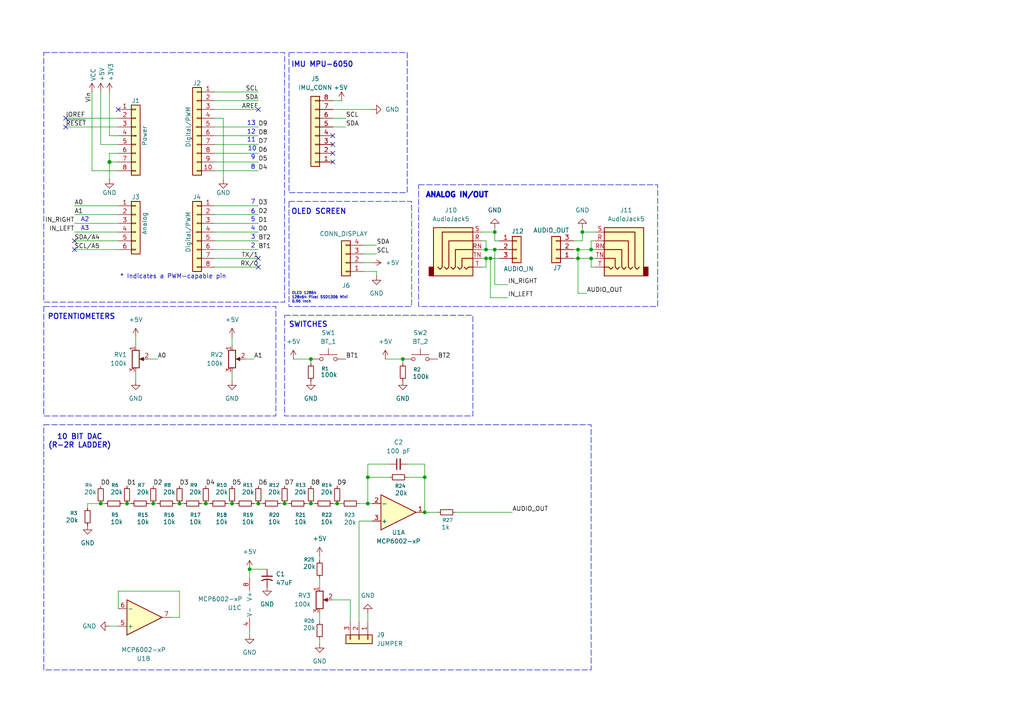
<source format=kicad_sch>
(kicad_sch
	(version 20250114)
	(generator "eeschema")
	(generator_version "9.0")
	(uuid "e63e39d7-6ac0-4ffd-8aa3-1841a4541b55")
	(paper "A4")
	(title_block
		(title "Uno Shield DSP")
		(date "2026-01-26")
		(rev "Version 1.0")
		(company "Michael Kurta")
	)
	(lib_symbols
		(symbol "Amplifier_Operational:MCP6002-xP"
			(pin_names
				(offset 0.127)
			)
			(exclude_from_sim no)
			(in_bom yes)
			(on_board yes)
			(property "Reference" "U"
				(at 0 5.08 0)
				(effects
					(font
						(size 1.27 1.27)
					)
					(justify left)
				)
			)
			(property "Value" "MCP6002-xP"
				(at 0 -5.08 0)
				(effects
					(font
						(size 1.27 1.27)
					)
					(justify left)
				)
			)
			(property "Footprint" ""
				(at 0 0 0)
				(effects
					(font
						(size 1.27 1.27)
					)
					(hide yes)
				)
			)
			(property "Datasheet" "http://ww1.microchip.com/downloads/en/DeviceDoc/21733j.pdf"
				(at 0 0 0)
				(effects
					(font
						(size 1.27 1.27)
					)
					(hide yes)
				)
			)
			(property "Description" "1MHz, Low-Power Op Amp, DIP-8"
				(at 0 0 0)
				(effects
					(font
						(size 1.27 1.27)
					)
					(hide yes)
				)
			)
			(property "ki_locked" ""
				(at 0 0 0)
				(effects
					(font
						(size 1.27 1.27)
					)
				)
			)
			(property "ki_keywords" "dual opamp"
				(at 0 0 0)
				(effects
					(font
						(size 1.27 1.27)
					)
					(hide yes)
				)
			)
			(property "ki_fp_filters" "SOIC*3.9x4.9mm*P1.27mm* DIP*W7.62mm* TO*99* OnSemi*Micro8* TSSOP*3x3mm*P0.65mm* TSSOP*4.4x3mm*P0.65mm* MSOP*3x3mm*P0.65mm* SSOP*3.9x4.9mm*P0.635mm* LFCSP*2x2mm*P0.5mm* *SIP* SOIC*5.3x6.2mm*P1.27mm*"
				(at 0 0 0)
				(effects
					(font
						(size 1.27 1.27)
					)
					(hide yes)
				)
			)
			(symbol "MCP6002-xP_1_1"
				(polyline
					(pts
						(xy -5.08 5.08) (xy 5.08 0) (xy -5.08 -5.08) (xy -5.08 5.08)
					)
					(stroke
						(width 0.254)
						(type default)
					)
					(fill
						(type background)
					)
				)
				(pin input line
					(at -7.62 2.54 0)
					(length 2.54)
					(name "+"
						(effects
							(font
								(size 1.27 1.27)
							)
						)
					)
					(number "3"
						(effects
							(font
								(size 1.27 1.27)
							)
						)
					)
				)
				(pin input line
					(at -7.62 -2.54 0)
					(length 2.54)
					(name "-"
						(effects
							(font
								(size 1.27 1.27)
							)
						)
					)
					(number "2"
						(effects
							(font
								(size 1.27 1.27)
							)
						)
					)
				)
				(pin output line
					(at 7.62 0 180)
					(length 2.54)
					(name "~"
						(effects
							(font
								(size 1.27 1.27)
							)
						)
					)
					(number "1"
						(effects
							(font
								(size 1.27 1.27)
							)
						)
					)
				)
			)
			(symbol "MCP6002-xP_2_1"
				(polyline
					(pts
						(xy -5.08 5.08) (xy 5.08 0) (xy -5.08 -5.08) (xy -5.08 5.08)
					)
					(stroke
						(width 0.254)
						(type default)
					)
					(fill
						(type background)
					)
				)
				(pin input line
					(at -7.62 2.54 0)
					(length 2.54)
					(name "+"
						(effects
							(font
								(size 1.27 1.27)
							)
						)
					)
					(number "5"
						(effects
							(font
								(size 1.27 1.27)
							)
						)
					)
				)
				(pin input line
					(at -7.62 -2.54 0)
					(length 2.54)
					(name "-"
						(effects
							(font
								(size 1.27 1.27)
							)
						)
					)
					(number "6"
						(effects
							(font
								(size 1.27 1.27)
							)
						)
					)
				)
				(pin output line
					(at 7.62 0 180)
					(length 2.54)
					(name "~"
						(effects
							(font
								(size 1.27 1.27)
							)
						)
					)
					(number "7"
						(effects
							(font
								(size 1.27 1.27)
							)
						)
					)
				)
			)
			(symbol "MCP6002-xP_3_1"
				(pin power_in line
					(at -2.54 7.62 270)
					(length 3.81)
					(name "V+"
						(effects
							(font
								(size 1.27 1.27)
							)
						)
					)
					(number "8"
						(effects
							(font
								(size 1.27 1.27)
							)
						)
					)
				)
				(pin power_in line
					(at -2.54 -7.62 90)
					(length 3.81)
					(name "V-"
						(effects
							(font
								(size 1.27 1.27)
							)
						)
					)
					(number "4"
						(effects
							(font
								(size 1.27 1.27)
							)
						)
					)
				)
			)
			(embedded_fonts no)
		)
		(symbol "AudioJack5_1"
			(exclude_from_sim no)
			(in_bom yes)
			(on_board yes)
			(property "Reference" "J10"
				(at -3.81 11.43 0)
				(effects
					(font
						(size 1.27 1.27)
					)
				)
			)
			(property "Value" "AudioJack5"
				(at -3.81 8.89 0)
				(effects
					(font
						(size 1.27 1.27)
					)
				)
			)
			(property "Footprint" "Connector_Audio:Jack_3.5mm_CUI_SJ1-3525N_Horizontal"
				(at 0 0 0)
				(effects
					(font
						(size 1.27 1.27)
					)
					(hide yes)
				)
			)
			(property "Datasheet" "~"
				(at 0 0 0)
				(effects
					(font
						(size 1.27 1.27)
					)
					(hide yes)
				)
			)
			(property "Description" "Audio Jack, 5 Poles (TRRRS)"
				(at 0 0 0)
				(effects
					(font
						(size 1.27 1.27)
					)
					(hide yes)
				)
			)
			(property "ki_keywords" "audio jack receptacle stereo headphones TRRRS connector"
				(at 0 0 0)
				(effects
					(font
						(size 1.27 1.27)
					)
					(hide yes)
				)
			)
			(property "ki_fp_filters" "Jack*"
				(at 0 0 0)
				(effects
					(font
						(size 1.27 1.27)
					)
					(hide yes)
				)
			)
			(symbol "AudioJack5_1_0_1"
				(rectangle
					(start -8.89 -5.08)
					(end -10.16 -7.62)
					(stroke
						(width 0.254)
						(type default)
					)
					(fill
						(type outline)
					)
				)
				(polyline
					(pts
						(xy -5.715 -5.08) (xy -5.08 -5.715) (xy -4.445 -5.08) (xy -4.445 2.54) (xy 2.54 2.54)
					)
					(stroke
						(width 0.254)
						(type default)
					)
					(fill
						(type none)
					)
				)
				(polyline
					(pts
						(xy -1.905 -5.08) (xy -1.27 -5.715) (xy -0.635 -5.08) (xy -0.635 -2.54) (xy 2.54 -2.54)
					)
					(stroke
						(width 0.254)
						(type default)
					)
					(fill
						(type none)
					)
				)
				(polyline
					(pts
						(xy 0 -5.08) (xy 0.635 -5.715) (xy 1.27 -5.08) (xy 2.54 -5.08)
					)
					(stroke
						(width 0.254)
						(type default)
					)
					(fill
						(type none)
					)
				)
				(rectangle
					(start 2.54 6.35)
					(end -8.89 -7.62)
					(stroke
						(width 0.254)
						(type default)
					)
					(fill
						(type background)
					)
				)
				(polyline
					(pts
						(xy 2.54 5.08) (xy -6.35 5.08) (xy -6.35 -5.08) (xy -6.985 -5.715) (xy -7.62 -5.08)
					)
					(stroke
						(width 0.254)
						(type default)
					)
					(fill
						(type none)
					)
				)
				(polyline
					(pts
						(xy 2.54 0) (xy -2.54 0) (xy -2.54 -5.08) (xy -3.175 -5.715) (xy -3.81 -5.08)
					)
					(stroke
						(width 0.254)
						(type default)
					)
					(fill
						(type none)
					)
				)
			)
			(symbol "AudioJack5_1_1_1"
				(pin passive line
					(at 5.08 5.08 180)
					(length 2.54)
					(name "~"
						(effects
							(font
								(size 1.27 1.27)
							)
						)
					)
					(number "S"
						(effects
							(font
								(size 1.27 1.27)
							)
						)
					)
				)
				(pin passive line
					(at 5.08 2.54 180)
					(length 2.54)
					(name "~"
						(effects
							(font
								(size 1.27 1.27)
							)
						)
					)
					(number "R"
						(effects
							(font
								(size 1.27 1.27)
							)
						)
					)
				)
				(pin passive line
					(at 5.08 0 180)
					(length 2.54)
					(name "~"
						(effects
							(font
								(size 1.27 1.27)
							)
						)
					)
					(number "RN"
						(effects
							(font
								(size 1.27 1.27)
							)
						)
					)
				)
				(pin passive line
					(at 5.08 -2.54 180)
					(length 2.54)
					(name "~"
						(effects
							(font
								(size 1.27 1.27)
							)
						)
					)
					(number "TN"
						(effects
							(font
								(size 1.27 1.27)
							)
						)
					)
				)
				(pin passive line
					(at 5.08 -5.08 180)
					(length 2.54)
					(name "~"
						(effects
							(font
								(size 1.27 1.27)
							)
						)
					)
					(number "T"
						(effects
							(font
								(size 1.27 1.27)
							)
						)
					)
				)
			)
			(embedded_fonts no)
		)
		(symbol "Connector_Generic:Conn_01x03"
			(pin_names
				(offset 1.016)
				(hide yes)
			)
			(exclude_from_sim no)
			(in_bom yes)
			(on_board yes)
			(property "Reference" "J"
				(at 0 5.08 0)
				(effects
					(font
						(size 1.27 1.27)
					)
				)
			)
			(property "Value" "Conn_01x03"
				(at 0 -5.08 0)
				(effects
					(font
						(size 1.27 1.27)
					)
				)
			)
			(property "Footprint" ""
				(at 0 0 0)
				(effects
					(font
						(size 1.27 1.27)
					)
					(hide yes)
				)
			)
			(property "Datasheet" "~"
				(at 0 0 0)
				(effects
					(font
						(size 1.27 1.27)
					)
					(hide yes)
				)
			)
			(property "Description" "Generic connector, single row, 01x03, script generated (kicad-library-utils/schlib/autogen/connector/)"
				(at 0 0 0)
				(effects
					(font
						(size 1.27 1.27)
					)
					(hide yes)
				)
			)
			(property "ki_keywords" "connector"
				(at 0 0 0)
				(effects
					(font
						(size 1.27 1.27)
					)
					(hide yes)
				)
			)
			(property "ki_fp_filters" "Connector*:*_1x??_*"
				(at 0 0 0)
				(effects
					(font
						(size 1.27 1.27)
					)
					(hide yes)
				)
			)
			(symbol "Conn_01x03_1_1"
				(rectangle
					(start -1.27 3.81)
					(end 1.27 -3.81)
					(stroke
						(width 0.254)
						(type default)
					)
					(fill
						(type background)
					)
				)
				(rectangle
					(start -1.27 2.667)
					(end 0 2.413)
					(stroke
						(width 0.1524)
						(type default)
					)
					(fill
						(type none)
					)
				)
				(rectangle
					(start -1.27 0.127)
					(end 0 -0.127)
					(stroke
						(width 0.1524)
						(type default)
					)
					(fill
						(type none)
					)
				)
				(rectangle
					(start -1.27 -2.413)
					(end 0 -2.667)
					(stroke
						(width 0.1524)
						(type default)
					)
					(fill
						(type none)
					)
				)
				(pin passive line
					(at -5.08 2.54 0)
					(length 3.81)
					(name "Pin_1"
						(effects
							(font
								(size 1.27 1.27)
							)
						)
					)
					(number "1"
						(effects
							(font
								(size 1.27 1.27)
							)
						)
					)
				)
				(pin passive line
					(at -5.08 0 0)
					(length 3.81)
					(name "Pin_2"
						(effects
							(font
								(size 1.27 1.27)
							)
						)
					)
					(number "2"
						(effects
							(font
								(size 1.27 1.27)
							)
						)
					)
				)
				(pin passive line
					(at -5.08 -2.54 0)
					(length 3.81)
					(name "Pin_3"
						(effects
							(font
								(size 1.27 1.27)
							)
						)
					)
					(number "3"
						(effects
							(font
								(size 1.27 1.27)
							)
						)
					)
				)
			)
			(embedded_fonts no)
		)
		(symbol "Connector_Generic:Conn_01x04"
			(pin_names
				(offset 1.016)
				(hide yes)
			)
			(exclude_from_sim no)
			(in_bom yes)
			(on_board yes)
			(property "Reference" "J"
				(at 0 5.08 0)
				(effects
					(font
						(size 1.27 1.27)
					)
				)
			)
			(property "Value" "Conn_01x04"
				(at 0 -7.62 0)
				(effects
					(font
						(size 1.27 1.27)
					)
				)
			)
			(property "Footprint" ""
				(at 0 0 0)
				(effects
					(font
						(size 1.27 1.27)
					)
					(hide yes)
				)
			)
			(property "Datasheet" "~"
				(at 0 0 0)
				(effects
					(font
						(size 1.27 1.27)
					)
					(hide yes)
				)
			)
			(property "Description" "Generic connector, single row, 01x04, script generated (kicad-library-utils/schlib/autogen/connector/)"
				(at 0 0 0)
				(effects
					(font
						(size 1.27 1.27)
					)
					(hide yes)
				)
			)
			(property "ki_keywords" "connector"
				(at 0 0 0)
				(effects
					(font
						(size 1.27 1.27)
					)
					(hide yes)
				)
			)
			(property "ki_fp_filters" "Connector*:*_1x??_*"
				(at 0 0 0)
				(effects
					(font
						(size 1.27 1.27)
					)
					(hide yes)
				)
			)
			(symbol "Conn_01x04_1_1"
				(rectangle
					(start -1.27 3.81)
					(end 1.27 -6.35)
					(stroke
						(width 0.254)
						(type default)
					)
					(fill
						(type background)
					)
				)
				(rectangle
					(start -1.27 2.667)
					(end 0 2.413)
					(stroke
						(width 0.1524)
						(type default)
					)
					(fill
						(type none)
					)
				)
				(rectangle
					(start -1.27 0.127)
					(end 0 -0.127)
					(stroke
						(width 0.1524)
						(type default)
					)
					(fill
						(type none)
					)
				)
				(rectangle
					(start -1.27 -2.413)
					(end 0 -2.667)
					(stroke
						(width 0.1524)
						(type default)
					)
					(fill
						(type none)
					)
				)
				(rectangle
					(start -1.27 -4.953)
					(end 0 -5.207)
					(stroke
						(width 0.1524)
						(type default)
					)
					(fill
						(type none)
					)
				)
				(pin passive line
					(at -5.08 2.54 0)
					(length 3.81)
					(name "Pin_1"
						(effects
							(font
								(size 1.27 1.27)
							)
						)
					)
					(number "1"
						(effects
							(font
								(size 1.27 1.27)
							)
						)
					)
				)
				(pin passive line
					(at -5.08 0 0)
					(length 3.81)
					(name "Pin_2"
						(effects
							(font
								(size 1.27 1.27)
							)
						)
					)
					(number "2"
						(effects
							(font
								(size 1.27 1.27)
							)
						)
					)
				)
				(pin passive line
					(at -5.08 -2.54 0)
					(length 3.81)
					(name "Pin_3"
						(effects
							(font
								(size 1.27 1.27)
							)
						)
					)
					(number "3"
						(effects
							(font
								(size 1.27 1.27)
							)
						)
					)
				)
				(pin passive line
					(at -5.08 -5.08 0)
					(length 3.81)
					(name "Pin_4"
						(effects
							(font
								(size 1.27 1.27)
							)
						)
					)
					(number "4"
						(effects
							(font
								(size 1.27 1.27)
							)
						)
					)
				)
			)
			(embedded_fonts no)
		)
		(symbol "Connector_Generic:Conn_01x06"
			(pin_names
				(offset 1.016)
				(hide yes)
			)
			(exclude_from_sim no)
			(in_bom yes)
			(on_board yes)
			(property "Reference" "J"
				(at 0 7.62 0)
				(effects
					(font
						(size 1.27 1.27)
					)
				)
			)
			(property "Value" "Conn_01x06"
				(at 0 -10.16 0)
				(effects
					(font
						(size 1.27 1.27)
					)
				)
			)
			(property "Footprint" ""
				(at 0 0 0)
				(effects
					(font
						(size 1.27 1.27)
					)
					(hide yes)
				)
			)
			(property "Datasheet" "~"
				(at 0 0 0)
				(effects
					(font
						(size 1.27 1.27)
					)
					(hide yes)
				)
			)
			(property "Description" "Generic connector, single row, 01x06, script generated (kicad-library-utils/schlib/autogen/connector/)"
				(at 0 0 0)
				(effects
					(font
						(size 1.27 1.27)
					)
					(hide yes)
				)
			)
			(property "ki_keywords" "connector"
				(at 0 0 0)
				(effects
					(font
						(size 1.27 1.27)
					)
					(hide yes)
				)
			)
			(property "ki_fp_filters" "Connector*:*_1x??_*"
				(at 0 0 0)
				(effects
					(font
						(size 1.27 1.27)
					)
					(hide yes)
				)
			)
			(symbol "Conn_01x06_1_1"
				(rectangle
					(start -1.27 6.35)
					(end 1.27 -8.89)
					(stroke
						(width 0.254)
						(type default)
					)
					(fill
						(type background)
					)
				)
				(rectangle
					(start -1.27 5.207)
					(end 0 4.953)
					(stroke
						(width 0.1524)
						(type default)
					)
					(fill
						(type none)
					)
				)
				(rectangle
					(start -1.27 2.667)
					(end 0 2.413)
					(stroke
						(width 0.1524)
						(type default)
					)
					(fill
						(type none)
					)
				)
				(rectangle
					(start -1.27 0.127)
					(end 0 -0.127)
					(stroke
						(width 0.1524)
						(type default)
					)
					(fill
						(type none)
					)
				)
				(rectangle
					(start -1.27 -2.413)
					(end 0 -2.667)
					(stroke
						(width 0.1524)
						(type default)
					)
					(fill
						(type none)
					)
				)
				(rectangle
					(start -1.27 -4.953)
					(end 0 -5.207)
					(stroke
						(width 0.1524)
						(type default)
					)
					(fill
						(type none)
					)
				)
				(rectangle
					(start -1.27 -7.493)
					(end 0 -7.747)
					(stroke
						(width 0.1524)
						(type default)
					)
					(fill
						(type none)
					)
				)
				(pin passive line
					(at -5.08 5.08 0)
					(length 3.81)
					(name "Pin_1"
						(effects
							(font
								(size 1.27 1.27)
							)
						)
					)
					(number "1"
						(effects
							(font
								(size 1.27 1.27)
							)
						)
					)
				)
				(pin passive line
					(at -5.08 2.54 0)
					(length 3.81)
					(name "Pin_2"
						(effects
							(font
								(size 1.27 1.27)
							)
						)
					)
					(number "2"
						(effects
							(font
								(size 1.27 1.27)
							)
						)
					)
				)
				(pin passive line
					(at -5.08 0 0)
					(length 3.81)
					(name "Pin_3"
						(effects
							(font
								(size 1.27 1.27)
							)
						)
					)
					(number "3"
						(effects
							(font
								(size 1.27 1.27)
							)
						)
					)
				)
				(pin passive line
					(at -5.08 -2.54 0)
					(length 3.81)
					(name "Pin_4"
						(effects
							(font
								(size 1.27 1.27)
							)
						)
					)
					(number "4"
						(effects
							(font
								(size 1.27 1.27)
							)
						)
					)
				)
				(pin passive line
					(at -5.08 -5.08 0)
					(length 3.81)
					(name "Pin_5"
						(effects
							(font
								(size 1.27 1.27)
							)
						)
					)
					(number "5"
						(effects
							(font
								(size 1.27 1.27)
							)
						)
					)
				)
				(pin passive line
					(at -5.08 -7.62 0)
					(length 3.81)
					(name "Pin_6"
						(effects
							(font
								(size 1.27 1.27)
							)
						)
					)
					(number "6"
						(effects
							(font
								(size 1.27 1.27)
							)
						)
					)
				)
			)
			(embedded_fonts no)
		)
		(symbol "Connector_Generic:Conn_01x08"
			(pin_names
				(offset 1.016)
				(hide yes)
			)
			(exclude_from_sim no)
			(in_bom yes)
			(on_board yes)
			(property "Reference" "J"
				(at 0 10.16 0)
				(effects
					(font
						(size 1.27 1.27)
					)
				)
			)
			(property "Value" "Conn_01x08"
				(at 0 -12.7 0)
				(effects
					(font
						(size 1.27 1.27)
					)
				)
			)
			(property "Footprint" ""
				(at 0 0 0)
				(effects
					(font
						(size 1.27 1.27)
					)
					(hide yes)
				)
			)
			(property "Datasheet" "~"
				(at 0 0 0)
				(effects
					(font
						(size 1.27 1.27)
					)
					(hide yes)
				)
			)
			(property "Description" "Generic connector, single row, 01x08, script generated (kicad-library-utils/schlib/autogen/connector/)"
				(at 0 0 0)
				(effects
					(font
						(size 1.27 1.27)
					)
					(hide yes)
				)
			)
			(property "ki_keywords" "connector"
				(at 0 0 0)
				(effects
					(font
						(size 1.27 1.27)
					)
					(hide yes)
				)
			)
			(property "ki_fp_filters" "Connector*:*_1x??_*"
				(at 0 0 0)
				(effects
					(font
						(size 1.27 1.27)
					)
					(hide yes)
				)
			)
			(symbol "Conn_01x08_1_1"
				(rectangle
					(start -1.27 8.89)
					(end 1.27 -11.43)
					(stroke
						(width 0.254)
						(type default)
					)
					(fill
						(type background)
					)
				)
				(rectangle
					(start -1.27 7.747)
					(end 0 7.493)
					(stroke
						(width 0.1524)
						(type default)
					)
					(fill
						(type none)
					)
				)
				(rectangle
					(start -1.27 5.207)
					(end 0 4.953)
					(stroke
						(width 0.1524)
						(type default)
					)
					(fill
						(type none)
					)
				)
				(rectangle
					(start -1.27 2.667)
					(end 0 2.413)
					(stroke
						(width 0.1524)
						(type default)
					)
					(fill
						(type none)
					)
				)
				(rectangle
					(start -1.27 0.127)
					(end 0 -0.127)
					(stroke
						(width 0.1524)
						(type default)
					)
					(fill
						(type none)
					)
				)
				(rectangle
					(start -1.27 -2.413)
					(end 0 -2.667)
					(stroke
						(width 0.1524)
						(type default)
					)
					(fill
						(type none)
					)
				)
				(rectangle
					(start -1.27 -4.953)
					(end 0 -5.207)
					(stroke
						(width 0.1524)
						(type default)
					)
					(fill
						(type none)
					)
				)
				(rectangle
					(start -1.27 -7.493)
					(end 0 -7.747)
					(stroke
						(width 0.1524)
						(type default)
					)
					(fill
						(type none)
					)
				)
				(rectangle
					(start -1.27 -10.033)
					(end 0 -10.287)
					(stroke
						(width 0.1524)
						(type default)
					)
					(fill
						(type none)
					)
				)
				(pin passive line
					(at -5.08 7.62 0)
					(length 3.81)
					(name "Pin_1"
						(effects
							(font
								(size 1.27 1.27)
							)
						)
					)
					(number "1"
						(effects
							(font
								(size 1.27 1.27)
							)
						)
					)
				)
				(pin passive line
					(at -5.08 5.08 0)
					(length 3.81)
					(name "Pin_2"
						(effects
							(font
								(size 1.27 1.27)
							)
						)
					)
					(number "2"
						(effects
							(font
								(size 1.27 1.27)
							)
						)
					)
				)
				(pin passive line
					(at -5.08 2.54 0)
					(length 3.81)
					(name "Pin_3"
						(effects
							(font
								(size 1.27 1.27)
							)
						)
					)
					(number "3"
						(effects
							(font
								(size 1.27 1.27)
							)
						)
					)
				)
				(pin passive line
					(at -5.08 0 0)
					(length 3.81)
					(name "Pin_4"
						(effects
							(font
								(size 1.27 1.27)
							)
						)
					)
					(number "4"
						(effects
							(font
								(size 1.27 1.27)
							)
						)
					)
				)
				(pin passive line
					(at -5.08 -2.54 0)
					(length 3.81)
					(name "Pin_5"
						(effects
							(font
								(size 1.27 1.27)
							)
						)
					)
					(number "5"
						(effects
							(font
								(size 1.27 1.27)
							)
						)
					)
				)
				(pin passive line
					(at -5.08 -5.08 0)
					(length 3.81)
					(name "Pin_6"
						(effects
							(font
								(size 1.27 1.27)
							)
						)
					)
					(number "6"
						(effects
							(font
								(size 1.27 1.27)
							)
						)
					)
				)
				(pin passive line
					(at -5.08 -7.62 0)
					(length 3.81)
					(name "Pin_7"
						(effects
							(font
								(size 1.27 1.27)
							)
						)
					)
					(number "7"
						(effects
							(font
								(size 1.27 1.27)
							)
						)
					)
				)
				(pin passive line
					(at -5.08 -10.16 0)
					(length 3.81)
					(name "Pin_8"
						(effects
							(font
								(size 1.27 1.27)
							)
						)
					)
					(number "8"
						(effects
							(font
								(size 1.27 1.27)
							)
						)
					)
				)
			)
			(embedded_fonts no)
		)
		(symbol "Connector_Generic:Conn_01x10"
			(pin_names
				(offset 1.016)
				(hide yes)
			)
			(exclude_from_sim no)
			(in_bom yes)
			(on_board yes)
			(property "Reference" "J"
				(at 0 12.7 0)
				(effects
					(font
						(size 1.27 1.27)
					)
				)
			)
			(property "Value" "Conn_01x10"
				(at 0 -15.24 0)
				(effects
					(font
						(size 1.27 1.27)
					)
				)
			)
			(property "Footprint" ""
				(at 0 0 0)
				(effects
					(font
						(size 1.27 1.27)
					)
					(hide yes)
				)
			)
			(property "Datasheet" "~"
				(at 0 0 0)
				(effects
					(font
						(size 1.27 1.27)
					)
					(hide yes)
				)
			)
			(property "Description" "Generic connector, single row, 01x10, script generated (kicad-library-utils/schlib/autogen/connector/)"
				(at 0 0 0)
				(effects
					(font
						(size 1.27 1.27)
					)
					(hide yes)
				)
			)
			(property "ki_keywords" "connector"
				(at 0 0 0)
				(effects
					(font
						(size 1.27 1.27)
					)
					(hide yes)
				)
			)
			(property "ki_fp_filters" "Connector*:*_1x??_*"
				(at 0 0 0)
				(effects
					(font
						(size 1.27 1.27)
					)
					(hide yes)
				)
			)
			(symbol "Conn_01x10_1_1"
				(rectangle
					(start -1.27 11.43)
					(end 1.27 -13.97)
					(stroke
						(width 0.254)
						(type default)
					)
					(fill
						(type background)
					)
				)
				(rectangle
					(start -1.27 10.287)
					(end 0 10.033)
					(stroke
						(width 0.1524)
						(type default)
					)
					(fill
						(type none)
					)
				)
				(rectangle
					(start -1.27 7.747)
					(end 0 7.493)
					(stroke
						(width 0.1524)
						(type default)
					)
					(fill
						(type none)
					)
				)
				(rectangle
					(start -1.27 5.207)
					(end 0 4.953)
					(stroke
						(width 0.1524)
						(type default)
					)
					(fill
						(type none)
					)
				)
				(rectangle
					(start -1.27 2.667)
					(end 0 2.413)
					(stroke
						(width 0.1524)
						(type default)
					)
					(fill
						(type none)
					)
				)
				(rectangle
					(start -1.27 0.127)
					(end 0 -0.127)
					(stroke
						(width 0.1524)
						(type default)
					)
					(fill
						(type none)
					)
				)
				(rectangle
					(start -1.27 -2.413)
					(end 0 -2.667)
					(stroke
						(width 0.1524)
						(type default)
					)
					(fill
						(type none)
					)
				)
				(rectangle
					(start -1.27 -4.953)
					(end 0 -5.207)
					(stroke
						(width 0.1524)
						(type default)
					)
					(fill
						(type none)
					)
				)
				(rectangle
					(start -1.27 -7.493)
					(end 0 -7.747)
					(stroke
						(width 0.1524)
						(type default)
					)
					(fill
						(type none)
					)
				)
				(rectangle
					(start -1.27 -10.033)
					(end 0 -10.287)
					(stroke
						(width 0.1524)
						(type default)
					)
					(fill
						(type none)
					)
				)
				(rectangle
					(start -1.27 -12.573)
					(end 0 -12.827)
					(stroke
						(width 0.1524)
						(type default)
					)
					(fill
						(type none)
					)
				)
				(pin passive line
					(at -5.08 10.16 0)
					(length 3.81)
					(name "Pin_1"
						(effects
							(font
								(size 1.27 1.27)
							)
						)
					)
					(number "1"
						(effects
							(font
								(size 1.27 1.27)
							)
						)
					)
				)
				(pin passive line
					(at -5.08 7.62 0)
					(length 3.81)
					(name "Pin_2"
						(effects
							(font
								(size 1.27 1.27)
							)
						)
					)
					(number "2"
						(effects
							(font
								(size 1.27 1.27)
							)
						)
					)
				)
				(pin passive line
					(at -5.08 5.08 0)
					(length 3.81)
					(name "Pin_3"
						(effects
							(font
								(size 1.27 1.27)
							)
						)
					)
					(number "3"
						(effects
							(font
								(size 1.27 1.27)
							)
						)
					)
				)
				(pin passive line
					(at -5.08 2.54 0)
					(length 3.81)
					(name "Pin_4"
						(effects
							(font
								(size 1.27 1.27)
							)
						)
					)
					(number "4"
						(effects
							(font
								(size 1.27 1.27)
							)
						)
					)
				)
				(pin passive line
					(at -5.08 0 0)
					(length 3.81)
					(name "Pin_5"
						(effects
							(font
								(size 1.27 1.27)
							)
						)
					)
					(number "5"
						(effects
							(font
								(size 1.27 1.27)
							)
						)
					)
				)
				(pin passive line
					(at -5.08 -2.54 0)
					(length 3.81)
					(name "Pin_6"
						(effects
							(font
								(size 1.27 1.27)
							)
						)
					)
					(number "6"
						(effects
							(font
								(size 1.27 1.27)
							)
						)
					)
				)
				(pin passive line
					(at -5.08 -5.08 0)
					(length 3.81)
					(name "Pin_7"
						(effects
							(font
								(size 1.27 1.27)
							)
						)
					)
					(number "7"
						(effects
							(font
								(size 1.27 1.27)
							)
						)
					)
				)
				(pin passive line
					(at -5.08 -7.62 0)
					(length 3.81)
					(name "Pin_8"
						(effects
							(font
								(size 1.27 1.27)
							)
						)
					)
					(number "8"
						(effects
							(font
								(size 1.27 1.27)
							)
						)
					)
				)
				(pin passive line
					(at -5.08 -10.16 0)
					(length 3.81)
					(name "Pin_9"
						(effects
							(font
								(size 1.27 1.27)
							)
						)
					)
					(number "9"
						(effects
							(font
								(size 1.27 1.27)
							)
						)
					)
				)
				(pin passive line
					(at -5.08 -12.7 0)
					(length 3.81)
					(name "Pin_10"
						(effects
							(font
								(size 1.27 1.27)
							)
						)
					)
					(number "10"
						(effects
							(font
								(size 1.27 1.27)
							)
						)
					)
				)
			)
			(embedded_fonts no)
		)
		(symbol "Device:C_Small"
			(pin_numbers
				(hide yes)
			)
			(pin_names
				(offset 0.254)
				(hide yes)
			)
			(exclude_from_sim no)
			(in_bom yes)
			(on_board yes)
			(property "Reference" "C"
				(at 0.254 1.778 0)
				(effects
					(font
						(size 1.27 1.27)
					)
					(justify left)
				)
			)
			(property "Value" "C_Small"
				(at 0.254 -2.032 0)
				(effects
					(font
						(size 1.27 1.27)
					)
					(justify left)
				)
			)
			(property "Footprint" ""
				(at 0 0 0)
				(effects
					(font
						(size 1.27 1.27)
					)
					(hide yes)
				)
			)
			(property "Datasheet" "~"
				(at 0 0 0)
				(effects
					(font
						(size 1.27 1.27)
					)
					(hide yes)
				)
			)
			(property "Description" "Unpolarized capacitor, small symbol"
				(at 0 0 0)
				(effects
					(font
						(size 1.27 1.27)
					)
					(hide yes)
				)
			)
			(property "ki_keywords" "capacitor cap"
				(at 0 0 0)
				(effects
					(font
						(size 1.27 1.27)
					)
					(hide yes)
				)
			)
			(property "ki_fp_filters" "C_*"
				(at 0 0 0)
				(effects
					(font
						(size 1.27 1.27)
					)
					(hide yes)
				)
			)
			(symbol "C_Small_0_1"
				(polyline
					(pts
						(xy -1.524 0.508) (xy 1.524 0.508)
					)
					(stroke
						(width 0.3048)
						(type default)
					)
					(fill
						(type none)
					)
				)
				(polyline
					(pts
						(xy -1.524 -0.508) (xy 1.524 -0.508)
					)
					(stroke
						(width 0.3302)
						(type default)
					)
					(fill
						(type none)
					)
				)
			)
			(symbol "C_Small_1_1"
				(pin passive line
					(at 0 2.54 270)
					(length 2.032)
					(name "~"
						(effects
							(font
								(size 1.27 1.27)
							)
						)
					)
					(number "1"
						(effects
							(font
								(size 1.27 1.27)
							)
						)
					)
				)
				(pin passive line
					(at 0 -2.54 90)
					(length 2.032)
					(name "~"
						(effects
							(font
								(size 1.27 1.27)
							)
						)
					)
					(number "2"
						(effects
							(font
								(size 1.27 1.27)
							)
						)
					)
				)
			)
			(embedded_fonts no)
		)
		(symbol "Device:C_Small_US"
			(pin_numbers
				(hide yes)
			)
			(pin_names
				(offset 0.254)
				(hide yes)
			)
			(exclude_from_sim no)
			(in_bom yes)
			(on_board yes)
			(property "Reference" "C"
				(at 0.254 1.778 0)
				(effects
					(font
						(size 1.27 1.27)
					)
					(justify left)
				)
			)
			(property "Value" "C_Small_US"
				(at 0.254 -2.032 0)
				(effects
					(font
						(size 1.27 1.27)
					)
					(justify left)
				)
			)
			(property "Footprint" ""
				(at 0 0 0)
				(effects
					(font
						(size 1.27 1.27)
					)
					(hide yes)
				)
			)
			(property "Datasheet" ""
				(at 0 0 0)
				(effects
					(font
						(size 1.27 1.27)
					)
					(hide yes)
				)
			)
			(property "Description" "capacitor, small US symbol"
				(at 0 0 0)
				(effects
					(font
						(size 1.27 1.27)
					)
					(hide yes)
				)
			)
			(property "ki_keywords" "cap capacitor"
				(at 0 0 0)
				(effects
					(font
						(size 1.27 1.27)
					)
					(hide yes)
				)
			)
			(property "ki_fp_filters" "C_*"
				(at 0 0 0)
				(effects
					(font
						(size 1.27 1.27)
					)
					(hide yes)
				)
			)
			(symbol "C_Small_US_0_1"
				(polyline
					(pts
						(xy -1.524 0.508) (xy 1.524 0.508)
					)
					(stroke
						(width 0.3048)
						(type default)
					)
					(fill
						(type none)
					)
				)
				(arc
					(start -1.524 -0.762)
					(mid 0 -0.3734)
					(end 1.524 -0.762)
					(stroke
						(width 0.3048)
						(type default)
					)
					(fill
						(type none)
					)
				)
			)
			(symbol "C_Small_US_1_1"
				(pin passive line
					(at 0 2.54 270)
					(length 2.032)
					(name "~"
						(effects
							(font
								(size 1.27 1.27)
							)
						)
					)
					(number "1"
						(effects
							(font
								(size 1.27 1.27)
							)
						)
					)
				)
				(pin passive line
					(at 0 -2.54 90)
					(length 2.032)
					(name "~"
						(effects
							(font
								(size 1.27 1.27)
							)
						)
					)
					(number "2"
						(effects
							(font
								(size 1.27 1.27)
							)
						)
					)
				)
			)
			(embedded_fonts no)
		)
		(symbol "Device:R_Potentiometer"
			(pin_names
				(offset 1.016)
				(hide yes)
			)
			(exclude_from_sim no)
			(in_bom yes)
			(on_board yes)
			(property "Reference" "RV"
				(at -4.445 0 90)
				(effects
					(font
						(size 1.27 1.27)
					)
				)
			)
			(property "Value" "R_Potentiometer"
				(at -2.54 0 90)
				(effects
					(font
						(size 1.27 1.27)
					)
				)
			)
			(property "Footprint" ""
				(at 0 0 0)
				(effects
					(font
						(size 1.27 1.27)
					)
					(hide yes)
				)
			)
			(property "Datasheet" "~"
				(at 0 0 0)
				(effects
					(font
						(size 1.27 1.27)
					)
					(hide yes)
				)
			)
			(property "Description" "Potentiometer"
				(at 0 0 0)
				(effects
					(font
						(size 1.27 1.27)
					)
					(hide yes)
				)
			)
			(property "ki_keywords" "resistor variable"
				(at 0 0 0)
				(effects
					(font
						(size 1.27 1.27)
					)
					(hide yes)
				)
			)
			(property "ki_fp_filters" "Potentiometer*"
				(at 0 0 0)
				(effects
					(font
						(size 1.27 1.27)
					)
					(hide yes)
				)
			)
			(symbol "R_Potentiometer_0_1"
				(rectangle
					(start 1.016 2.54)
					(end -1.016 -2.54)
					(stroke
						(width 0.254)
						(type default)
					)
					(fill
						(type none)
					)
				)
				(polyline
					(pts
						(xy 1.143 0) (xy 2.286 0.508) (xy 2.286 -0.508) (xy 1.143 0)
					)
					(stroke
						(width 0)
						(type default)
					)
					(fill
						(type outline)
					)
				)
				(polyline
					(pts
						(xy 2.54 0) (xy 1.524 0)
					)
					(stroke
						(width 0)
						(type default)
					)
					(fill
						(type none)
					)
				)
			)
			(symbol "R_Potentiometer_1_1"
				(pin passive line
					(at 0 3.81 270)
					(length 1.27)
					(name "1"
						(effects
							(font
								(size 1.27 1.27)
							)
						)
					)
					(number "1"
						(effects
							(font
								(size 1.27 1.27)
							)
						)
					)
				)
				(pin passive line
					(at 0 -3.81 90)
					(length 1.27)
					(name "3"
						(effects
							(font
								(size 1.27 1.27)
							)
						)
					)
					(number "3"
						(effects
							(font
								(size 1.27 1.27)
							)
						)
					)
				)
				(pin passive line
					(at 3.81 0 180)
					(length 1.27)
					(name "2"
						(effects
							(font
								(size 1.27 1.27)
							)
						)
					)
					(number "2"
						(effects
							(font
								(size 1.27 1.27)
							)
						)
					)
				)
			)
			(embedded_fonts no)
		)
		(symbol "Device:R_Small"
			(pin_numbers
				(hide yes)
			)
			(pin_names
				(offset 0.254)
				(hide yes)
			)
			(exclude_from_sim no)
			(in_bom yes)
			(on_board yes)
			(property "Reference" "R"
				(at 0 0 90)
				(effects
					(font
						(size 1.016 1.016)
					)
				)
			)
			(property "Value" "R_Small"
				(at 1.778 0 90)
				(effects
					(font
						(size 1.27 1.27)
					)
				)
			)
			(property "Footprint" ""
				(at 0 0 0)
				(effects
					(font
						(size 1.27 1.27)
					)
					(hide yes)
				)
			)
			(property "Datasheet" "~"
				(at 0 0 0)
				(effects
					(font
						(size 1.27 1.27)
					)
					(hide yes)
				)
			)
			(property "Description" "Resistor, small symbol"
				(at 0 0 0)
				(effects
					(font
						(size 1.27 1.27)
					)
					(hide yes)
				)
			)
			(property "ki_keywords" "R resistor"
				(at 0 0 0)
				(effects
					(font
						(size 1.27 1.27)
					)
					(hide yes)
				)
			)
			(property "ki_fp_filters" "R_*"
				(at 0 0 0)
				(effects
					(font
						(size 1.27 1.27)
					)
					(hide yes)
				)
			)
			(symbol "R_Small_0_1"
				(rectangle
					(start -0.762 1.778)
					(end 0.762 -1.778)
					(stroke
						(width 0.2032)
						(type default)
					)
					(fill
						(type none)
					)
				)
			)
			(symbol "R_Small_1_1"
				(pin passive line
					(at 0 2.54 270)
					(length 0.762)
					(name "~"
						(effects
							(font
								(size 1.27 1.27)
							)
						)
					)
					(number "1"
						(effects
							(font
								(size 1.27 1.27)
							)
						)
					)
				)
				(pin passive line
					(at 0 -2.54 90)
					(length 0.762)
					(name "~"
						(effects
							(font
								(size 1.27 1.27)
							)
						)
					)
					(number "2"
						(effects
							(font
								(size 1.27 1.27)
							)
						)
					)
				)
			)
			(embedded_fonts no)
		)
		(symbol "Switch:SW_Push"
			(pin_numbers
				(hide yes)
			)
			(pin_names
				(offset 1.016)
				(hide yes)
			)
			(exclude_from_sim no)
			(in_bom yes)
			(on_board yes)
			(property "Reference" "SW"
				(at 1.27 2.54 0)
				(effects
					(font
						(size 1.27 1.27)
					)
					(justify left)
				)
			)
			(property "Value" "SW_Push"
				(at 0 -1.524 0)
				(effects
					(font
						(size 1.27 1.27)
					)
				)
			)
			(property "Footprint" ""
				(at 0 5.08 0)
				(effects
					(font
						(size 1.27 1.27)
					)
					(hide yes)
				)
			)
			(property "Datasheet" "~"
				(at 0 5.08 0)
				(effects
					(font
						(size 1.27 1.27)
					)
					(hide yes)
				)
			)
			(property "Description" "Push button switch, generic, two pins"
				(at 0 0 0)
				(effects
					(font
						(size 1.27 1.27)
					)
					(hide yes)
				)
			)
			(property "ki_keywords" "switch normally-open pushbutton push-button"
				(at 0 0 0)
				(effects
					(font
						(size 1.27 1.27)
					)
					(hide yes)
				)
			)
			(symbol "SW_Push_0_1"
				(circle
					(center -2.032 0)
					(radius 0.508)
					(stroke
						(width 0)
						(type default)
					)
					(fill
						(type none)
					)
				)
				(polyline
					(pts
						(xy 0 1.27) (xy 0 3.048)
					)
					(stroke
						(width 0)
						(type default)
					)
					(fill
						(type none)
					)
				)
				(circle
					(center 2.032 0)
					(radius 0.508)
					(stroke
						(width 0)
						(type default)
					)
					(fill
						(type none)
					)
				)
				(polyline
					(pts
						(xy 2.54 1.27) (xy -2.54 1.27)
					)
					(stroke
						(width 0)
						(type default)
					)
					(fill
						(type none)
					)
				)
				(pin passive line
					(at -5.08 0 0)
					(length 2.54)
					(name "1"
						(effects
							(font
								(size 1.27 1.27)
							)
						)
					)
					(number "1"
						(effects
							(font
								(size 1.27 1.27)
							)
						)
					)
				)
				(pin passive line
					(at 5.08 0 180)
					(length 2.54)
					(name "2"
						(effects
							(font
								(size 1.27 1.27)
							)
						)
					)
					(number "2"
						(effects
							(font
								(size 1.27 1.27)
							)
						)
					)
				)
			)
			(embedded_fonts no)
		)
		(symbol "power:+3V3"
			(power)
			(pin_numbers
				(hide yes)
			)
			(pin_names
				(offset 0)
				(hide yes)
			)
			(exclude_from_sim no)
			(in_bom yes)
			(on_board yes)
			(property "Reference" "#PWR"
				(at 0 -3.81 0)
				(effects
					(font
						(size 1.27 1.27)
					)
					(hide yes)
				)
			)
			(property "Value" "+3V3"
				(at 0 3.556 0)
				(effects
					(font
						(size 1.27 1.27)
					)
				)
			)
			(property "Footprint" ""
				(at 0 0 0)
				(effects
					(font
						(size 1.27 1.27)
					)
					(hide yes)
				)
			)
			(property "Datasheet" ""
				(at 0 0 0)
				(effects
					(font
						(size 1.27 1.27)
					)
					(hide yes)
				)
			)
			(property "Description" "Power symbol creates a global label with name \"+3V3\""
				(at 0 0 0)
				(effects
					(font
						(size 1.27 1.27)
					)
					(hide yes)
				)
			)
			(property "ki_keywords" "global power"
				(at 0 0 0)
				(effects
					(font
						(size 1.27 1.27)
					)
					(hide yes)
				)
			)
			(symbol "+3V3_0_1"
				(polyline
					(pts
						(xy -0.762 1.27) (xy 0 2.54)
					)
					(stroke
						(width 0)
						(type default)
					)
					(fill
						(type none)
					)
				)
				(polyline
					(pts
						(xy 0 2.54) (xy 0.762 1.27)
					)
					(stroke
						(width 0)
						(type default)
					)
					(fill
						(type none)
					)
				)
				(polyline
					(pts
						(xy 0 0) (xy 0 2.54)
					)
					(stroke
						(width 0)
						(type default)
					)
					(fill
						(type none)
					)
				)
			)
			(symbol "+3V3_1_1"
				(pin power_in line
					(at 0 0 90)
					(length 0)
					(name "~"
						(effects
							(font
								(size 1.27 1.27)
							)
						)
					)
					(number "1"
						(effects
							(font
								(size 1.27 1.27)
							)
						)
					)
				)
			)
			(embedded_fonts no)
		)
		(symbol "power:+5V"
			(power)
			(pin_numbers
				(hide yes)
			)
			(pin_names
				(offset 0)
				(hide yes)
			)
			(exclude_from_sim no)
			(in_bom yes)
			(on_board yes)
			(property "Reference" "#PWR"
				(at 0 -3.81 0)
				(effects
					(font
						(size 1.27 1.27)
					)
					(hide yes)
				)
			)
			(property "Value" "+5V"
				(at 0 3.556 0)
				(effects
					(font
						(size 1.27 1.27)
					)
				)
			)
			(property "Footprint" ""
				(at 0 0 0)
				(effects
					(font
						(size 1.27 1.27)
					)
					(hide yes)
				)
			)
			(property "Datasheet" ""
				(at 0 0 0)
				(effects
					(font
						(size 1.27 1.27)
					)
					(hide yes)
				)
			)
			(property "Description" "Power symbol creates a global label with name \"+5V\""
				(at 0 0 0)
				(effects
					(font
						(size 1.27 1.27)
					)
					(hide yes)
				)
			)
			(property "ki_keywords" "global power"
				(at 0 0 0)
				(effects
					(font
						(size 1.27 1.27)
					)
					(hide yes)
				)
			)
			(symbol "+5V_0_1"
				(polyline
					(pts
						(xy -0.762 1.27) (xy 0 2.54)
					)
					(stroke
						(width 0)
						(type default)
					)
					(fill
						(type none)
					)
				)
				(polyline
					(pts
						(xy 0 2.54) (xy 0.762 1.27)
					)
					(stroke
						(width 0)
						(type default)
					)
					(fill
						(type none)
					)
				)
				(polyline
					(pts
						(xy 0 0) (xy 0 2.54)
					)
					(stroke
						(width 0)
						(type default)
					)
					(fill
						(type none)
					)
				)
			)
			(symbol "+5V_1_1"
				(pin power_in line
					(at 0 0 90)
					(length 0)
					(name "~"
						(effects
							(font
								(size 1.27 1.27)
							)
						)
					)
					(number "1"
						(effects
							(font
								(size 1.27 1.27)
							)
						)
					)
				)
			)
			(embedded_fonts no)
		)
		(symbol "power:GND"
			(power)
			(pin_numbers
				(hide yes)
			)
			(pin_names
				(offset 0)
				(hide yes)
			)
			(exclude_from_sim no)
			(in_bom yes)
			(on_board yes)
			(property "Reference" "#PWR"
				(at 0 -6.35 0)
				(effects
					(font
						(size 1.27 1.27)
					)
					(hide yes)
				)
			)
			(property "Value" "GND"
				(at 0 -3.81 0)
				(effects
					(font
						(size 1.27 1.27)
					)
				)
			)
			(property "Footprint" ""
				(at 0 0 0)
				(effects
					(font
						(size 1.27 1.27)
					)
					(hide yes)
				)
			)
			(property "Datasheet" ""
				(at 0 0 0)
				(effects
					(font
						(size 1.27 1.27)
					)
					(hide yes)
				)
			)
			(property "Description" "Power symbol creates a global label with name \"GND\" , ground"
				(at 0 0 0)
				(effects
					(font
						(size 1.27 1.27)
					)
					(hide yes)
				)
			)
			(property "ki_keywords" "global power"
				(at 0 0 0)
				(effects
					(font
						(size 1.27 1.27)
					)
					(hide yes)
				)
			)
			(symbol "GND_0_1"
				(polyline
					(pts
						(xy 0 0) (xy 0 -1.27) (xy 1.27 -1.27) (xy 0 -2.54) (xy -1.27 -1.27) (xy 0 -1.27)
					)
					(stroke
						(width 0)
						(type default)
					)
					(fill
						(type none)
					)
				)
			)
			(symbol "GND_1_1"
				(pin power_in line
					(at 0 0 270)
					(length 0)
					(name "~"
						(effects
							(font
								(size 1.27 1.27)
							)
						)
					)
					(number "1"
						(effects
							(font
								(size 1.27 1.27)
							)
						)
					)
				)
			)
			(embedded_fonts no)
		)
		(symbol "power:VCC"
			(power)
			(pin_numbers
				(hide yes)
			)
			(pin_names
				(offset 0)
				(hide yes)
			)
			(exclude_from_sim no)
			(in_bom yes)
			(on_board yes)
			(property "Reference" "#PWR"
				(at 0 -3.81 0)
				(effects
					(font
						(size 1.27 1.27)
					)
					(hide yes)
				)
			)
			(property "Value" "VCC"
				(at 0 3.556 0)
				(effects
					(font
						(size 1.27 1.27)
					)
				)
			)
			(property "Footprint" ""
				(at 0 0 0)
				(effects
					(font
						(size 1.27 1.27)
					)
					(hide yes)
				)
			)
			(property "Datasheet" ""
				(at 0 0 0)
				(effects
					(font
						(size 1.27 1.27)
					)
					(hide yes)
				)
			)
			(property "Description" "Power symbol creates a global label with name \"VCC\""
				(at 0 0 0)
				(effects
					(font
						(size 1.27 1.27)
					)
					(hide yes)
				)
			)
			(property "ki_keywords" "global power"
				(at 0 0 0)
				(effects
					(font
						(size 1.27 1.27)
					)
					(hide yes)
				)
			)
			(symbol "VCC_0_1"
				(polyline
					(pts
						(xy -0.762 1.27) (xy 0 2.54)
					)
					(stroke
						(width 0)
						(type default)
					)
					(fill
						(type none)
					)
				)
				(polyline
					(pts
						(xy 0 2.54) (xy 0.762 1.27)
					)
					(stroke
						(width 0)
						(type default)
					)
					(fill
						(type none)
					)
				)
				(polyline
					(pts
						(xy 0 0) (xy 0 2.54)
					)
					(stroke
						(width 0)
						(type default)
					)
					(fill
						(type none)
					)
				)
			)
			(symbol "VCC_1_1"
				(pin power_in line
					(at 0 0 90)
					(length 0)
					(name "~"
						(effects
							(font
								(size 1.27 1.27)
							)
						)
					)
					(number "1"
						(effects
							(font
								(size 1.27 1.27)
							)
						)
					)
				)
			)
			(embedded_fonts no)
		)
	)
	(rectangle
		(start 121.412 53.594)
		(end 190.754 88.9)
		(stroke
			(width 0)
			(type dash)
		)
		(fill
			(type none)
		)
		(uuid 135100cb-c804-4feb-a7f9-c537163e0980)
	)
	(rectangle
		(start 82.55 91.44)
		(end 137.16 120.65)
		(stroke
			(width 0)
			(type dash)
		)
		(fill
			(type none)
		)
		(uuid 2d745d38-614e-44a2-9f00-5a44a7e123e4)
	)
	(rectangle
		(start 12.7 15.24)
		(end 82.55 87.63)
		(stroke
			(width 0)
			(type dash)
		)
		(fill
			(type none)
		)
		(uuid 4649cddf-802b-4bf2-a3ba-0f0ffd1083c5)
	)
	(rectangle
		(start 12.7 88.9)
		(end 80.01 120.65)
		(stroke
			(width 0)
			(type dash)
		)
		(fill
			(type none)
		)
		(uuid 4e0973d1-bef4-4d35-9170-bddec1cc7785)
	)
	(rectangle
		(start 80.01 92.71)
		(end 80.01 92.71)
		(stroke
			(width 0)
			(type default)
		)
		(fill
			(type none)
		)
		(uuid 5f43c7eb-54e4-4b31-bad1-a84fb3e77cc9)
	)
	(rectangle
		(start 83.82 58.42)
		(end 119.38 88.9)
		(stroke
			(width 0)
			(type dash)
		)
		(fill
			(type none)
		)
		(uuid 91385ac4-0a1b-455d-a5b1-1a38a5537ebe)
	)
	(rectangle
		(start 83.82 15.24)
		(end 118.11 55.88)
		(stroke
			(width 0)
			(type dash)
		)
		(fill
			(type none)
		)
		(uuid 9ee3741f-694d-42bc-8015-a93c7d258eab)
	)
	(rectangle
		(start 12.7 123.19)
		(end 171.45 194.31)
		(stroke
			(width 0)
			(type dash)
		)
		(fill
			(type none)
		)
		(uuid edba1c9f-f3b8-4cfe-bb87-a4fdfe3ee67f)
	)
	(text "11"
		(exclude_from_sim no)
		(at 72.898 40.64 0)
		(effects
			(font
				(size 1.27 1.27)
				(thickness 0.1588)
			)
		)
		(uuid "0eae957a-15d2-41eb-9c15-9d384df90557")
	)
	(text "8"
		(exclude_from_sim no)
		(at 73.406 48.514 0)
		(effects
			(font
				(size 1.27 1.27)
				(thickness 0.1588)
			)
		)
		(uuid "0f16e634-dcc8-4446-8006-b4a528e88743")
	)
	(text "3"
		(exclude_from_sim no)
		(at 73.406 68.834 0)
		(effects
			(font
				(size 1.27 1.27)
			)
		)
		(uuid "35c9c1aa-7aa4-4601-baf9-f81479298d5b")
	)
	(text "OLED 12864\n128x64 Pixel SSD1306 Mini\n0.96 Inch"
		(exclude_from_sim no)
		(at 84.582 86.36 0)
		(effects
			(font
				(size 0.762 0.762)
			)
			(justify left)
		)
		(uuid "52524d84-6acf-49cc-9fd8-ae3eae18a142")
	)
	(text "ANALOG IN/OUT"
		(exclude_from_sim no)
		(at 132.588 56.642 0)
		(effects
			(font
				(size 1.524 1.524)
				(thickness 0.4064)
				(bold yes)
			)
		)
		(uuid "6ff57262-b7ff-452d-912d-e2dd2c084828")
	)
	(text "A2\n"
		(exclude_from_sim no)
		(at 24.638 63.754 0)
		(effects
			(font
				(size 1.27 1.27)
			)
		)
		(uuid "749c337d-d590-4963-b8e2-4b9ca3d478ca")
	)
	(text "12"
		(exclude_from_sim no)
		(at 72.898 38.354 0)
		(effects
			(font
				(size 1.27 1.27)
				(thickness 0.1588)
			)
		)
		(uuid "7821101f-726a-4bbd-83c3-6ef5c11e9b12")
	)
	(text "9"
		(exclude_from_sim no)
		(at 73.406 45.72 0)
		(effects
			(font
				(size 1.27 1.27)
				(thickness 0.1588)
			)
		)
		(uuid "7c7ff7b4-a18e-44fe-8f17-8cfbadf80bfa")
	)
	(text "2"
		(exclude_from_sim no)
		(at 73.406 71.374 0)
		(effects
			(font
				(size 1.27 1.27)
			)
		)
		(uuid "827bb8e9-ae24-449f-ac44-250268f6888f")
	)
	(text "10 BIT DAC\n(R-2R LADDER)"
		(exclude_from_sim no)
		(at 23.114 128.016 0)
		(effects
			(font
				(size 1.524 1.524)
				(thickness 0.254)
				(bold yes)
			)
		)
		(uuid "83ccd9c7-7721-4169-99ce-6304ec2fb443")
	)
	(text "SWITCHES"
		(exclude_from_sim no)
		(at 89.408 94.234 0)
		(effects
			(font
				(size 1.524 1.524)
				(thickness 0.254)
				(bold yes)
			)
		)
		(uuid "a8a3a96a-3d77-43e0-8ab8-a0b01a8ae810")
	)
	(text "5\n\n"
		(exclude_from_sim no)
		(at 73.406 64.77 0)
		(effects
			(font
				(size 1.27 1.27)
				(thickness 0.1588)
			)
		)
		(uuid "b8673037-22b0-4f78-89a0-6527c7c4abcb")
	)
	(text "* Indicates a PWM-capable pin"
		(exclude_from_sim no)
		(at 34.798 81.026 0)
		(effects
			(font
				(size 1.27 1.27)
			)
			(justify left bottom)
		)
		(uuid "c364973a-9a67-4667-8185-a3a5c6c6cbdf")
	)
	(text "13"
		(exclude_from_sim no)
		(at 72.898 35.814 0)
		(effects
			(font
				(size 1.27 1.27)
				(thickness 0.1588)
			)
		)
		(uuid "c3660720-75be-4e81-889c-5c1e73dd9e06")
	)
	(text "6"
		(exclude_from_sim no)
		(at 73.406 61.468 0)
		(effects
			(font
				(size 1.27 1.27)
				(thickness 0.1588)
			)
		)
		(uuid "c4a2d47a-e84f-4462-b29e-5fc7cfef9be5")
	)
	(text "10"
		(exclude_from_sim no)
		(at 73.152 43.18 0)
		(effects
			(font
				(size 1.27 1.27)
				(thickness 0.1588)
			)
		)
		(uuid "cb5e3a5d-3289-426f-9909-4c801f6aea4b")
	)
	(text "POTENTIOMETERS"
		(exclude_from_sim no)
		(at 23.622 91.948 0)
		(effects
			(font
				(size 1.524 1.524)
				(thickness 0.254)
				(bold yes)
			)
		)
		(uuid "d47288bb-d144-4451-b88f-f9a122a87b3c")
	)
	(text "4\n"
		(exclude_from_sim no)
		(at 73.406 66.294 0)
		(effects
			(font
				(size 1.27 1.27)
				(thickness 0.1588)
			)
		)
		(uuid "e28e6f97-e6fe-4c7f-b6b1-7b7bae02c855")
	)
	(text "OLED SCREEN"
		(exclude_from_sim no)
		(at 92.456 61.468 0)
		(effects
			(font
				(size 1.524 1.524)
				(thickness 0.254)
				(bold yes)
			)
		)
		(uuid "e49b87ba-a5e0-440c-be71-65ffe376db66")
	)
	(text "IMU MPU-6050"
		(exclude_from_sim no)
		(at 93.472 18.796 0)
		(effects
			(font
				(size 1.524 1.524)
				(thickness 0.254)
				(bold yes)
			)
		)
		(uuid "e5f1e6a1-9fdb-4384-bdf4-e602380cd558")
	)
	(text "7"
		(exclude_from_sim no)
		(at 73.406 58.674 0)
		(effects
			(font
				(size 1.27 1.27)
				(thickness 0.1588)
			)
		)
		(uuid "f221ee7c-4970-4b24-8c89-418fc58629cb")
	)
	(text "A3"
		(exclude_from_sim no)
		(at 24.638 66.294 0)
		(effects
			(font
				(size 1.27 1.27)
			)
		)
		(uuid "f7bc5c13-3506-45e7-a408-78e305b9d5e4")
	)
	(junction
		(at 171.45 72.39)
		(diameter 0)
		(color 0 0 0 0)
		(uuid "0c6c08bf-c44c-4ecb-9e39-84ad7f8a124d")
	)
	(junction
		(at 106.68 146.05)
		(diameter 0)
		(color 0 0 0 0)
		(uuid "1a89acff-685c-4fc6-be79-e1fd46cf0249")
	)
	(junction
		(at 123.19 138.43)
		(diameter 0)
		(color 0 0 0 0)
		(uuid "2b3fd646-0d63-4b6f-bbfd-c94bdd7e4e65")
	)
	(junction
		(at 31.75 46.99)
		(diameter 1.016)
		(color 0 0 0 0)
		(uuid "3dcc657b-55a1-48e0-9667-e01e7b6b08b5")
	)
	(junction
		(at 97.79 146.05)
		(diameter 0)
		(color 0 0 0 0)
		(uuid "44375c3a-4cd8-4316-9ff7-d49240fcf789")
	)
	(junction
		(at 90.17 146.05)
		(diameter 0)
		(color 0 0 0 0)
		(uuid "49f5aa5e-205e-42c4-a3af-56cf335a4dd5")
	)
	(junction
		(at 59.69 146.05)
		(diameter 0)
		(color 0 0 0 0)
		(uuid "4ff0ee76-60f7-447d-a364-7895bab1a00a")
	)
	(junction
		(at 143.51 67.31)
		(diameter 0)
		(color 0 0 0 0)
		(uuid "53db4e2f-acfe-46ba-a92a-db5af145f094")
	)
	(junction
		(at 44.45 146.05)
		(diameter 0)
		(color 0 0 0 0)
		(uuid "5a5849df-80ab-449a-837b-793284fe3f2d")
	)
	(junction
		(at 142.24 74.93)
		(diameter 0)
		(color 0 0 0 0)
		(uuid "5ae724ba-4647-4826-9958-fd9957c12733")
	)
	(junction
		(at 82.55 146.05)
		(diameter 0)
		(color 0 0 0 0)
		(uuid "6a55b623-6c9a-4e43-8d64-9078337efc33")
	)
	(junction
		(at 140.97 74.93)
		(diameter 0)
		(color 0 0 0 0)
		(uuid "73c1545a-91c7-405e-a40e-3285a4d24d1b")
	)
	(junction
		(at 143.51 72.39)
		(diameter 0)
		(color 0 0 0 0)
		(uuid "85a49df6-f582-4cc8-bcf8-cc2721291b8a")
	)
	(junction
		(at 74.93 146.05)
		(diameter 0)
		(color 0 0 0 0)
		(uuid "85aa46a0-f392-41d2-86cb-dea48152449c")
	)
	(junction
		(at 123.19 148.59)
		(diameter 0)
		(color 0 0 0 0)
		(uuid "8acdda27-235c-4a71-83ca-a8b882f39794")
	)
	(junction
		(at 29.21 146.05)
		(diameter 0)
		(color 0 0 0 0)
		(uuid "8ec218c5-8494-4509-a1be-32f59c4a03ce")
	)
	(junction
		(at 116.84 104.14)
		(diameter 0)
		(color 0 0 0 0)
		(uuid "9934deed-f190-48ae-b0c7-94c4fefd0999")
	)
	(junction
		(at 106.68 138.43)
		(diameter 0)
		(color 0 0 0 0)
		(uuid "a60019f3-bb2d-4bc0-a229-45f99980e421")
	)
	(junction
		(at 167.64 72.39)
		(diameter 0)
		(color 0 0 0 0)
		(uuid "ac37d047-3ceb-4258-961f-e40753b0695d")
	)
	(junction
		(at 67.31 146.05)
		(diameter 0)
		(color 0 0 0 0)
		(uuid "b28f52df-3923-44a9-a0f5-d3c7aebea73a")
	)
	(junction
		(at 36.83 146.05)
		(diameter 0)
		(color 0 0 0 0)
		(uuid "be97c5c7-9882-4b4b-87dc-23ca1d8b530d")
	)
	(junction
		(at 90.17 104.14)
		(diameter 0)
		(color 0 0 0 0)
		(uuid "bf766599-bec9-4e94-b6a1-e87709c1d59a")
	)
	(junction
		(at 171.45 74.93)
		(diameter 0)
		(color 0 0 0 0)
		(uuid "c15444ad-87f4-48fe-af22-4676229474f7")
	)
	(junction
		(at 140.97 72.39)
		(diameter 0)
		(color 0 0 0 0)
		(uuid "d38bd008-47ca-4890-99d0-9fe77dd35030")
	)
	(junction
		(at 52.07 146.05)
		(diameter 0)
		(color 0 0 0 0)
		(uuid "d7572f6f-3433-4657-a5ad-745db44f4bf7")
	)
	(junction
		(at 168.91 67.31)
		(diameter 0)
		(color 0 0 0 0)
		(uuid "e078aac1-1559-4616-b2e0-3ebd0eef1b88")
	)
	(junction
		(at 167.64 74.93)
		(diameter 0)
		(color 0 0 0 0)
		(uuid "e1491f6d-af69-4fd0-b1e0-5e4043ff72c5")
	)
	(junction
		(at 72.39 165.1)
		(diameter 0)
		(color 0 0 0 0)
		(uuid "fb859447-f18b-42f8-b26c-8c46991c2e97")
	)
	(no_connect
		(at 96.52 46.99)
		(uuid "05764588-0a5d-4a87-81d6-2769dff6da8b")
	)
	(no_connect
		(at 74.93 31.75)
		(uuid "0b5e35da-f0e4-4f9c-b8aa-e233d63b6735")
	)
	(no_connect
		(at 19.05 36.83)
		(uuid "0fd45f61-80ff-4f8d-858f-85885b12c7fa")
	)
	(no_connect
		(at 96.52 44.45)
		(uuid "17af79ba-d36d-444a-a75e-6f8b6c32a00c")
	)
	(no_connect
		(at 74.93 74.93)
		(uuid "79f6d846-9f88-4f2f-b10d-226cc4464cce")
	)
	(no_connect
		(at 96.52 41.91)
		(uuid "8776c493-00e6-4044-8cdc-25d6bcac95d1")
	)
	(no_connect
		(at 74.93 77.47)
		(uuid "ac99a032-fcef-4fb8-912b-54f9876bbfcd")
	)
	(no_connect
		(at 96.52 39.37)
		(uuid "c0a71331-971b-4394-94af-168c4090d65f")
	)
	(no_connect
		(at 34.29 31.75)
		(uuid "d181157c-7812-47e5-a0cf-9580c905fc86")
	)
	(no_connect
		(at 21.59 69.85)
		(uuid "d4ba79b0-c16c-4e2b-bbba-5fb934e23aa4")
	)
	(no_connect
		(at 19.05 34.29)
		(uuid "d904cf2d-30e4-40f7-a080-cbf387c9887a")
	)
	(no_connect
		(at 21.59 72.39)
		(uuid "dde110e3-f138-473c-a29a-beb7178675c5")
	)
	(wire
		(pts
			(xy 139.7 67.31) (xy 143.51 67.31)
		)
		(stroke
			(width 0)
			(type default)
		)
		(uuid "005f66d0-994b-4be4-ab07-8e736b456008")
	)
	(wire
		(pts
			(xy 72.39 165.1) (xy 72.39 167.64)
		)
		(stroke
			(width 0)
			(type default)
		)
		(uuid "00c0f45d-e13b-492d-93d8-5891dddfbb51")
	)
	(wire
		(pts
			(xy 62.23 77.47) (xy 74.93 77.47)
		)
		(stroke
			(width 0)
			(type solid)
		)
		(uuid "010ba307-2067-49d3-b0fa-6414143f3fc2")
	)
	(wire
		(pts
			(xy 39.37 107.95) (xy 39.37 110.49)
		)
		(stroke
			(width 0)
			(type default)
		)
		(uuid "016527da-e6a6-4e66-baf5-adb5bcc828d1")
	)
	(wire
		(pts
			(xy 85.09 104.14) (xy 90.17 104.14)
		)
		(stroke
			(width 0)
			(type default)
		)
		(uuid "01dd3bd7-e9c6-4ed3-a43b-5792456652ad")
	)
	(wire
		(pts
			(xy 96.52 36.83) (xy 100.33 36.83)
		)
		(stroke
			(width 0)
			(type default)
		)
		(uuid "04b4fc70-7c4b-48dc-92d6-fdc2553584ec")
	)
	(wire
		(pts
			(xy 109.22 80.01) (xy 109.22 78.74)
		)
		(stroke
			(width 0)
			(type default)
		)
		(uuid "054dbff5-d091-4962-99bf-51f2fa346927")
	)
	(wire
		(pts
			(xy 104.14 180.34) (xy 104.14 151.13)
		)
		(stroke
			(width 0)
			(type default)
		)
		(uuid "07988138-8ceb-4009-945b-ee7c5f7cf520")
	)
	(wire
		(pts
			(xy 62.23 44.45) (xy 74.93 44.45)
		)
		(stroke
			(width 0)
			(type solid)
		)
		(uuid "09480ba4-37da-45e3-b9fe-6beebf876349")
	)
	(wire
		(pts
			(xy 96.52 146.05) (xy 97.79 146.05)
		)
		(stroke
			(width 0)
			(type default)
		)
		(uuid "0979742f-e617-42c6-b8d6-2edeb30771e6")
	)
	(wire
		(pts
			(xy 143.51 66.04) (xy 143.51 67.31)
		)
		(stroke
			(width 0)
			(type default)
		)
		(uuid "0993fa8f-2a1c-4bd7-8bf4-24fcb3815d35")
	)
	(wire
		(pts
			(xy 106.68 134.62) (xy 106.68 138.43)
		)
		(stroke
			(width 0)
			(type default)
		)
		(uuid "0a4667dd-c857-447a-9c49-a16165f037c0")
	)
	(wire
		(pts
			(xy 73.66 104.14) (xy 71.12 104.14)
		)
		(stroke
			(width 0)
			(type default)
		)
		(uuid "0e1fc0b1-f95e-4d38-811d-8f155a05cc1b")
	)
	(wire
		(pts
			(xy 62.23 26.67) (xy 74.93 26.67)
		)
		(stroke
			(width 0)
			(type solid)
		)
		(uuid "0f5d2189-4ead-42fa-8f7a-cfa3af4de132")
	)
	(wire
		(pts
			(xy 72.39 165.1) (xy 77.47 165.1)
		)
		(stroke
			(width 0)
			(type default)
		)
		(uuid "1041f7a8-2f18-41c2-bfec-9b216ab8035e")
	)
	(wire
		(pts
			(xy 29.21 146.05) (xy 30.48 146.05)
		)
		(stroke
			(width 0)
			(type default)
		)
		(uuid "172cf5f4-f01b-408a-b703-a6fd854dab23")
	)
	(wire
		(pts
			(xy 50.8 146.05) (xy 52.07 146.05)
		)
		(stroke
			(width 0)
			(type default)
		)
		(uuid "190d762f-c1ff-4ad7-b672-4925b83a2ff7")
	)
	(wire
		(pts
			(xy 59.69 146.05) (xy 60.96 146.05)
		)
		(stroke
			(width 0)
			(type default)
		)
		(uuid "19c7f246-c61f-49fa-a368-55097a57ebdb")
	)
	(wire
		(pts
			(xy 31.75 44.45) (xy 31.75 46.99)
		)
		(stroke
			(width 0)
			(type solid)
		)
		(uuid "1c31b835-925f-4a5c-92df-8f2558bb711b")
	)
	(wire
		(pts
			(xy 67.31 146.05) (xy 68.58 146.05)
		)
		(stroke
			(width 0)
			(type default)
		)
		(uuid "1cbaafe9-a9f6-4f5b-8733-615faeb340b0")
	)
	(wire
		(pts
			(xy 132.08 148.59) (xy 148.59 148.59)
		)
		(stroke
			(width 0)
			(type default)
		)
		(uuid "1febea67-0362-43b5-bd16-a2b885334f11")
	)
	(wire
		(pts
			(xy 116.84 105.41) (xy 116.84 104.14)
		)
		(stroke
			(width 0)
			(type default)
		)
		(uuid "2079419f-1310-4674-a62c-0d54954df3d2")
	)
	(wire
		(pts
			(xy 21.59 72.39) (xy 34.29 72.39)
		)
		(stroke
			(width 0)
			(type solid)
		)
		(uuid "20854542-d0b0-4be7-af02-0e5fceb34e01")
	)
	(wire
		(pts
			(xy 25.4 146.05) (xy 29.21 146.05)
		)
		(stroke
			(width 0)
			(type default)
		)
		(uuid "242221c2-020a-4f41-8ddc-e976a016107c")
	)
	(wire
		(pts
			(xy 96.52 34.29) (xy 100.33 34.29)
		)
		(stroke
			(width 0)
			(type default)
		)
		(uuid "24da1639-16a6-47a0-a930-55a8a60fdc3e")
	)
	(wire
		(pts
			(xy 31.75 181.61) (xy 34.29 181.61)
		)
		(stroke
			(width 0)
			(type default)
		)
		(uuid "25e96e7f-8357-4972-a76d-7a97102120a2")
	)
	(wire
		(pts
			(xy 25.4 147.32) (xy 25.4 146.05)
		)
		(stroke
			(width 0)
			(type default)
		)
		(uuid "28780e4d-e088-4db8-ad1e-f1ff37c02b33")
	)
	(wire
		(pts
			(xy 88.9 146.05) (xy 90.17 146.05)
		)
		(stroke
			(width 0)
			(type default)
		)
		(uuid "290d085c-8019-4599-9bc5-c8deffb0181b")
	)
	(wire
		(pts
			(xy 143.51 67.31) (xy 143.51 69.85)
		)
		(stroke
			(width 0)
			(type default)
		)
		(uuid "2a8a5ffc-e575-401c-a05d-bcfdc963bebe")
	)
	(wire
		(pts
			(xy 92.71 177.8) (xy 92.71 180.34)
		)
		(stroke
			(width 0)
			(type default)
		)
		(uuid "2c9e812d-28b9-4247-b52f-80ea55d1d3de")
	)
	(wire
		(pts
			(xy 118.11 138.43) (xy 123.19 138.43)
		)
		(stroke
			(width 0)
			(type default)
		)
		(uuid "2cbab32c-2c77-4371-a18f-9c31ef33cf72")
	)
	(wire
		(pts
			(xy 31.75 46.99) (xy 31.75 52.07)
		)
		(stroke
			(width 0)
			(type solid)
		)
		(uuid "2df788b2-ce68-49bc-a497-4b6570a17f30")
	)
	(wire
		(pts
			(xy 31.75 39.37) (xy 34.29 39.37)
		)
		(stroke
			(width 0)
			(type solid)
		)
		(uuid "3334b11d-5a13-40b4-a117-d693c543e4ab")
	)
	(wire
		(pts
			(xy 172.72 67.31) (xy 168.91 67.31)
		)
		(stroke
			(width 0)
			(type default)
		)
		(uuid "3372d644-d432-452c-ae3b-291295a89c9a")
	)
	(wire
		(pts
			(xy 139.7 72.39) (xy 140.97 72.39)
		)
		(stroke
			(width 0)
			(type default)
		)
		(uuid "3373ee22-e338-4978-ac71-604538e3abf8")
	)
	(wire
		(pts
			(xy 106.68 138.43) (xy 113.03 138.43)
		)
		(stroke
			(width 0)
			(type default)
		)
		(uuid "34f90f5a-41e1-4c59-b6bf-6f10007d8939")
	)
	(wire
		(pts
			(xy 29.21 41.91) (xy 34.29 41.91)
		)
		(stroke
			(width 0)
			(type solid)
		)
		(uuid "3661f80c-fef8-4441-83be-df8930b3b45e")
	)
	(wire
		(pts
			(xy 43.18 146.05) (xy 44.45 146.05)
		)
		(stroke
			(width 0)
			(type default)
		)
		(uuid "36d6e964-1475-4c43-bb69-72ec7b3f562a")
	)
	(wire
		(pts
			(xy 29.21 26.67) (xy 29.21 41.91)
		)
		(stroke
			(width 0)
			(type solid)
		)
		(uuid "392bf1f6-bf67-427d-8d4c-0a87cb757556")
	)
	(wire
		(pts
			(xy 62.23 36.83) (xy 74.93 36.83)
		)
		(stroke
			(width 0)
			(type solid)
		)
		(uuid "4227fa6f-c399-4f14-8228-23e39d2b7e7d")
	)
	(wire
		(pts
			(xy 31.75 26.67) (xy 31.75 39.37)
		)
		(stroke
			(width 0)
			(type solid)
		)
		(uuid "442fb4de-4d55-45de-bc27-3e6222ceb890")
	)
	(wire
		(pts
			(xy 62.23 59.69) (xy 74.93 59.69)
		)
		(stroke
			(width 0)
			(type solid)
		)
		(uuid "4455ee2e-5642-42c1-a83b-f7e65fa0c2f1")
	)
	(wire
		(pts
			(xy 105.41 71.12) (xy 109.22 71.12)
		)
		(stroke
			(width 0)
			(type default)
		)
		(uuid "44e0b915-e2fd-4907-a10b-a145cdce17a2")
	)
	(wire
		(pts
			(xy 143.51 82.55) (xy 143.51 72.39)
		)
		(stroke
			(width 0)
			(type default)
		)
		(uuid "44e36cd6-b9f7-4cda-9c31-2dff8bfcca52")
	)
	(wire
		(pts
			(xy 81.28 146.05) (xy 82.55 146.05)
		)
		(stroke
			(width 0)
			(type default)
		)
		(uuid "454b0a38-dd63-4e9c-bdab-ec41444de83f")
	)
	(wire
		(pts
			(xy 34.29 59.69) (xy 21.59 59.69)
		)
		(stroke
			(width 0)
			(type solid)
		)
		(uuid "486ca832-85f4-4989-b0f4-569faf9be534")
	)
	(wire
		(pts
			(xy 52.07 146.05) (xy 53.34 146.05)
		)
		(stroke
			(width 0)
			(type default)
		)
		(uuid "4a625ad2-f696-4cbf-85d0-502492fb7942")
	)
	(wire
		(pts
			(xy 62.23 39.37) (xy 74.93 39.37)
		)
		(stroke
			(width 0)
			(type solid)
		)
		(uuid "4a910b57-a5cd-4105-ab4f-bde2a80d4f00")
	)
	(wire
		(pts
			(xy 74.93 146.05) (xy 76.2 146.05)
		)
		(stroke
			(width 0)
			(type default)
		)
		(uuid "4b001885-02e2-4324-b174-d107feaaa948")
	)
	(wire
		(pts
			(xy 62.23 62.23) (xy 74.93 62.23)
		)
		(stroke
			(width 0)
			(type solid)
		)
		(uuid "4e60e1af-19bd-45a0-b418-b7030b594dde")
	)
	(wire
		(pts
			(xy 92.71 161.29) (xy 92.71 162.56)
		)
		(stroke
			(width 0)
			(type default)
		)
		(uuid "4f0c8a8e-02f6-4e97-a2a5-5605863759f9")
	)
	(wire
		(pts
			(xy 35.56 146.05) (xy 36.83 146.05)
		)
		(stroke
			(width 0)
			(type default)
		)
		(uuid "51cc547c-80a0-44fd-8e7e-475720f93363")
	)
	(wire
		(pts
			(xy 58.42 146.05) (xy 59.69 146.05)
		)
		(stroke
			(width 0)
			(type default)
		)
		(uuid "5296bae8-e772-4589-8565-b1e2a494d87c")
	)
	(wire
		(pts
			(xy 140.97 72.39) (xy 143.51 72.39)
		)
		(stroke
			(width 0)
			(type default)
		)
		(uuid "59a5656e-9fb5-4772-a21e-0ba329b81665")
	)
	(wire
		(pts
			(xy 66.04 146.05) (xy 67.31 146.05)
		)
		(stroke
			(width 0)
			(type default)
		)
		(uuid "5dcb263a-f155-4cca-b2e7-a706f4f8a3bb")
	)
	(wire
		(pts
			(xy 143.51 69.85) (xy 144.78 69.85)
		)
		(stroke
			(width 0)
			(type default)
		)
		(uuid "5e327280-211d-42b8-a230-fcba6d087f38")
	)
	(wire
		(pts
			(xy 44.45 146.05) (xy 45.72 146.05)
		)
		(stroke
			(width 0)
			(type default)
		)
		(uuid "601e024c-86f3-4cf9-a736-c37202ed9a7f")
	)
	(wire
		(pts
			(xy 62.23 46.99) (xy 74.93 46.99)
		)
		(stroke
			(width 0)
			(type solid)
		)
		(uuid "63f2b71b-521b-4210-bf06-ed65e330fccc")
	)
	(wire
		(pts
			(xy 143.51 72.39) (xy 144.78 72.39)
		)
		(stroke
			(width 0)
			(type default)
		)
		(uuid "651feadb-9734-4759-8cf2-7335eaff81f7")
	)
	(wire
		(pts
			(xy 172.72 77.47) (xy 171.45 77.47)
		)
		(stroke
			(width 0)
			(type default)
		)
		(uuid "66cb70cc-4d55-47a3-b20d-379381851b8b")
	)
	(wire
		(pts
			(xy 52.07 171.45) (xy 52.07 179.07)
		)
		(stroke
			(width 0)
			(type default)
		)
		(uuid "68cd75a4-7e1e-4894-8640-ff6383ae43be")
	)
	(wire
		(pts
			(xy 140.97 72.39) (xy 140.97 69.85)
		)
		(stroke
			(width 0)
			(type default)
		)
		(uuid "69137ce5-5341-4967-befa-1aee91739d7e")
	)
	(wire
		(pts
			(xy 123.19 148.59) (xy 127 148.59)
		)
		(stroke
			(width 0)
			(type default)
		)
		(uuid "6a9ada6a-ac0f-4a05-98c6-8f16338344fa")
	)
	(wire
		(pts
			(xy 62.23 67.31) (xy 74.93 67.31)
		)
		(stroke
			(width 0)
			(type solid)
		)
		(uuid "6bb3ea5f-9e60-4add-9d97-244be2cf61d2")
	)
	(wire
		(pts
			(xy 167.64 85.09) (xy 167.64 74.93)
		)
		(stroke
			(width 0)
			(type default)
		)
		(uuid "6d99bbdb-34cf-4346-b147-2ee1d0987412")
	)
	(wire
		(pts
			(xy 139.7 69.85) (xy 140.97 69.85)
		)
		(stroke
			(width 0)
			(type default)
		)
		(uuid "706187aa-b45a-4f89-9079-3811a5ddf431")
	)
	(wire
		(pts
			(xy 97.79 146.05) (xy 99.06 146.05)
		)
		(stroke
			(width 0)
			(type default)
		)
		(uuid "70e3e4e6-4c65-4cee-b319-fa5118880c32")
	)
	(wire
		(pts
			(xy 171.45 69.85) (xy 172.72 69.85)
		)
		(stroke
			(width 0)
			(type default)
		)
		(uuid "7218ffc0-62a6-4c49-ab62-fbb1c4e96c27")
	)
	(wire
		(pts
			(xy 19.05 34.29) (xy 34.29 34.29)
		)
		(stroke
			(width 0)
			(type solid)
		)
		(uuid "73d4774c-1387-4550-b580-a1cc0ac89b89")
	)
	(wire
		(pts
			(xy 101.6 173.99) (xy 96.52 173.99)
		)
		(stroke
			(width 0)
			(type default)
		)
		(uuid "7467d741-24fc-4b77-b740-81026692625e")
	)
	(wire
		(pts
			(xy 167.64 72.39) (xy 171.45 72.39)
		)
		(stroke
			(width 0)
			(type default)
		)
		(uuid "76b6a4cd-0c8e-4d20-8b27-7648e16ad745")
	)
	(wire
		(pts
			(xy 96.52 29.21) (xy 99.06 29.21)
		)
		(stroke
			(width 0)
			(type default)
		)
		(uuid "7857ce33-d0d3-4c3d-b713-58078989daa3")
	)
	(wire
		(pts
			(xy 45.72 104.14) (xy 43.18 104.14)
		)
		(stroke
			(width 0)
			(type default)
		)
		(uuid "786a907f-8abf-4fd0-abc9-a9f7e99cd515")
	)
	(wire
		(pts
			(xy 106.68 177.8) (xy 106.68 180.34)
		)
		(stroke
			(width 0)
			(type default)
		)
		(uuid "787c2bb6-6bec-478f-8e2b-a64c2164d509")
	)
	(wire
		(pts
			(xy 139.7 74.93) (xy 140.97 74.93)
		)
		(stroke
			(width 0)
			(type default)
		)
		(uuid "7ab65faa-46ec-4ad6-90d0-0e3f6b20e75d")
	)
	(wire
		(pts
			(xy 171.45 74.93) (xy 172.72 74.93)
		)
		(stroke
			(width 0)
			(type default)
		)
		(uuid "7c1dedc1-6a5a-4a40-923c-ab1b0547d6e2")
	)
	(wire
		(pts
			(xy 109.22 78.74) (xy 105.41 78.74)
		)
		(stroke
			(width 0)
			(type default)
		)
		(uuid "7d3d6cb4-fd77-4a67-a9b5-238ea4204239")
	)
	(wire
		(pts
			(xy 113.03 134.62) (xy 106.68 134.62)
		)
		(stroke
			(width 0)
			(type default)
		)
		(uuid "7f9900b5-c07d-4fb6-b551-e4dfe4a98f69")
	)
	(wire
		(pts
			(xy 104.14 146.05) (xy 106.68 146.05)
		)
		(stroke
			(width 0)
			(type default)
		)
		(uuid "80215df0-8734-4417-accd-4d1a7de6db5c")
	)
	(wire
		(pts
			(xy 90.17 105.41) (xy 90.17 104.14)
		)
		(stroke
			(width 0)
			(type default)
		)
		(uuid "8333822c-907e-42c1-9e19-98e663467cdc")
	)
	(wire
		(pts
			(xy 64.77 34.29) (xy 64.77 52.07)
		)
		(stroke
			(width 0)
			(type solid)
		)
		(uuid "84ce350c-b0c1-4e69-9ab2-f7ec7b8bb312")
	)
	(wire
		(pts
			(xy 62.23 31.75) (xy 74.93 31.75)
		)
		(stroke
			(width 0)
			(type solid)
		)
		(uuid "8a3d35a2-f0f6-4dec-a606-7c8e288ca828")
	)
	(wire
		(pts
			(xy 52.07 179.07) (xy 49.53 179.07)
		)
		(stroke
			(width 0)
			(type default)
		)
		(uuid "8abd3e57-6bb6-40e0-bf03-ca2dba502100")
	)
	(wire
		(pts
			(xy 90.17 146.05) (xy 91.44 146.05)
		)
		(stroke
			(width 0)
			(type default)
		)
		(uuid "8cb3f8ec-326b-4f29-bff8-df94af3b14f8")
	)
	(wire
		(pts
			(xy 67.31 107.95) (xy 67.31 110.49)
		)
		(stroke
			(width 0)
			(type default)
		)
		(uuid "904dfead-52fa-4b18-ba73-1d52bcc0d567")
	)
	(wire
		(pts
			(xy 142.24 74.93) (xy 144.78 74.93)
		)
		(stroke
			(width 0)
			(type default)
		)
		(uuid "91428e4c-807a-4d8a-a29a-2010e8428096")
	)
	(wire
		(pts
			(xy 34.29 64.77) (xy 21.59 64.77)
		)
		(stroke
			(width 0)
			(type solid)
		)
		(uuid "9377eb1a-3b12-438c-8ebd-f86ace1e8d25")
	)
	(wire
		(pts
			(xy 19.05 36.83) (xy 34.29 36.83)
		)
		(stroke
			(width 0)
			(type solid)
		)
		(uuid "93e52853-9d1e-4afe-aee8-b825ab9f5d09")
	)
	(wire
		(pts
			(xy 34.29 176.53) (xy 34.29 171.45)
		)
		(stroke
			(width 0)
			(type default)
		)
		(uuid "94a0844d-a45a-4056-9cb1-b900fce67d9d")
	)
	(wire
		(pts
			(xy 34.29 46.99) (xy 31.75 46.99)
		)
		(stroke
			(width 0)
			(type solid)
		)
		(uuid "97df9ac9-dbb8-472e-b84f-3684d0eb5efc")
	)
	(wire
		(pts
			(xy 171.45 72.39) (xy 171.45 69.85)
		)
		(stroke
			(width 0)
			(type default)
		)
		(uuid "9a08cc9d-0e42-4ef1-9427-86e9511072b4")
	)
	(wire
		(pts
			(xy 34.29 171.45) (xy 52.07 171.45)
		)
		(stroke
			(width 0)
			(type default)
		)
		(uuid "9b9ac32d-dcf3-4b6a-9d79-7066eee4cd85")
	)
	(wire
		(pts
			(xy 123.19 134.62) (xy 123.19 138.43)
		)
		(stroke
			(width 0)
			(type default)
		)
		(uuid "9cf8e31d-f726-4aa4-af69-dd0db2891101")
	)
	(wire
		(pts
			(xy 170.18 85.09) (xy 167.64 85.09)
		)
		(stroke
			(width 0)
			(type default)
		)
		(uuid "a1f2742b-79c5-4244-96b5-c2d13a053839")
	)
	(wire
		(pts
			(xy 92.71 167.64) (xy 92.71 170.18)
		)
		(stroke
			(width 0)
			(type default)
		)
		(uuid "a5430bc1-adf9-42b4-94cb-f8778b570d26")
	)
	(wire
		(pts
			(xy 147.32 86.36) (xy 142.24 86.36)
		)
		(stroke
			(width 0)
			(type default)
		)
		(uuid "a651ed3a-ad07-4164-b7bc-356aac60ccf3")
	)
	(wire
		(pts
			(xy 147.32 82.55) (xy 143.51 82.55)
		)
		(stroke
			(width 0)
			(type default)
		)
		(uuid "a74eee6e-313d-47db-9c1a-5d9f9c7e5b0e")
	)
	(wire
		(pts
			(xy 34.29 49.53) (xy 26.67 49.53)
		)
		(stroke
			(width 0)
			(type solid)
		)
		(uuid "a7518f9d-05df-4211-ba17-5d615f04ec46")
	)
	(wire
		(pts
			(xy 168.91 66.04) (xy 168.91 67.31)
		)
		(stroke
			(width 0)
			(type default)
		)
		(uuid "a7a96ac0-a1ce-40e1-9fe8-54ac0d2a54b3")
	)
	(wire
		(pts
			(xy 21.59 62.23) (xy 34.29 62.23)
		)
		(stroke
			(width 0)
			(type solid)
		)
		(uuid "aab97e46-23d6-4cbf-8684-537b94306d68")
	)
	(wire
		(pts
			(xy 140.97 77.47) (xy 140.97 74.93)
		)
		(stroke
			(width 0)
			(type default)
		)
		(uuid "ab5a377b-7ec5-4e5b-aeec-ca23de333dc9")
	)
	(wire
		(pts
			(xy 82.55 146.05) (xy 83.82 146.05)
		)
		(stroke
			(width 0)
			(type default)
		)
		(uuid "ad260a4a-1f89-455b-b1e1-e02dfbc88d28")
	)
	(wire
		(pts
			(xy 166.37 72.39) (xy 167.64 72.39)
		)
		(stroke
			(width 0)
			(type default)
		)
		(uuid "adb9cd37-bd04-44b1-94c8-b6a0cb733b7f")
	)
	(wire
		(pts
			(xy 101.6 180.34) (xy 101.6 173.99)
		)
		(stroke
			(width 0)
			(type default)
		)
		(uuid "ae725e3a-2ea6-4970-8671-d62af2823c3a")
	)
	(wire
		(pts
			(xy 172.72 72.39) (xy 171.45 72.39)
		)
		(stroke
			(width 0)
			(type default)
		)
		(uuid "afb455a9-ab97-4dd6-80d7-46f743c45039")
	)
	(wire
		(pts
			(xy 106.68 138.43) (xy 106.68 146.05)
		)
		(stroke
			(width 0)
			(type default)
		)
		(uuid "b0b19381-bcd1-4fae-aa55-5cf299ba3e43")
	)
	(wire
		(pts
			(xy 111.76 104.14) (xy 116.84 104.14)
		)
		(stroke
			(width 0)
			(type default)
		)
		(uuid "b0ccb3b5-3c76-46a9-876a-3fead65aec11")
	)
	(wire
		(pts
			(xy 72.39 184.15) (xy 72.39 182.88)
		)
		(stroke
			(width 0)
			(type default)
		)
		(uuid "b472f7de-2f8a-4716-876c-fcc6d50c2f45")
	)
	(wire
		(pts
			(xy 62.23 34.29) (xy 64.77 34.29)
		)
		(stroke
			(width 0)
			(type solid)
		)
		(uuid "bcbc7302-8a54-4b9b-98b9-f277f1b20941")
	)
	(wire
		(pts
			(xy 104.14 151.13) (xy 107.95 151.13)
		)
		(stroke
			(width 0)
			(type default)
		)
		(uuid "bd729e2b-66bb-40dc-b9a1-4b8c7d1cab81")
	)
	(wire
		(pts
			(xy 34.29 44.45) (xy 31.75 44.45)
		)
		(stroke
			(width 0)
			(type solid)
		)
		(uuid "c12796ad-cf20-466f-9ab3-9cf441392c32")
	)
	(wire
		(pts
			(xy 166.37 74.93) (xy 167.64 74.93)
		)
		(stroke
			(width 0)
			(type default)
		)
		(uuid "c4d73406-065b-4717-8134-37c60850ed4a")
	)
	(wire
		(pts
			(xy 105.41 73.66) (xy 109.22 73.66)
		)
		(stroke
			(width 0)
			(type default)
		)
		(uuid "c5a9117e-a78c-4206-806e-9af575176485")
	)
	(wire
		(pts
			(xy 62.23 41.91) (xy 74.93 41.91)
		)
		(stroke
			(width 0)
			(type solid)
		)
		(uuid "c722a1ff-12f1-49e5-88a4-44ffeb509ca2")
	)
	(wire
		(pts
			(xy 168.91 69.85) (xy 166.37 69.85)
		)
		(stroke
			(width 0)
			(type default)
		)
		(uuid "c9852907-9bdd-443b-aa79-b6c6908831a6")
	)
	(wire
		(pts
			(xy 167.64 74.93) (xy 171.45 74.93)
		)
		(stroke
			(width 0)
			(type default)
		)
		(uuid "ca7030d7-d2f3-4298-85a6-8dd980911e16")
	)
	(wire
		(pts
			(xy 118.11 134.62) (xy 123.19 134.62)
		)
		(stroke
			(width 0)
			(type default)
		)
		(uuid "ca883ef9-511d-4e5d-aca0-262e83ef64cc")
	)
	(wire
		(pts
			(xy 36.83 146.05) (xy 38.1 146.05)
		)
		(stroke
			(width 0)
			(type default)
		)
		(uuid "caed317f-9857-431a-89b3-7cb1f177226a")
	)
	(wire
		(pts
			(xy 139.7 77.47) (xy 140.97 77.47)
		)
		(stroke
			(width 0)
			(type default)
		)
		(uuid "cc84b882-8b1b-4338-9f3e-7f73579c0e55")
	)
	(wire
		(pts
			(xy 168.91 67.31) (xy 168.91 69.85)
		)
		(stroke
			(width 0)
			(type default)
		)
		(uuid "ce48bb00-1fea-4ec1-8cb1-da95715a2d75")
	)
	(wire
		(pts
			(xy 171.45 77.47) (xy 171.45 74.93)
		)
		(stroke
			(width 0)
			(type default)
		)
		(uuid "cea64a5c-3795-493b-bb19-ab97ca31d0f7")
	)
	(wire
		(pts
			(xy 62.23 64.77) (xy 74.93 64.77)
		)
		(stroke
			(width 0)
			(type solid)
		)
		(uuid "cfe99980-2d98-4372-b495-04c53027340b")
	)
	(wire
		(pts
			(xy 106.68 146.05) (xy 107.95 146.05)
		)
		(stroke
			(width 0)
			(type default)
		)
		(uuid "d0909b92-0d9c-4221-9c42-81d0c4ce529c")
	)
	(wire
		(pts
			(xy 21.59 67.31) (xy 34.29 67.31)
		)
		(stroke
			(width 0)
			(type solid)
		)
		(uuid "d3042136-2605-44b2-aebb-5484a9c90933")
	)
	(wire
		(pts
			(xy 67.31 97.79) (xy 67.31 100.33)
		)
		(stroke
			(width 0)
			(type default)
		)
		(uuid "d77757db-fd84-4825-ac12-593688bbd1fe")
	)
	(wire
		(pts
			(xy 123.19 138.43) (xy 123.19 148.59)
		)
		(stroke
			(width 0)
			(type default)
		)
		(uuid "dd25dbcf-a15f-4e50-aafb-5c06cc8dd57f")
	)
	(wire
		(pts
			(xy 96.52 31.75) (xy 107.95 31.75)
		)
		(stroke
			(width 0)
			(type default)
		)
		(uuid "dfbafd8c-eb58-4d04-8be3-68ef36243377")
	)
	(wire
		(pts
			(xy 92.71 185.42) (xy 92.71 186.69)
		)
		(stroke
			(width 0)
			(type default)
		)
		(uuid "e3bd3730-9315-47d8-a985-652837a8af3b")
	)
	(wire
		(pts
			(xy 62.23 29.21) (xy 74.93 29.21)
		)
		(stroke
			(width 0)
			(type solid)
		)
		(uuid "e7278977-132b-4777-9eb4-7d93363a4379")
	)
	(wire
		(pts
			(xy 73.66 146.05) (xy 74.93 146.05)
		)
		(stroke
			(width 0)
			(type default)
		)
		(uuid "e78ddd9d-1ff9-4a9a-9c4a-1656c6562718")
	)
	(wire
		(pts
			(xy 142.24 86.36) (xy 142.24 74.93)
		)
		(stroke
			(width 0)
			(type default)
		)
		(uuid "e8cee3ea-8bd2-401b-8ab8-67fc53e0be23")
	)
	(wire
		(pts
			(xy 105.41 76.2) (xy 107.95 76.2)
		)
		(stroke
			(width 0)
			(type default)
		)
		(uuid "e8d1a0e0-91c5-46ee-ba93-f97254a4cf07")
	)
	(wire
		(pts
			(xy 62.23 72.39) (xy 74.93 72.39)
		)
		(stroke
			(width 0)
			(type solid)
		)
		(uuid "e9bdd59b-3252-4c44-a357-6fa1af0c210c")
	)
	(wire
		(pts
			(xy 62.23 69.85) (xy 74.93 69.85)
		)
		(stroke
			(width 0)
			(type solid)
		)
		(uuid "ec76dcc9-9949-4dda-bd76-046204829cb4")
	)
	(wire
		(pts
			(xy 140.97 74.93) (xy 142.24 74.93)
		)
		(stroke
			(width 0)
			(type default)
		)
		(uuid "edfcf109-9a82-4b81-8800-f2889dca0630")
	)
	(wire
		(pts
			(xy 167.64 72.39) (xy 167.64 74.93)
		)
		(stroke
			(width 0)
			(type default)
		)
		(uuid "f58954fc-57fb-4e59-9cfa-c5447f6e0457")
	)
	(wire
		(pts
			(xy 62.23 74.93) (xy 74.93 74.93)
		)
		(stroke
			(width 0)
			(type solid)
		)
		(uuid "f853d1d4-c722-44df-98bf-4a6114204628")
	)
	(wire
		(pts
			(xy 26.67 49.53) (xy 26.67 26.67)
		)
		(stroke
			(width 0)
			(type solid)
		)
		(uuid "f8de70cd-e47d-4e80-8f3a-077e9df93aa8")
	)
	(wire
		(pts
			(xy 34.29 69.85) (xy 21.59 69.85)
		)
		(stroke
			(width 0)
			(type solid)
		)
		(uuid "fc39c32d-65b8-4d16-9db5-de89c54a1206")
	)
	(wire
		(pts
			(xy 39.37 97.79) (xy 39.37 100.33)
		)
		(stroke
			(width 0)
			(type default)
		)
		(uuid "fc631cb1-5fc8-426c-a23e-a1bd0c0b7eaa")
	)
	(wire
		(pts
			(xy 62.23 49.53) (xy 74.93 49.53)
		)
		(stroke
			(width 0)
			(type solid)
		)
		(uuid "fe837306-92d0-4847-ad21-76c47ae932d1")
	)
	(label "RX{slash}0"
		(at 74.93 77.47 180)
		(effects
			(font
				(size 1.27 1.27)
			)
			(justify right bottom)
		)
		(uuid "01ea9310-cf66-436b-9b89-1a2f4237b59e")
	)
	(label "D3"
		(at 74.93 59.69 0)
		(effects
			(font
				(size 1.27 1.27)
			)
			(justify left bottom)
		)
		(uuid "03cf81fd-7902-496b-9c3d-9f8df581c27c")
	)
	(label "D4"
		(at 59.69 140.97 0)
		(effects
			(font
				(size 1.27 1.27)
			)
			(justify left bottom)
		)
		(uuid "0d833290-2f50-4cb5-98e4-c21f7d3960ea")
	)
	(label "SDA"
		(at 100.33 36.83 0)
		(effects
			(font
				(size 1.27 1.27)
			)
			(justify left bottom)
		)
		(uuid "0de22e51-726d-468a-9983-15ccb0aabdfa")
	)
	(label "D3"
		(at 52.07 140.97 0)
		(effects
			(font
				(size 1.27 1.27)
			)
			(justify left bottom)
		)
		(uuid "11f5a0bc-0598-43ab-af3b-a50cc5c41f8a")
	)
	(label "SCL"
		(at 100.33 34.29 0)
		(effects
			(font
				(size 1.27 1.27)
			)
			(justify left bottom)
		)
		(uuid "16b48ab1-83fa-4750-8331-645d46029c5b")
	)
	(label "D5"
		(at 74.93 46.99 0)
		(effects
			(font
				(size 1.27 1.27)
			)
			(justify left bottom)
		)
		(uuid "1c44e12a-cfb6-4ca5-b834-ed35c79a1682")
	)
	(label "BT1"
		(at 74.93 72.39 0)
		(effects
			(font
				(size 1.27 1.27)
			)
			(justify left bottom)
		)
		(uuid "23f0c933-49f0-4410-a8db-8b017f48dadc")
	)
	(label "IN_RIGHT"
		(at 21.59 64.77 180)
		(effects
			(font
				(size 1.27 1.27)
			)
			(justify right bottom)
		)
		(uuid "246bccf8-8bb8-44e3-8e0d-758893812355")
	)
	(label "D2"
		(at 74.93 62.23 0)
		(effects
			(font
				(size 1.27 1.27)
			)
			(justify left bottom)
		)
		(uuid "360ba58e-a7e4-4c1c-a847-23cb018bbcac")
	)
	(label "D9"
		(at 74.93 36.83 0)
		(effects
			(font
				(size 1.27 1.27)
			)
			(justify left bottom)
		)
		(uuid "39924de4-662f-4a63-b65a-3e872cca63b3")
	)
	(label "D1"
		(at 36.83 140.97 0)
		(effects
			(font
				(size 1.27 1.27)
			)
			(justify left bottom)
		)
		(uuid "464dda8d-a1e0-49cf-85e5-0d41b004c861")
	)
	(label "~{RESET}"
		(at 19.05 36.83 0)
		(effects
			(font
				(size 1.27 1.27)
			)
			(justify left bottom)
		)
		(uuid "49585dba-cfa7-4813-841e-9d900d43ecf4")
	)
	(label "D6"
		(at 74.93 140.97 0)
		(effects
			(font
				(size 1.27 1.27)
			)
			(justify left bottom)
		)
		(uuid "51d0cb45-df31-4512-8172-2daab05ff189")
	)
	(label "IN_LEFT"
		(at 21.59 67.31 180)
		(effects
			(font
				(size 1.27 1.27)
			)
			(justify right bottom)
		)
		(uuid "5bac5478-3494-4f78-be51-8edf724c6d2a")
	)
	(label "AUDIO_OUT"
		(at 148.59 148.59 0)
		(effects
			(font
				(size 1.27 1.27)
			)
			(justify left bottom)
		)
		(uuid "69cc9a7b-129b-4306-920e-02bdfa5eebf0")
	)
	(label "BT1"
		(at 100.33 104.14 0)
		(effects
			(font
				(size 1.27 1.27)
			)
			(justify left bottom)
		)
		(uuid "75dc02a1-7d12-4240-8c76-ef1eed781738")
	)
	(label "SDA"
		(at 109.22 71.12 0)
		(effects
			(font
				(size 1.27 1.27)
			)
			(justify left bottom)
		)
		(uuid "84c80694-6305-4ca4-a5c0-c16019919e95")
	)
	(label "SDA"
		(at 74.93 29.21 180)
		(effects
			(font
				(size 1.27 1.27)
			)
			(justify right bottom)
		)
		(uuid "8885a9dc-224d-44c5-8601-05c1d9983e09")
	)
	(label "D7"
		(at 82.55 140.97 0)
		(effects
			(font
				(size 1.27 1.27)
			)
			(justify left bottom)
		)
		(uuid "8a4ea0ca-7921-4069-a0e8-094c89095d11")
	)
	(label "D8"
		(at 74.93 39.37 0)
		(effects
			(font
				(size 1.27 1.27)
			)
			(justify left bottom)
		)
		(uuid "8eb452ff-2649-4dff-8ed4-f5e55326728f")
	)
	(label "AUDIO_OUT"
		(at 170.18 85.09 0)
		(effects
			(font
				(size 1.27 1.27)
			)
			(justify left bottom)
		)
		(uuid "8fb330d2-3d69-4563-9f05-69b251024524")
	)
	(label "D7"
		(at 74.93 41.91 0)
		(effects
			(font
				(size 1.27 1.27)
			)
			(justify left bottom)
		)
		(uuid "97e9b8d0-74fd-42a4-8b09-4143f91c69fa")
	)
	(label "D0"
		(at 74.93 67.31 0)
		(effects
			(font
				(size 1.27 1.27)
			)
			(justify left bottom)
		)
		(uuid "9b4f632b-92de-4ae9-888e-0ab9acd74f1d")
	)
	(label "BT2"
		(at 74.93 69.85 0)
		(effects
			(font
				(size 1.27 1.27)
			)
			(justify left bottom)
		)
		(uuid "9cccf5f9-68a4-4e61-b418-6185dd6a5f9a")
	)
	(label "D4"
		(at 74.93 49.53 0)
		(effects
			(font
				(size 1.27 1.27)
			)
			(justify left bottom)
		)
		(uuid "a0d2965b-48f4-4ae8-aa93-a07f9241e304")
	)
	(label "D2"
		(at 44.45 140.97 0)
		(effects
			(font
				(size 1.27 1.27)
			)
			(justify left bottom)
		)
		(uuid "a111887f-b4d2-4368-92c1-179bab326204")
	)
	(label "D9"
		(at 97.79 140.97 0)
		(effects
			(font
				(size 1.27 1.27)
			)
			(justify left bottom)
		)
		(uuid "a4f07b1a-7cef-492f-bc57-d3a4ec292195")
	)
	(label "A1"
		(at 73.66 104.14 0)
		(effects
			(font
				(size 1.27 1.27)
			)
			(justify left bottom)
		)
		(uuid "a9c1f7c2-add0-4d97-ab4c-20bc4c798e35")
	)
	(label "SCL"
		(at 109.22 73.66 0)
		(effects
			(font
				(size 1.27 1.27)
			)
			(justify left bottom)
		)
		(uuid "ab9d3ae6-272a-4889-8a73-18f4c450c259")
	)
	(label "A1"
		(at 21.59 62.23 0)
		(effects
			(font
				(size 1.27 1.27)
			)
			(justify left bottom)
		)
		(uuid "acc9991b-1bdd-4544-9a08-4037937485cb")
	)
	(label "TX{slash}1"
		(at 74.93 74.93 180)
		(effects
			(font
				(size 1.27 1.27)
			)
			(justify right bottom)
		)
		(uuid "ae2c9582-b445-44bd-b371-7fc74f6cf852")
	)
	(label "IN_LEFT"
		(at 147.32 86.36 0)
		(effects
			(font
				(size 1.27 1.27)
			)
			(justify left bottom)
		)
		(uuid "b54f240c-363c-402d-9d61-c960f1f47e68")
	)
	(label "A0"
		(at 21.59 59.69 0)
		(effects
			(font
				(size 1.27 1.27)
			)
			(justify left bottom)
		)
		(uuid "ba02dc27-26a3-4648-b0aa-06b6dcaf001f")
	)
	(label "AREF"
		(at 74.93 31.75 180)
		(effects
			(font
				(size 1.27 1.27)
			)
			(justify right bottom)
		)
		(uuid "bbf52cf8-6d97-4499-a9ee-3657cebcdabf")
	)
	(label "D8"
		(at 90.17 140.97 0)
		(effects
			(font
				(size 1.27 1.27)
			)
			(justify left bottom)
		)
		(uuid "be0d8c46-74d0-49d7-9ed8-a0041a77af9d")
	)
	(label "A0"
		(at 45.72 104.14 0)
		(effects
			(font
				(size 1.27 1.27)
			)
			(justify left bottom)
		)
		(uuid "be3b41b3-3ba2-4386-baee-02e3ca3985fb")
	)
	(label "IN_RIGHT"
		(at 147.32 82.55 0)
		(effects
			(font
				(size 1.27 1.27)
			)
			(justify left bottom)
		)
		(uuid "c0ce7554-5571-47fe-a9f9-a631b0813938")
	)
	(label "Vin"
		(at 26.67 26.67 270)
		(effects
			(font
				(size 1.27 1.27)
			)
			(justify right bottom)
		)
		(uuid "c348793d-eec0-4f33-9b91-2cae8b4224a4")
	)
	(label "D1"
		(at 74.93 64.77 0)
		(effects
			(font
				(size 1.27 1.27)
			)
			(justify left bottom)
		)
		(uuid "c4a25375-2f7e-4bd4-a31b-b9feea6a67cf")
	)
	(label "D0"
		(at 29.21 140.97 0)
		(effects
			(font
				(size 1.27 1.27)
			)
			(justify left bottom)
		)
		(uuid "c5bdeb6b-004f-49dd-9eae-dc469b5f8aa4")
	)
	(label "SCL"
		(at 74.93 26.67 180)
		(effects
			(font
				(size 1.27 1.27)
			)
			(justify right bottom)
		)
		(uuid "cba886fc-172a-42fe-8e4c-daace6eaef8e")
	)
	(label "D5"
		(at 67.31 140.97 0)
		(effects
			(font
				(size 1.27 1.27)
			)
			(justify left bottom)
		)
		(uuid "cfe0f990-eb20-4366-ad85-08ffeb46e14c")
	)
	(label "IOREF"
		(at 19.05 34.29 0)
		(effects
			(font
				(size 1.27 1.27)
			)
			(justify left bottom)
		)
		(uuid "de819ae4-b245-474b-a426-865ba877b8a2")
	)
	(label "SDA{slash}A4"
		(at 21.59 69.85 0)
		(effects
			(font
				(size 1.27 1.27)
			)
			(justify left bottom)
		)
		(uuid "e7ce99b8-ca22-4c56-9e55-39d32c709f3c")
	)
	(label "SCL{slash}A5"
		(at 21.59 72.39 0)
		(effects
			(font
				(size 1.27 1.27)
			)
			(justify left bottom)
		)
		(uuid "ea5aa60b-a25e-41a1-9e06-c7b6f957567f")
	)
	(label "BT2"
		(at 127 104.14 0)
		(effects
			(font
				(size 1.27 1.27)
			)
			(justify left bottom)
		)
		(uuid "f1e9a123-a48f-4886-8280-a4ac512085e5")
	)
	(label "D6"
		(at 74.93 44.45 0)
		(effects
			(font
				(size 1.27 1.27)
			)
			(justify left bottom)
		)
		(uuid "f638453a-02a8-4bea-8fe1-1667c0f59568")
	)
	(symbol
		(lib_id "Connector_Generic:Conn_01x08")
		(at 39.37 39.37 0)
		(unit 1)
		(exclude_from_sim no)
		(in_bom yes)
		(on_board yes)
		(dnp no)
		(uuid "00000000-0000-0000-0000-000056d71773")
		(property "Reference" "J1"
			(at 39.37 29.21 0)
			(effects
				(font
					(size 1.27 1.27)
				)
			)
		)
		(property "Value" "Power"
			(at 41.91 39.37 90)
			(effects
				(font
					(size 1.27 1.27)
				)
			)
		)
		(property "Footprint" "Connector_PinSocket_2.54mm:PinSocket_1x08_P2.54mm_Vertical"
			(at 39.37 39.37 0)
			(effects
				(font
					(size 1.27 1.27)
				)
				(hide yes)
			)
		)
		(property "Datasheet" "~"
			(at 39.37 39.37 0)
			(effects
				(font
					(size 1.27 1.27)
				)
			)
		)
		(property "Description" "Generic connector, single row, 01x08, script generated (kicad-library-utils/schlib/autogen/connector/)"
			(at 39.37 39.37 0)
			(effects
				(font
					(size 1.27 1.27)
				)
				(hide yes)
			)
		)
		(pin "1"
			(uuid "d4c02b7e-3be7-4193-a989-fb40130f3319")
		)
		(pin "2"
			(uuid "1d9f20f8-8d42-4e3d-aece-4c12cc80d0d3")
		)
		(pin "3"
			(uuid "4801b550-c773-45a3-9bc6-15a3e9341f08")
		)
		(pin "4"
			(uuid "fbe5a73e-5be6-45ba-85f2-2891508cd936")
		)
		(pin "5"
			(uuid "8f0d2977-6611-4bfc-9a74-1791861e9159")
		)
		(pin "6"
			(uuid "270f30a7-c159-467b-ab5f-aee66a24a8c7")
		)
		(pin "7"
			(uuid "760eb2a5-8bbd-4298-88f0-2b1528e020ff")
		)
		(pin "8"
			(uuid "6a44a55c-6ae0-4d79-b4a1-52d3e48a7065")
		)
		(instances
			(project "Arduino_Uno"
				(path "/e63e39d7-6ac0-4ffd-8aa3-1841a4541b55"
					(reference "J1")
					(unit 1)
				)
			)
		)
	)
	(symbol
		(lib_id "power:+3V3")
		(at 31.75 26.67 0)
		(unit 1)
		(exclude_from_sim no)
		(in_bom yes)
		(on_board yes)
		(dnp no)
		(uuid "00000000-0000-0000-0000-000056d71aa9")
		(property "Reference" "#PWR03"
			(at 31.75 30.48 0)
			(effects
				(font
					(size 1.27 1.27)
				)
				(hide yes)
			)
		)
		(property "Value" "+3V3"
			(at 32.131 23.622 90)
			(effects
				(font
					(size 1.27 1.27)
				)
				(justify left)
			)
		)
		(property "Footprint" ""
			(at 31.75 26.67 0)
			(effects
				(font
					(size 1.27 1.27)
				)
			)
		)
		(property "Datasheet" ""
			(at 31.75 26.67 0)
			(effects
				(font
					(size 1.27 1.27)
				)
			)
		)
		(property "Description" "Power symbol creates a global label with name \"+3V3\""
			(at 31.75 26.67 0)
			(effects
				(font
					(size 1.27 1.27)
				)
				(hide yes)
			)
		)
		(pin "1"
			(uuid "25f7f7e2-1fc6-41d8-a14b-2d2742e98c50")
		)
		(instances
			(project "Arduino_Uno"
				(path "/e63e39d7-6ac0-4ffd-8aa3-1841a4541b55"
					(reference "#PWR03")
					(unit 1)
				)
			)
		)
	)
	(symbol
		(lib_id "power:+5V")
		(at 29.21 26.67 0)
		(unit 1)
		(exclude_from_sim no)
		(in_bom yes)
		(on_board yes)
		(dnp no)
		(uuid "00000000-0000-0000-0000-000056d71d10")
		(property "Reference" "#PWR02"
			(at 29.21 30.48 0)
			(effects
				(font
					(size 1.27 1.27)
				)
				(hide yes)
			)
		)
		(property "Value" "+5V"
			(at 29.5656 23.622 90)
			(effects
				(font
					(size 1.27 1.27)
				)
				(justify left)
			)
		)
		(property "Footprint" ""
			(at 29.21 26.67 0)
			(effects
				(font
					(size 1.27 1.27)
				)
			)
		)
		(property "Datasheet" ""
			(at 29.21 26.67 0)
			(effects
				(font
					(size 1.27 1.27)
				)
			)
		)
		(property "Description" "Power symbol creates a global label with name \"+5V\""
			(at 29.21 26.67 0)
			(effects
				(font
					(size 1.27 1.27)
				)
				(hide yes)
			)
		)
		(pin "1"
			(uuid "fdd33dcf-399e-4ac6-99f5-9ccff615cf55")
		)
		(instances
			(project "Arduino_Uno"
				(path "/e63e39d7-6ac0-4ffd-8aa3-1841a4541b55"
					(reference "#PWR02")
					(unit 1)
				)
			)
		)
	)
	(symbol
		(lib_id "power:GND")
		(at 31.75 52.07 0)
		(unit 1)
		(exclude_from_sim no)
		(in_bom yes)
		(on_board yes)
		(dnp no)
		(uuid "00000000-0000-0000-0000-000056d721e6")
		(property "Reference" "#PWR04"
			(at 31.75 58.42 0)
			(effects
				(font
					(size 1.27 1.27)
				)
				(hide yes)
			)
		)
		(property "Value" "GND"
			(at 31.75 55.88 0)
			(effects
				(font
					(size 1.27 1.27)
				)
			)
		)
		(property "Footprint" ""
			(at 31.75 52.07 0)
			(effects
				(font
					(size 1.27 1.27)
				)
			)
		)
		(property "Datasheet" ""
			(at 31.75 52.07 0)
			(effects
				(font
					(size 1.27 1.27)
				)
			)
		)
		(property "Description" "Power symbol creates a global label with name \"GND\" , ground"
			(at 31.75 52.07 0)
			(effects
				(font
					(size 1.27 1.27)
				)
				(hide yes)
			)
		)
		(pin "1"
			(uuid "87fd47b6-2ebb-4b03-a4f0-be8b5717bf68")
		)
		(instances
			(project "Arduino_Uno"
				(path "/e63e39d7-6ac0-4ffd-8aa3-1841a4541b55"
					(reference "#PWR04")
					(unit 1)
				)
			)
		)
	)
	(symbol
		(lib_id "Connector_Generic:Conn_01x10")
		(at 57.15 36.83 0)
		(mirror y)
		(unit 1)
		(exclude_from_sim no)
		(in_bom yes)
		(on_board yes)
		(dnp no)
		(uuid "00000000-0000-0000-0000-000056d72368")
		(property "Reference" "J2"
			(at 57.15 24.13 0)
			(effects
				(font
					(size 1.27 1.27)
				)
			)
		)
		(property "Value" "Digital/PWM"
			(at 54.61 36.83 90)
			(effects
				(font
					(size 1.27 1.27)
				)
			)
		)
		(property "Footprint" "Connector_PinSocket_2.54mm:PinSocket_1x10_P2.54mm_Vertical"
			(at 57.15 36.83 0)
			(effects
				(font
					(size 1.27 1.27)
				)
				(hide yes)
			)
		)
		(property "Datasheet" "~"
			(at 57.15 36.83 0)
			(effects
				(font
					(size 1.27 1.27)
				)
			)
		)
		(property "Description" "Generic connector, single row, 01x10, script generated (kicad-library-utils/schlib/autogen/connector/)"
			(at 57.15 36.83 0)
			(effects
				(font
					(size 1.27 1.27)
				)
				(hide yes)
			)
		)
		(pin "1"
			(uuid "479c0210-c5dd-4420-aa63-d8c5247cc255")
		)
		(pin "10"
			(uuid "69b11fa8-6d66-48cf-aa54-1a3009033625")
		)
		(pin "2"
			(uuid "013a3d11-607f-4568-bbac-ce1ce9ce9f7a")
		)
		(pin "3"
			(uuid "92bea09f-8c05-493b-981e-5298e629b225")
		)
		(pin "4"
			(uuid "66c1cab1-9206-4430-914c-14dcf23db70f")
		)
		(pin "5"
			(uuid "e264de4a-49ca-4afe-b718-4f94ad734148")
		)
		(pin "6"
			(uuid "03467115-7f58-481b-9fbc-afb2550dd13c")
		)
		(pin "7"
			(uuid "9aa9dec0-f260-4bba-a6cf-25f804e6b111")
		)
		(pin "8"
			(uuid "a3a57bae-7391-4e6d-b628-e6aff8f8ed86")
		)
		(pin "9"
			(uuid "00a2e9f5-f40a-49ba-91e4-cbef19d3b42b")
		)
		(instances
			(project "Arduino_Uno"
				(path "/e63e39d7-6ac0-4ffd-8aa3-1841a4541b55"
					(reference "J2")
					(unit 1)
				)
			)
		)
	)
	(symbol
		(lib_id "power:GND")
		(at 64.77 52.07 0)
		(unit 1)
		(exclude_from_sim no)
		(in_bom yes)
		(on_board yes)
		(dnp no)
		(uuid "00000000-0000-0000-0000-000056d72a3d")
		(property "Reference" "#PWR05"
			(at 64.77 58.42 0)
			(effects
				(font
					(size 1.27 1.27)
				)
				(hide yes)
			)
		)
		(property "Value" "GND"
			(at 64.77 55.88 0)
			(effects
				(font
					(size 1.27 1.27)
				)
			)
		)
		(property "Footprint" ""
			(at 64.77 52.07 0)
			(effects
				(font
					(size 1.27 1.27)
				)
			)
		)
		(property "Datasheet" ""
			(at 64.77 52.07 0)
			(effects
				(font
					(size 1.27 1.27)
				)
			)
		)
		(property "Description" "Power symbol creates a global label with name \"GND\" , ground"
			(at 64.77 52.07 0)
			(effects
				(font
					(size 1.27 1.27)
				)
				(hide yes)
			)
		)
		(pin "1"
			(uuid "dcc7d892-ae5b-4d8f-ab19-e541f0cf0497")
		)
		(instances
			(project "Arduino_Uno"
				(path "/e63e39d7-6ac0-4ffd-8aa3-1841a4541b55"
					(reference "#PWR05")
					(unit 1)
				)
			)
		)
	)
	(symbol
		(lib_id "Connector_Generic:Conn_01x06")
		(at 39.37 64.77 0)
		(unit 1)
		(exclude_from_sim no)
		(in_bom yes)
		(on_board yes)
		(dnp no)
		(uuid "00000000-0000-0000-0000-000056d72f1c")
		(property "Reference" "J3"
			(at 39.37 57.15 0)
			(effects
				(font
					(size 1.27 1.27)
				)
			)
		)
		(property "Value" "Analog"
			(at 41.91 64.77 90)
			(effects
				(font
					(size 1.27 1.27)
				)
			)
		)
		(property "Footprint" "Connector_PinSocket_2.54mm:PinSocket_1x06_P2.54mm_Vertical"
			(at 39.37 64.77 0)
			(effects
				(font
					(size 1.27 1.27)
				)
				(hide yes)
			)
		)
		(property "Datasheet" "~"
			(at 39.37 64.77 0)
			(effects
				(font
					(size 1.27 1.27)
				)
				(hide yes)
			)
		)
		(property "Description" "Generic connector, single row, 01x06, script generated (kicad-library-utils/schlib/autogen/connector/)"
			(at 39.37 64.77 0)
			(effects
				(font
					(size 1.27 1.27)
				)
				(hide yes)
			)
		)
		(pin "1"
			(uuid "1e1d0a18-dba5-42d5-95e9-627b560e331d")
		)
		(pin "2"
			(uuid "11423bda-2cc6-48db-b907-033a5ced98b7")
		)
		(pin "3"
			(uuid "20a4b56c-be89-418e-a029-3b98e8beca2b")
		)
		(pin "4"
			(uuid "163db149-f951-4db7-8045-a808c21d7a66")
		)
		(pin "5"
			(uuid "d47b8a11-7971-42ed-a188-2ff9f0b98c7a")
		)
		(pin "6"
			(uuid "57b1224b-fab7-4047-863e-42b792ecf64b")
		)
		(instances
			(project "Arduino_Uno"
				(path "/e63e39d7-6ac0-4ffd-8aa3-1841a4541b55"
					(reference "J3")
					(unit 1)
				)
			)
		)
	)
	(symbol
		(lib_id "Connector_Generic:Conn_01x08")
		(at 57.15 67.31 0)
		(mirror y)
		(unit 1)
		(exclude_from_sim no)
		(in_bom yes)
		(on_board yes)
		(dnp no)
		(uuid "00000000-0000-0000-0000-000056d734d0")
		(property "Reference" "J4"
			(at 57.15 57.15 0)
			(effects
				(font
					(size 1.27 1.27)
				)
			)
		)
		(property "Value" "Digital/PWM"
			(at 54.61 67.31 90)
			(effects
				(font
					(size 1.27 1.27)
				)
			)
		)
		(property "Footprint" "Connector_PinSocket_2.54mm:PinSocket_1x08_P2.54mm_Vertical"
			(at 57.15 67.31 0)
			(effects
				(font
					(size 1.27 1.27)
				)
				(hide yes)
			)
		)
		(property "Datasheet" "~"
			(at 57.15 67.31 0)
			(effects
				(font
					(size 1.27 1.27)
				)
			)
		)
		(property "Description" "Generic connector, single row, 01x08, script generated (kicad-library-utils/schlib/autogen/connector/)"
			(at 57.15 67.31 0)
			(effects
				(font
					(size 1.27 1.27)
				)
				(hide yes)
			)
		)
		(pin "1"
			(uuid "5381a37b-26e9-4dc5-a1df-d5846cca7e02")
		)
		(pin "2"
			(uuid "a4e4eabd-ecd9-495d-83e1-d1e1e828ff74")
		)
		(pin "3"
			(uuid "b659d690-5ae4-4e88-8049-6e4694137cd1")
		)
		(pin "4"
			(uuid "01e4a515-1e76-4ac0-8443-cb9dae94686e")
		)
		(pin "5"
			(uuid "fadf7cf0-7a5e-4d79-8b36-09596a4f1208")
		)
		(pin "6"
			(uuid "848129ec-e7db-4164-95a7-d7b289ecb7c4")
		)
		(pin "7"
			(uuid "b7a20e44-a4b2-4578-93ae-e5a04c1f0135")
		)
		(pin "8"
			(uuid "c0cfa2f9-a894-4c72-b71e-f8c87c0a0712")
		)
		(instances
			(project "Arduino_Uno"
				(path "/e63e39d7-6ac0-4ffd-8aa3-1841a4541b55"
					(reference "J4")
					(unit 1)
				)
			)
		)
	)
	(symbol
		(lib_id "Device:R_Small")
		(at 116.84 107.95 0)
		(unit 1)
		(exclude_from_sim no)
		(in_bom yes)
		(on_board yes)
		(dnp no)
		(uuid "039d3770-b109-4084-9566-2f9cee8bd752")
		(property "Reference" "R2"
			(at 119.888 107.188 0)
			(effects
				(font
					(size 1.016 1.016)
				)
				(justify left)
			)
		)
		(property "Value" "100k"
			(at 119.634 109.22 0)
			(effects
				(font
					(size 1.27 1.27)
				)
				(justify left)
			)
		)
		(property "Footprint" "Resistor_THT:R_Axial_DIN0309_L9.0mm_D3.2mm_P2.54mm_Vertical"
			(at 116.84 107.95 0)
			(effects
				(font
					(size 1.27 1.27)
				)
				(hide yes)
			)
		)
		(property "Datasheet" "~"
			(at 116.84 107.95 0)
			(effects
				(font
					(size 1.27 1.27)
				)
				(hide yes)
			)
		)
		(property "Description" "Resistor, small symbol"
			(at 116.84 107.95 0)
			(effects
				(font
					(size 1.27 1.27)
				)
				(hide yes)
			)
		)
		(pin "1"
			(uuid "3686d31d-506c-45e2-84c7-8ee76c640846")
		)
		(pin "2"
			(uuid "850ccefb-9a26-411a-8b6f-09bc7d7ca210")
		)
		(instances
			(project "UNO_Shield_DSP_ClassV1"
				(path "/e63e39d7-6ac0-4ffd-8aa3-1841a4541b55"
					(reference "R2")
					(unit 1)
				)
			)
		)
	)
	(symbol
		(lib_id "power:GND")
		(at 77.47 170.18 0)
		(unit 1)
		(exclude_from_sim no)
		(in_bom yes)
		(on_board yes)
		(dnp no)
		(fields_autoplaced yes)
		(uuid "11a9d73c-e451-493d-a221-df2bf69c0fce")
		(property "Reference" "#PWR023"
			(at 77.47 176.53 0)
			(effects
				(font
					(size 1.27 1.27)
				)
				(hide yes)
			)
		)
		(property "Value" "GND"
			(at 77.47 175.26 0)
			(effects
				(font
					(size 1.27 1.27)
				)
			)
		)
		(property "Footprint" ""
			(at 77.47 170.18 0)
			(effects
				(font
					(size 1.27 1.27)
				)
				(hide yes)
			)
		)
		(property "Datasheet" ""
			(at 77.47 170.18 0)
			(effects
				(font
					(size 1.27 1.27)
				)
				(hide yes)
			)
		)
		(property "Description" "Power symbol creates a global label with name \"GND\" , ground"
			(at 77.47 170.18 0)
			(effects
				(font
					(size 1.27 1.27)
				)
				(hide yes)
			)
		)
		(pin "1"
			(uuid "574df587-a7c3-47d8-bb11-2e57f04ec06f")
		)
		(instances
			(project "UNO_Shield_DSP_ClassV1"
				(path "/e63e39d7-6ac0-4ffd-8aa3-1841a4541b55"
					(reference "#PWR023")
					(unit 1)
				)
			)
		)
	)
	(symbol
		(lib_id "power:GND")
		(at 92.71 186.69 0)
		(unit 1)
		(exclude_from_sim no)
		(in_bom yes)
		(on_board yes)
		(dnp no)
		(fields_autoplaced yes)
		(uuid "127987c9-27ad-40ba-8272-b1d7fe738cac")
		(property "Reference" "#PWR026"
			(at 92.71 193.04 0)
			(effects
				(font
					(size 1.27 1.27)
				)
				(hide yes)
			)
		)
		(property "Value" "GND"
			(at 92.71 191.77 0)
			(effects
				(font
					(size 1.27 1.27)
				)
			)
		)
		(property "Footprint" ""
			(at 92.71 186.69 0)
			(effects
				(font
					(size 1.27 1.27)
				)
				(hide yes)
			)
		)
		(property "Datasheet" ""
			(at 92.71 186.69 0)
			(effects
				(font
					(size 1.27 1.27)
				)
				(hide yes)
			)
		)
		(property "Description" "Power symbol creates a global label with name \"GND\" , ground"
			(at 92.71 186.69 0)
			(effects
				(font
					(size 1.27 1.27)
				)
				(hide yes)
			)
		)
		(pin "1"
			(uuid "12c554b4-e52f-4d9a-acc8-4ae813f770b8")
		)
		(instances
			(project "UNO_Shield_DSP_ClassV1"
				(path "/e63e39d7-6ac0-4ffd-8aa3-1841a4541b55"
					(reference "#PWR026")
					(unit 1)
				)
			)
		)
	)
	(symbol
		(lib_id "Device:R_Small")
		(at 33.02 146.05 90)
		(unit 1)
		(exclude_from_sim no)
		(in_bom yes)
		(on_board yes)
		(dnp no)
		(uuid "155625bd-df6f-48f1-816a-8005ddbf08a3")
		(property "Reference" "R5"
			(at 32.258 149.352 90)
			(effects
				(font
					(size 1.016 1.016)
				)
				(justify right)
			)
		)
		(property "Value" "10k"
			(at 32.004 151.384 90)
			(effects
				(font
					(size 1.27 1.27)
				)
				(justify right)
			)
		)
		(property "Footprint" "Resistor_THT:R_Axial_DIN0309_L9.0mm_D3.2mm_P2.54mm_Vertical"
			(at 33.02 146.05 0)
			(effects
				(font
					(size 1.27 1.27)
				)
				(hide yes)
			)
		)
		(property "Datasheet" "~"
			(at 33.02 146.05 0)
			(effects
				(font
					(size 1.27 1.27)
				)
				(hide yes)
			)
		)
		(property "Description" "Resistor, small symbol"
			(at 33.02 146.05 0)
			(effects
				(font
					(size 1.27 1.27)
				)
				(hide yes)
			)
		)
		(pin "1"
			(uuid "7282f06e-7e6e-4f1e-a4a4-5f44858ad4c7")
		)
		(pin "2"
			(uuid "33725f59-010e-4f00-887b-77a211217558")
		)
		(instances
			(project "UNO_Shield_DSP_ClassV1"
				(path "/e63e39d7-6ac0-4ffd-8aa3-1841a4541b55"
					(reference "R5")
					(unit 1)
				)
			)
		)
	)
	(symbol
		(lib_id "Amplifier_Operational:MCP6002-xP")
		(at 74.93 175.26 0)
		(unit 3)
		(exclude_from_sim no)
		(in_bom yes)
		(on_board yes)
		(dnp no)
		(uuid "16fffb4d-f45b-4ef8-b30e-437190442728")
		(property "Reference" "U1"
			(at 66.04 176.276 0)
			(effects
				(font
					(size 1.27 1.27)
				)
				(justify left)
			)
		)
		(property "Value" "MCP6002-xP"
			(at 57.404 173.736 0)
			(effects
				(font
					(size 1.27 1.27)
				)
				(justify left)
			)
		)
		(property "Footprint" "Package_DIP:DIP-8_W7.62mm_Socket_LongPads"
			(at 74.93 175.26 0)
			(effects
				(font
					(size 1.27 1.27)
				)
				(hide yes)
			)
		)
		(property "Datasheet" "http://ww1.microchip.com/downloads/en/DeviceDoc/21733j.pdf"
			(at 74.93 175.26 0)
			(effects
				(font
					(size 1.27 1.27)
				)
				(hide yes)
			)
		)
		(property "Description" "1MHz, Low-Power Op Amp, DIP-8"
			(at 74.93 175.26 0)
			(effects
				(font
					(size 1.27 1.27)
				)
				(hide yes)
			)
		)
		(pin "3"
			(uuid "dfd9bf7f-799b-441a-aeac-325bbff0481b")
		)
		(pin "2"
			(uuid "107d7064-3d64-4116-9fca-942b8f0301c9")
		)
		(pin "5"
			(uuid "31dc459c-f0ac-425a-8a13-9db3cb92ed0f")
		)
		(pin "8"
			(uuid "2b4099b2-5b86-4e70-bbc5-32d07bfd0894")
		)
		(pin "4"
			(uuid "5803808d-b4b4-4a34-9c5c-cac28a97f863")
		)
		(pin "1"
			(uuid "4019503e-538b-4819-b753-ba44e00935cd")
		)
		(pin "7"
			(uuid "9d6344a3-3838-4013-b56b-781bd9d5d0cb")
		)
		(pin "6"
			(uuid "f489b52f-cea0-4191-9821-ff32d0943ddb")
		)
		(instances
			(project ""
				(path "/e63e39d7-6ac0-4ffd-8aa3-1841a4541b55"
					(reference "U1")
					(unit 3)
				)
			)
		)
	)
	(symbol
		(lib_id "Device:R_Small")
		(at 93.98 146.05 90)
		(unit 1)
		(exclude_from_sim no)
		(in_bom yes)
		(on_board yes)
		(dnp no)
		(uuid "17619cd0-bc2a-4c16-aac7-e742e072661a")
		(property "Reference" "R22"
			(at 93.218 149.352 90)
			(effects
				(font
					(size 1.016 1.016)
				)
				(justify right)
			)
		)
		(property "Value" "10k"
			(at 92.964 151.384 90)
			(effects
				(font
					(size 1.27 1.27)
				)
				(justify right)
			)
		)
		(property "Footprint" "Resistor_THT:R_Axial_DIN0309_L9.0mm_D3.2mm_P2.54mm_Vertical"
			(at 93.98 146.05 0)
			(effects
				(font
					(size 1.27 1.27)
				)
				(hide yes)
			)
		)
		(property "Datasheet" "~"
			(at 93.98 146.05 0)
			(effects
				(font
					(size 1.27 1.27)
				)
				(hide yes)
			)
		)
		(property "Description" "Resistor, small symbol"
			(at 93.98 146.05 0)
			(effects
				(font
					(size 1.27 1.27)
				)
				(hide yes)
			)
		)
		(pin "1"
			(uuid "9e40fe1c-3aa6-442d-b473-b3063a926e6d")
		)
		(pin "2"
			(uuid "9b4cf65d-5466-4511-9c47-2ccddc6c8427")
		)
		(instances
			(project "UNO_Shield_DSP_ClassV1"
				(path "/e63e39d7-6ac0-4ffd-8aa3-1841a4541b55"
					(reference "R22")
					(unit 1)
				)
			)
		)
	)
	(symbol
		(lib_id "power:+5V")
		(at 99.06 29.21 0)
		(unit 1)
		(exclude_from_sim no)
		(in_bom yes)
		(on_board yes)
		(dnp no)
		(uuid "1e2a1bf8-e559-470c-93b3-2fe6bd5403f7")
		(property "Reference" "#PWR07"
			(at 99.06 33.02 0)
			(effects
				(font
					(size 1.27 1.27)
				)
				(hide yes)
			)
		)
		(property "Value" "+5V"
			(at 98.806 25.4 0)
			(effects
				(font
					(size 1.27 1.27)
				)
			)
		)
		(property "Footprint" ""
			(at 99.06 29.21 0)
			(effects
				(font
					(size 1.27 1.27)
				)
				(hide yes)
			)
		)
		(property "Datasheet" ""
			(at 99.06 29.21 0)
			(effects
				(font
					(size 1.27 1.27)
				)
				(hide yes)
			)
		)
		(property "Description" "Power symbol creates a global label with name \"+5V\""
			(at 99.06 29.21 0)
			(effects
				(font
					(size 1.27 1.27)
				)
				(hide yes)
			)
		)
		(pin "1"
			(uuid "524ec8d8-6377-4cf7-a0d0-ed08a6759055")
		)
		(instances
			(project ""
				(path "/e63e39d7-6ac0-4ffd-8aa3-1841a4541b55"
					(reference "#PWR07")
					(unit 1)
				)
			)
		)
	)
	(symbol
		(lib_id "Device:R_Small")
		(at 74.93 143.51 0)
		(unit 1)
		(exclude_from_sim no)
		(in_bom yes)
		(on_board yes)
		(dnp no)
		(uuid "1e3a6d55-9250-4956-872c-e33d4bacd9cf")
		(property "Reference" "R11"
			(at 70.358 140.716 0)
			(effects
				(font
					(size 1.016 1.016)
				)
				(justify left)
			)
		)
		(property "Value" "20k"
			(at 70.104 142.748 0)
			(effects
				(font
					(size 1.27 1.27)
				)
				(justify left)
			)
		)
		(property "Footprint" "Resistor_THT:R_Axial_DIN0309_L9.0mm_D3.2mm_P2.54mm_Vertical"
			(at 74.93 143.51 0)
			(effects
				(font
					(size 1.27 1.27)
				)
				(hide yes)
			)
		)
		(property "Datasheet" "~"
			(at 74.93 143.51 0)
			(effects
				(font
					(size 1.27 1.27)
				)
				(hide yes)
			)
		)
		(property "Description" "Resistor, small symbol"
			(at 74.93 143.51 0)
			(effects
				(font
					(size 1.27 1.27)
				)
				(hide yes)
			)
		)
		(pin "1"
			(uuid "e5437242-2c88-4e00-9108-95b1e2c07341")
		)
		(pin "2"
			(uuid "b02af58b-9693-4e15-b9d0-f25f3bc3bf0d")
		)
		(instances
			(project "UNO_Shield_DSP_ClassV1"
				(path "/e63e39d7-6ac0-4ffd-8aa3-1841a4541b55"
					(reference "R11")
					(unit 1)
				)
			)
		)
	)
	(symbol
		(lib_id "Device:R_Small")
		(at 52.07 143.51 0)
		(unit 1)
		(exclude_from_sim no)
		(in_bom yes)
		(on_board yes)
		(dnp no)
		(uuid "1fd83ca2-2766-4e82-8450-887a4a537109")
		(property "Reference" "R8"
			(at 47.498 140.716 0)
			(effects
				(font
					(size 1.016 1.016)
				)
				(justify left)
			)
		)
		(property "Value" "20k"
			(at 47.244 142.748 0)
			(effects
				(font
					(size 1.27 1.27)
				)
				(justify left)
			)
		)
		(property "Footprint" "Resistor_THT:R_Axial_DIN0309_L9.0mm_D3.2mm_P2.54mm_Vertical"
			(at 52.07 143.51 0)
			(effects
				(font
					(size 1.27 1.27)
				)
				(hide yes)
			)
		)
		(property "Datasheet" "~"
			(at 52.07 143.51 0)
			(effects
				(font
					(size 1.27 1.27)
				)
				(hide yes)
			)
		)
		(property "Description" "Resistor, small symbol"
			(at 52.07 143.51 0)
			(effects
				(font
					(size 1.27 1.27)
				)
				(hide yes)
			)
		)
		(pin "1"
			(uuid "1393757a-d204-4eb0-90c7-8a0c7373e83d")
		)
		(pin "2"
			(uuid "bec4e7f4-0562-4871-88f5-f057beac401d")
		)
		(instances
			(project "UNO_Shield_DSP_ClassV1"
				(path "/e63e39d7-6ac0-4ffd-8aa3-1841a4541b55"
					(reference "R8")
					(unit 1)
				)
			)
		)
	)
	(symbol
		(lib_id "Device:R_Small")
		(at 90.17 107.95 0)
		(unit 1)
		(exclude_from_sim no)
		(in_bom yes)
		(on_board yes)
		(dnp no)
		(uuid "22b7b62e-5159-4248-a1fa-bb6ef959326a")
		(property "Reference" "R1"
			(at 93.218 106.934 0)
			(effects
				(font
					(size 1.016 1.016)
				)
				(justify left)
			)
		)
		(property "Value" "100k"
			(at 92.964 108.712 0)
			(effects
				(font
					(size 1.27 1.27)
				)
				(justify left)
			)
		)
		(property "Footprint" "Resistor_THT:R_Axial_DIN0309_L9.0mm_D3.2mm_P2.54mm_Vertical"
			(at 90.17 107.95 0)
			(effects
				(font
					(size 1.27 1.27)
				)
				(hide yes)
			)
		)
		(property "Datasheet" "~"
			(at 90.17 107.95 0)
			(effects
				(font
					(size 1.27 1.27)
				)
				(hide yes)
			)
		)
		(property "Description" "Resistor, small symbol"
			(at 90.17 107.95 0)
			(effects
				(font
					(size 1.27 1.27)
				)
				(hide yes)
			)
		)
		(pin "1"
			(uuid "23086d6e-0225-4a38-8edf-ee2d348b6cc7")
		)
		(pin "2"
			(uuid "a3be52c0-c761-43dc-adcb-2c119faedc1b")
		)
		(instances
			(project ""
				(path "/e63e39d7-6ac0-4ffd-8aa3-1841a4541b55"
					(reference "R1")
					(unit 1)
				)
			)
		)
	)
	(symbol
		(lib_id "power:GND")
		(at 67.31 110.49 0)
		(unit 1)
		(exclude_from_sim no)
		(in_bom yes)
		(on_board yes)
		(dnp no)
		(fields_autoplaced yes)
		(uuid "22ef6991-06e8-4357-a63d-f6814ae13736")
		(property "Reference" "#PWR011"
			(at 67.31 116.84 0)
			(effects
				(font
					(size 1.27 1.27)
				)
				(hide yes)
			)
		)
		(property "Value" "GND"
			(at 67.31 115.57 0)
			(effects
				(font
					(size 1.27 1.27)
				)
			)
		)
		(property "Footprint" ""
			(at 67.31 110.49 0)
			(effects
				(font
					(size 1.27 1.27)
				)
				(hide yes)
			)
		)
		(property "Datasheet" ""
			(at 67.31 110.49 0)
			(effects
				(font
					(size 1.27 1.27)
				)
				(hide yes)
			)
		)
		(property "Description" "Power symbol creates a global label with name \"GND\" , ground"
			(at 67.31 110.49 0)
			(effects
				(font
					(size 1.27 1.27)
				)
				(hide yes)
			)
		)
		(pin "1"
			(uuid "2ec209c8-3331-4d41-a527-096170896987")
		)
		(instances
			(project "UNO_Shield_DSP_ClassV1"
				(path "/e63e39d7-6ac0-4ffd-8aa3-1841a4541b55"
					(reference "#PWR011")
					(unit 1)
				)
			)
		)
	)
	(symbol
		(lib_id "Device:C_Small")
		(at 115.57 134.62 90)
		(unit 1)
		(exclude_from_sim no)
		(in_bom yes)
		(on_board yes)
		(dnp no)
		(fields_autoplaced yes)
		(uuid "24052d44-1931-41fc-a489-488c63540dcb")
		(property "Reference" "C2"
			(at 115.5763 128.27 90)
			(effects
				(font
					(size 1.27 1.27)
				)
			)
		)
		(property "Value" "100 pF"
			(at 115.5763 130.81 90)
			(effects
				(font
					(size 1.27 1.27)
				)
			)
		)
		(property "Footprint" "Capacitor_THT:C_Disc_D5.0mm_W2.5mm_P2.50mm"
			(at 115.57 134.62 0)
			(effects
				(font
					(size 1.27 1.27)
				)
				(hide yes)
			)
		)
		(property "Datasheet" "~"
			(at 115.57 134.62 0)
			(effects
				(font
					(size 1.27 1.27)
				)
				(hide yes)
			)
		)
		(property "Description" "Unpolarized capacitor, small symbol"
			(at 115.57 134.62 0)
			(effects
				(font
					(size 1.27 1.27)
				)
				(hide yes)
			)
		)
		(pin "1"
			(uuid "5c098fd3-7a7d-414c-96bb-d068f24798c5")
		)
		(pin "2"
			(uuid "c15f4e6c-eb15-4a60-8a91-0d7a2b9636e3")
		)
		(instances
			(project ""
				(path "/e63e39d7-6ac0-4ffd-8aa3-1841a4541b55"
					(reference "C2")
					(unit 1)
				)
			)
		)
	)
	(symbol
		(lib_id "Device:R_Small")
		(at 82.55 143.51 0)
		(unit 1)
		(exclude_from_sim no)
		(in_bom yes)
		(on_board yes)
		(dnp no)
		(uuid "2773baad-3d1d-43f8-aece-65eaaba43730")
		(property "Reference" "R12"
			(at 77.978 140.716 0)
			(effects
				(font
					(size 1.016 1.016)
				)
				(justify left)
			)
		)
		(property "Value" "20k"
			(at 77.724 142.748 0)
			(effects
				(font
					(size 1.27 1.27)
				)
				(justify left)
			)
		)
		(property "Footprint" "Resistor_THT:R_Axial_DIN0309_L9.0mm_D3.2mm_P2.54mm_Vertical"
			(at 82.55 143.51 0)
			(effects
				(font
					(size 1.27 1.27)
				)
				(hide yes)
			)
		)
		(property "Datasheet" "~"
			(at 82.55 143.51 0)
			(effects
				(font
					(size 1.27 1.27)
				)
				(hide yes)
			)
		)
		(property "Description" "Resistor, small symbol"
			(at 82.55 143.51 0)
			(effects
				(font
					(size 1.27 1.27)
				)
				(hide yes)
			)
		)
		(pin "1"
			(uuid "76179e22-c6dd-47c4-a93b-56df7bee1012")
		)
		(pin "2"
			(uuid "e2298400-e14c-41d9-af3e-02c9abb53676")
		)
		(instances
			(project "UNO_Shield_DSP_ClassV1"
				(path "/e63e39d7-6ac0-4ffd-8aa3-1841a4541b55"
					(reference "R12")
					(unit 1)
				)
			)
		)
	)
	(symbol
		(lib_id "Connector_Generic:Conn_01x03")
		(at 161.29 72.39 180)
		(unit 1)
		(exclude_from_sim no)
		(in_bom yes)
		(on_board yes)
		(dnp no)
		(uuid "2a05c1fb-a3f2-433b-9fe2-5b08c2fe4d05")
		(property "Reference" "J7"
			(at 162.814 77.724 0)
			(effects
				(font
					(size 1.27 1.27)
				)
				(justify left)
			)
		)
		(property "Value" "AUDIO_OUT"
			(at 165.1 66.802 0)
			(effects
				(font
					(size 1.27 1.27)
				)
				(justify left)
			)
		)
		(property "Footprint" "Connector_PinHeader_2.54mm:PinHeader_1x03_P2.54mm_Vertical"
			(at 161.29 72.39 0)
			(effects
				(font
					(size 1.27 1.27)
				)
				(hide yes)
			)
		)
		(property "Datasheet" "~"
			(at 161.29 72.39 0)
			(effects
				(font
					(size 1.27 1.27)
				)
				(hide yes)
			)
		)
		(property "Description" "Generic connector, single row, 01x03, script generated (kicad-library-utils/schlib/autogen/connector/)"
			(at 161.29 72.39 0)
			(effects
				(font
					(size 1.27 1.27)
				)
				(hide yes)
			)
		)
		(pin "3"
			(uuid "102c01f1-d874-4cb2-865f-8363d12c16ed")
		)
		(pin "1"
			(uuid "a48f8d57-fb71-40dd-a066-72685c94bbc7")
		)
		(pin "2"
			(uuid "5e034697-cc6c-42b1-82db-12587f144af4")
		)
		(instances
			(project "UNO_Shield_DSP_ClassV1"
				(path "/e63e39d7-6ac0-4ffd-8aa3-1841a4541b55"
					(reference "J7")
					(unit 1)
				)
			)
		)
	)
	(symbol
		(lib_id "Device:R_Small")
		(at 25.4 149.86 0)
		(unit 1)
		(exclude_from_sim no)
		(in_bom yes)
		(on_board yes)
		(dnp no)
		(uuid "2c25d315-7c1b-4a8e-a5dd-15e117ef308d")
		(property "Reference" "R3"
			(at 20.32 148.844 0)
			(effects
				(font
					(size 1.016 1.016)
				)
				(justify left)
			)
		)
		(property "Value" "20k"
			(at 19.05 150.876 0)
			(effects
				(font
					(size 1.27 1.27)
				)
				(justify left)
			)
		)
		(property "Footprint" "Resistor_THT:R_Axial_DIN0309_L9.0mm_D3.2mm_P2.54mm_Vertical"
			(at 25.4 149.86 0)
			(effects
				(font
					(size 1.27 1.27)
				)
				(hide yes)
			)
		)
		(property "Datasheet" "~"
			(at 25.4 149.86 0)
			(effects
				(font
					(size 1.27 1.27)
				)
				(hide yes)
			)
		)
		(property "Description" "Resistor, small symbol"
			(at 25.4 149.86 0)
			(effects
				(font
					(size 1.27 1.27)
				)
				(hide yes)
			)
		)
		(pin "1"
			(uuid "930b1a90-0a4e-493b-9250-418912455e8d")
		)
		(pin "2"
			(uuid "c2dfb571-ee7f-49c5-843f-e9a9a2429fd1")
		)
		(instances
			(project "UNO_Shield_DSP_ClassV1"
				(path "/e63e39d7-6ac0-4ffd-8aa3-1841a4541b55"
					(reference "R3")
					(unit 1)
				)
			)
		)
	)
	(symbol
		(lib_id "power:GND")
		(at 168.91 66.04 180)
		(unit 1)
		(exclude_from_sim no)
		(in_bom yes)
		(on_board yes)
		(dnp no)
		(fields_autoplaced yes)
		(uuid "322b58e6-11ef-460f-876d-5d4cb458d247")
		(property "Reference" "#PWR018"
			(at 168.91 59.69 0)
			(effects
				(font
					(size 1.27 1.27)
				)
				(hide yes)
			)
		)
		(property "Value" "GND"
			(at 168.91 60.96 0)
			(effects
				(font
					(size 1.27 1.27)
				)
			)
		)
		(property "Footprint" ""
			(at 168.91 66.04 0)
			(effects
				(font
					(size 1.27 1.27)
				)
				(hide yes)
			)
		)
		(property "Datasheet" ""
			(at 168.91 66.04 0)
			(effects
				(font
					(size 1.27 1.27)
				)
				(hide yes)
			)
		)
		(property "Description" "Power symbol creates a global label with name \"GND\" , ground"
			(at 168.91 66.04 0)
			(effects
				(font
					(size 1.27 1.27)
				)
				(hide yes)
			)
		)
		(pin "1"
			(uuid "b85b0707-03ee-4a4c-a566-9541b0c3d5fb")
		)
		(instances
			(project "UNO_Shield_DSP_ClassV1"
				(path "/e63e39d7-6ac0-4ffd-8aa3-1841a4541b55"
					(reference "#PWR018")
					(unit 1)
				)
			)
		)
	)
	(symbol
		(lib_id "Device:R_Potentiometer")
		(at 67.31 104.14 0)
		(unit 1)
		(exclude_from_sim no)
		(in_bom yes)
		(on_board yes)
		(dnp no)
		(fields_autoplaced yes)
		(uuid "365f1ac3-1b74-415a-8d9f-67ab4d22f742")
		(property "Reference" "RV2"
			(at 64.77 102.8699 0)
			(effects
				(font
					(size 1.27 1.27)
				)
				(justify right)
			)
		)
		(property "Value" "100k"
			(at 64.77 105.4099 0)
			(effects
				(font
					(size 1.27 1.27)
				)
				(justify right)
			)
		)
		(property "Footprint" "Potentiometer_THT:Potentiometer_Bourns_3386P_Vertical"
			(at 67.31 104.14 0)
			(effects
				(font
					(size 1.27 1.27)
				)
				(hide yes)
			)
		)
		(property "Datasheet" "~"
			(at 67.31 104.14 0)
			(effects
				(font
					(size 1.27 1.27)
				)
				(hide yes)
			)
		)
		(property "Description" "Potentiometer"
			(at 67.31 104.14 0)
			(effects
				(font
					(size 1.27 1.27)
				)
				(hide yes)
			)
		)
		(pin "3"
			(uuid "3a0644f5-18f2-405b-82c8-cdac56820c11")
		)
		(pin "2"
			(uuid "72ccf38d-325b-4333-b58f-2dd3806e0844")
		)
		(pin "1"
			(uuid "828b1822-0731-4f11-9881-8fcfa32a5913")
		)
		(instances
			(project "UNO_Shield_DSP_ClassV1"
				(path "/e63e39d7-6ac0-4ffd-8aa3-1841a4541b55"
					(reference "RV2")
					(unit 1)
				)
			)
		)
	)
	(symbol
		(lib_id "power:+5V")
		(at 39.37 97.79 0)
		(unit 1)
		(exclude_from_sim no)
		(in_bom yes)
		(on_board yes)
		(dnp no)
		(fields_autoplaced yes)
		(uuid "40123fd8-0aec-40ff-90ff-eb71f3a7605c")
		(property "Reference" "#PWR08"
			(at 39.37 101.6 0)
			(effects
				(font
					(size 1.27 1.27)
				)
				(hide yes)
			)
		)
		(property "Value" "+5V"
			(at 39.37 92.71 0)
			(effects
				(font
					(size 1.27 1.27)
				)
			)
		)
		(property "Footprint" ""
			(at 39.37 97.79 0)
			(effects
				(font
					(size 1.27 1.27)
				)
				(hide yes)
			)
		)
		(property "Datasheet" ""
			(at 39.37 97.79 0)
			(effects
				(font
					(size 1.27 1.27)
				)
				(hide yes)
			)
		)
		(property "Description" "Power symbol creates a global label with name \"+5V\""
			(at 39.37 97.79 0)
			(effects
				(font
					(size 1.27 1.27)
				)
				(hide yes)
			)
		)
		(pin "1"
			(uuid "f2e9c5ee-d2d9-45b3-b132-e89faa1fb324")
		)
		(instances
			(project ""
				(path "/e63e39d7-6ac0-4ffd-8aa3-1841a4541b55"
					(reference "#PWR08")
					(unit 1)
				)
			)
		)
	)
	(symbol
		(lib_id "Device:R_Small")
		(at 115.57 138.43 90)
		(unit 1)
		(exclude_from_sim no)
		(in_bom yes)
		(on_board yes)
		(dnp no)
		(uuid "46b08381-537f-4088-96c8-de296ef00040")
		(property "Reference" "R24"
			(at 114.554 140.97 90)
			(effects
				(font
					(size 1.016 1.016)
				)
				(justify right)
			)
		)
		(property "Value" "20k"
			(at 114.554 143.002 90)
			(effects
				(font
					(size 1.27 1.27)
				)
				(justify right)
			)
		)
		(property "Footprint" "Resistor_THT:R_Axial_DIN0309_L9.0mm_D3.2mm_P2.54mm_Vertical"
			(at 115.57 138.43 0)
			(effects
				(font
					(size 1.27 1.27)
				)
				(hide yes)
			)
		)
		(property "Datasheet" "~"
			(at 115.57 138.43 0)
			(effects
				(font
					(size 1.27 1.27)
				)
				(hide yes)
			)
		)
		(property "Description" "Resistor, small symbol"
			(at 115.57 138.43 0)
			(effects
				(font
					(size 1.27 1.27)
				)
				(hide yes)
			)
		)
		(pin "1"
			(uuid "390565f2-ac98-45f0-be9f-d25f4e0abb42")
		)
		(pin "2"
			(uuid "5725e1dc-38a5-472e-865d-74f66a1ae3bd")
		)
		(instances
			(project "UNO_Shield_DSP_ClassV1"
				(path "/e63e39d7-6ac0-4ffd-8aa3-1841a4541b55"
					(reference "R24")
					(unit 1)
				)
			)
		)
	)
	(symbol
		(lib_name "AudioJack5_1")
		(lib_id "Connector_Audio:AudioJack5")
		(at 134.62 72.39 0)
		(unit 1)
		(exclude_from_sim no)
		(in_bom yes)
		(on_board yes)
		(dnp no)
		(fields_autoplaced yes)
		(uuid "4b551766-1d5f-48d6-87ff-b445fed6bd04")
		(property "Reference" "J10"
			(at 130.81 60.96 0)
			(effects
				(font
					(size 1.27 1.27)
				)
			)
		)
		(property "Value" "AudioJack5"
			(at 130.81 63.5 0)
			(effects
				(font
					(size 1.27 1.27)
				)
			)
		)
		(property "Footprint" "Connector_Audio:Jack_3.5mm_CUI_SJ1-3525N_Horizontal"
			(at 134.62 72.39 0)
			(effects
				(font
					(size 1.27 1.27)
				)
				(hide yes)
			)
		)
		(property "Datasheet" "~"
			(at 134.62 72.39 0)
			(effects
				(font
					(size 1.27 1.27)
				)
				(hide yes)
			)
		)
		(property "Description" "Audio Jack, 5 Poles (TRRRS)"
			(at 134.62 72.39 0)
			(effects
				(font
					(size 1.27 1.27)
				)
				(hide yes)
			)
		)
		(pin "S"
			(uuid "d89a7265-d994-40be-8d56-014a10f07297")
		)
		(pin "T"
			(uuid "d842c5fa-bc04-41d3-bdfe-ad0f721f6edb")
		)
		(pin "RN"
			(uuid "01d11bd8-f83a-477e-bb3c-dc391192718d")
		)
		(pin "R"
			(uuid "9e398835-d258-4a78-80de-40d9b5f449b3")
		)
		(pin "TN"
			(uuid "110c43b7-86f3-46a1-a02e-2c495e18d071")
		)
		(instances
			(project "UNO_Shield_DSP_ClassV1"
				(path "/e63e39d7-6ac0-4ffd-8aa3-1841a4541b55"
					(reference "J10")
					(unit 1)
				)
			)
		)
	)
	(symbol
		(lib_id "Connector_Generic:Conn_01x03")
		(at 149.86 72.39 0)
		(unit 1)
		(exclude_from_sim no)
		(in_bom yes)
		(on_board yes)
		(dnp no)
		(uuid "4cbb1814-8cfc-41e7-8f1f-9c2c17e38521")
		(property "Reference" "J12"
			(at 148.336 67.056 0)
			(effects
				(font
					(size 1.27 1.27)
				)
				(justify left)
			)
		)
		(property "Value" "AUDIO_IN"
			(at 146.05 77.978 0)
			(effects
				(font
					(size 1.27 1.27)
				)
				(justify left)
			)
		)
		(property "Footprint" "Connector_PinHeader_2.54mm:PinHeader_1x03_P2.54mm_Vertical"
			(at 149.86 72.39 0)
			(effects
				(font
					(size 1.27 1.27)
				)
				(hide yes)
			)
		)
		(property "Datasheet" "~"
			(at 149.86 72.39 0)
			(effects
				(font
					(size 1.27 1.27)
				)
				(hide yes)
			)
		)
		(property "Description" "Generic connector, single row, 01x03, script generated (kicad-library-utils/schlib/autogen/connector/)"
			(at 149.86 72.39 0)
			(effects
				(font
					(size 1.27 1.27)
				)
				(hide yes)
			)
		)
		(pin "3"
			(uuid "2f32523c-c85a-4aca-b37d-1f7ffff2e047")
		)
		(pin "1"
			(uuid "71011a3e-234a-492d-9883-17602bbf1929")
		)
		(pin "2"
			(uuid "9e9d60aa-0eb5-4ceb-937f-37c1992e199b")
		)
		(instances
			(project "UNO_Shield_DSP_ClassV1"
				(path "/e63e39d7-6ac0-4ffd-8aa3-1841a4541b55"
					(reference "J12")
					(unit 1)
				)
			)
		)
	)
	(symbol
		(lib_id "power:+5V")
		(at 85.09 104.14 0)
		(unit 1)
		(exclude_from_sim no)
		(in_bom yes)
		(on_board yes)
		(dnp no)
		(fields_autoplaced yes)
		(uuid "4e6ee77a-2fdf-4d8c-a1ed-a18d7c045f24")
		(property "Reference" "#PWR016"
			(at 85.09 107.95 0)
			(effects
				(font
					(size 1.27 1.27)
				)
				(hide yes)
			)
		)
		(property "Value" "+5V"
			(at 85.09 99.06 0)
			(effects
				(font
					(size 1.27 1.27)
				)
			)
		)
		(property "Footprint" ""
			(at 85.09 104.14 0)
			(effects
				(font
					(size 1.27 1.27)
				)
				(hide yes)
			)
		)
		(property "Datasheet" ""
			(at 85.09 104.14 0)
			(effects
				(font
					(size 1.27 1.27)
				)
				(hide yes)
			)
		)
		(property "Description" "Power symbol creates a global label with name \"+5V\""
			(at 85.09 104.14 0)
			(effects
				(font
					(size 1.27 1.27)
				)
				(hide yes)
			)
		)
		(pin "1"
			(uuid "db5dcb7a-8972-452a-9f44-5f5a7b912c59")
		)
		(instances
			(project ""
				(path "/e63e39d7-6ac0-4ffd-8aa3-1841a4541b55"
					(reference "#PWR016")
					(unit 1)
				)
			)
		)
	)
	(symbol
		(lib_id "Device:R_Small")
		(at 67.31 143.51 0)
		(unit 1)
		(exclude_from_sim no)
		(in_bom yes)
		(on_board yes)
		(dnp no)
		(uuid "4ed41e46-7212-4d93-b388-650c296d1c7d")
		(property "Reference" "R10"
			(at 62.738 140.716 0)
			(effects
				(font
					(size 1.016 1.016)
				)
				(justify left)
			)
		)
		(property "Value" "20k"
			(at 62.484 142.748 0)
			(effects
				(font
					(size 1.27 1.27)
				)
				(justify left)
			)
		)
		(property "Footprint" "Resistor_THT:R_Axial_DIN0309_L9.0mm_D3.2mm_P2.54mm_Vertical"
			(at 67.31 143.51 0)
			(effects
				(font
					(size 1.27 1.27)
				)
				(hide yes)
			)
		)
		(property "Datasheet" "~"
			(at 67.31 143.51 0)
			(effects
				(font
					(size 1.27 1.27)
				)
				(hide yes)
			)
		)
		(property "Description" "Resistor, small symbol"
			(at 67.31 143.51 0)
			(effects
				(font
					(size 1.27 1.27)
				)
				(hide yes)
			)
		)
		(pin "1"
			(uuid "8f44af4a-055a-4e2e-b02a-eaedc5860d3e")
		)
		(pin "2"
			(uuid "7185c369-edc9-4aac-89be-eb5800bdfdbd")
		)
		(instances
			(project "UNO_Shield_DSP_ClassV1"
				(path "/e63e39d7-6ac0-4ffd-8aa3-1841a4541b55"
					(reference "R10")
					(unit 1)
				)
			)
		)
	)
	(symbol
		(lib_id "Device:R_Small")
		(at 29.21 143.51 0)
		(unit 1)
		(exclude_from_sim no)
		(in_bom yes)
		(on_board yes)
		(dnp no)
		(uuid "50d43833-a9fc-4fd0-83ab-ba7c76f756cf")
		(property "Reference" "R4"
			(at 24.638 140.716 0)
			(effects
				(font
					(size 1.016 1.016)
				)
				(justify left)
			)
		)
		(property "Value" "20k"
			(at 24.384 142.748 0)
			(effects
				(font
					(size 1.27 1.27)
				)
				(justify left)
			)
		)
		(property "Footprint" "Resistor_THT:R_Axial_DIN0309_L9.0mm_D3.2mm_P2.54mm_Vertical"
			(at 29.21 143.51 0)
			(effects
				(font
					(size 1.27 1.27)
				)
				(hide yes)
			)
		)
		(property "Datasheet" "~"
			(at 29.21 143.51 0)
			(effects
				(font
					(size 1.27 1.27)
				)
				(hide yes)
			)
		)
		(property "Description" "Resistor, small symbol"
			(at 29.21 143.51 0)
			(effects
				(font
					(size 1.27 1.27)
				)
				(hide yes)
			)
		)
		(pin "1"
			(uuid "1f0c006b-61f1-4ad9-bc6b-6fa4f48c7e5b")
		)
		(pin "2"
			(uuid "13cb4ce6-c0e9-4df9-b554-6fc558248fa6")
		)
		(instances
			(project "UNO_Shield_DSP_ClassV1"
				(path "/e63e39d7-6ac0-4ffd-8aa3-1841a4541b55"
					(reference "R4")
					(unit 1)
				)
			)
		)
	)
	(symbol
		(lib_name "AudioJack5_1")
		(lib_id "Connector_Audio:AudioJack5")
		(at 177.8 72.39 0)
		(mirror y)
		(unit 1)
		(exclude_from_sim no)
		(in_bom yes)
		(on_board yes)
		(dnp no)
		(fields_autoplaced yes)
		(uuid "56b18c15-1309-4462-9f8f-b85d0e8ed446")
		(property "Reference" "J11"
			(at 181.61 60.96 0)
			(effects
				(font
					(size 1.27 1.27)
				)
			)
		)
		(property "Value" "AudioJack5"
			(at 181.61 63.5 0)
			(effects
				(font
					(size 1.27 1.27)
				)
			)
		)
		(property "Footprint" "Connector_Audio:Jack_3.5mm_CUI_SJ1-3525N_Horizontal"
			(at 177.8 72.39 0)
			(effects
				(font
					(size 1.27 1.27)
				)
				(hide yes)
			)
		)
		(property "Datasheet" "~"
			(at 177.8 72.39 0)
			(effects
				(font
					(size 1.27 1.27)
				)
				(hide yes)
			)
		)
		(property "Description" "Audio Jack, 5 Poles (TRRRS)"
			(at 177.8 72.39 0)
			(effects
				(font
					(size 1.27 1.27)
				)
				(hide yes)
			)
		)
		(pin "S"
			(uuid "93a690b4-be73-4b03-a460-6fce9b0adfd4")
		)
		(pin "T"
			(uuid "16a743ab-58ca-4903-8ea0-d982c0c70160")
		)
		(pin "RN"
			(uuid "c8f9e450-0cfa-4723-a770-da84773505d4")
		)
		(pin "R"
			(uuid "31b13cc3-7fcd-4dbb-8ed5-56641331c8e5")
		)
		(pin "TN"
			(uuid "2ad8d9a2-4fdf-4c58-8780-a3dd28ad8b0c")
		)
		(instances
			(project "UNO_Shield_DSP_ClassV1"
				(path "/e63e39d7-6ac0-4ffd-8aa3-1841a4541b55"
					(reference "J11")
					(unit 1)
				)
			)
		)
	)
	(symbol
		(lib_id "power:GND")
		(at 116.84 110.49 0)
		(unit 1)
		(exclude_from_sim no)
		(in_bom yes)
		(on_board yes)
		(dnp no)
		(fields_autoplaced yes)
		(uuid "56f0afc8-6306-4349-8b79-f210295eb0d6")
		(property "Reference" "#PWR014"
			(at 116.84 116.84 0)
			(effects
				(font
					(size 1.27 1.27)
				)
				(hide yes)
			)
		)
		(property "Value" "GND"
			(at 116.84 115.57 0)
			(effects
				(font
					(size 1.27 1.27)
				)
			)
		)
		(property "Footprint" ""
			(at 116.84 110.49 0)
			(effects
				(font
					(size 1.27 1.27)
				)
				(hide yes)
			)
		)
		(property "Datasheet" ""
			(at 116.84 110.49 0)
			(effects
				(font
					(size 1.27 1.27)
				)
				(hide yes)
			)
		)
		(property "Description" "Power symbol creates a global label with name \"GND\" , ground"
			(at 116.84 110.49 0)
			(effects
				(font
					(size 1.27 1.27)
				)
				(hide yes)
			)
		)
		(pin "1"
			(uuid "869c1f7e-300f-4109-87dd-ac88a5e28a1e")
		)
		(instances
			(project ""
				(path "/e63e39d7-6ac0-4ffd-8aa3-1841a4541b55"
					(reference "#PWR014")
					(unit 1)
				)
			)
		)
	)
	(symbol
		(lib_id "power:GND")
		(at 106.68 177.8 180)
		(unit 1)
		(exclude_from_sim no)
		(in_bom yes)
		(on_board yes)
		(dnp no)
		(fields_autoplaced yes)
		(uuid "57ecfca4-3f64-4883-b3c6-ee0fabae9c81")
		(property "Reference" "#PWR027"
			(at 106.68 171.45 0)
			(effects
				(font
					(size 1.27 1.27)
				)
				(hide yes)
			)
		)
		(property "Value" "GND"
			(at 106.68 172.72 0)
			(effects
				(font
					(size 1.27 1.27)
				)
			)
		)
		(property "Footprint" ""
			(at 106.68 177.8 0)
			(effects
				(font
					(size 1.27 1.27)
				)
				(hide yes)
			)
		)
		(property "Datasheet" ""
			(at 106.68 177.8 0)
			(effects
				(font
					(size 1.27 1.27)
				)
				(hide yes)
			)
		)
		(property "Description" "Power symbol creates a global label with name \"GND\" , ground"
			(at 106.68 177.8 0)
			(effects
				(font
					(size 1.27 1.27)
				)
				(hide yes)
			)
		)
		(pin "1"
			(uuid "15752fb1-1005-45ff-ab9c-a51ef802c5bb")
		)
		(instances
			(project "UNO_Shield_DSP_ClassV1"
				(path "/e63e39d7-6ac0-4ffd-8aa3-1841a4541b55"
					(reference "#PWR027")
					(unit 1)
				)
			)
		)
	)
	(symbol
		(lib_id "Device:R_Potentiometer")
		(at 92.71 173.99 0)
		(unit 1)
		(exclude_from_sim no)
		(in_bom yes)
		(on_board yes)
		(dnp no)
		(fields_autoplaced yes)
		(uuid "5c0b5b78-61ef-41cd-ba00-ceb94ed6fafc")
		(property "Reference" "RV3"
			(at 90.17 172.7199 0)
			(effects
				(font
					(size 1.27 1.27)
				)
				(justify right)
			)
		)
		(property "Value" "100k"
			(at 90.17 175.2599 0)
			(effects
				(font
					(size 1.27 1.27)
				)
				(justify right)
			)
		)
		(property "Footprint" "Potentiometer_THT:Potentiometer_Bourns_3386P_Vertical"
			(at 92.71 173.99 0)
			(effects
				(font
					(size 1.27 1.27)
				)
				(hide yes)
			)
		)
		(property "Datasheet" "~"
			(at 92.71 173.99 0)
			(effects
				(font
					(size 1.27 1.27)
				)
				(hide yes)
			)
		)
		(property "Description" "Potentiometer"
			(at 92.71 173.99 0)
			(effects
				(font
					(size 1.27 1.27)
				)
				(hide yes)
			)
		)
		(pin "3"
			(uuid "4aca117d-4bd0-4933-9cb7-1a5c36521ad9")
		)
		(pin "2"
			(uuid "da780482-1102-4dcd-bbfc-196d185dc466")
		)
		(pin "1"
			(uuid "c8094e07-4bb6-4ac5-a0ab-f00b34d6f8c9")
		)
		(instances
			(project "UNO_Shield_DSP_ClassV1"
				(path "/e63e39d7-6ac0-4ffd-8aa3-1841a4541b55"
					(reference "RV3")
					(unit 1)
				)
			)
		)
	)
	(symbol
		(lib_id "power:VCC")
		(at 26.67 26.67 0)
		(unit 1)
		(exclude_from_sim no)
		(in_bom yes)
		(on_board yes)
		(dnp no)
		(uuid "5ca20c89-dc15-4322-ac65-caf5d0f5fcce")
		(property "Reference" "#PWR01"
			(at 26.67 30.48 0)
			(effects
				(font
					(size 1.27 1.27)
				)
				(hide yes)
			)
		)
		(property "Value" "VCC"
			(at 27.051 23.622 90)
			(effects
				(font
					(size 1.27 1.27)
				)
				(justify left)
			)
		)
		(property "Footprint" ""
			(at 26.67 26.67 0)
			(effects
				(font
					(size 1.27 1.27)
				)
				(hide yes)
			)
		)
		(property "Datasheet" ""
			(at 26.67 26.67 0)
			(effects
				(font
					(size 1.27 1.27)
				)
				(hide yes)
			)
		)
		(property "Description" "Power symbol creates a global label with name \"VCC\""
			(at 26.67 26.67 0)
			(effects
				(font
					(size 1.27 1.27)
				)
				(hide yes)
			)
		)
		(pin "1"
			(uuid "6bd03990-0c6f-47aa-a191-9be4dd5032ee")
		)
		(instances
			(project "Arduino_Uno"
				(path "/e63e39d7-6ac0-4ffd-8aa3-1841a4541b55"
					(reference "#PWR01")
					(unit 1)
				)
			)
		)
	)
	(symbol
		(lib_id "power:GND")
		(at 90.17 110.49 0)
		(unit 1)
		(exclude_from_sim no)
		(in_bom yes)
		(on_board yes)
		(dnp no)
		(fields_autoplaced yes)
		(uuid "60837f9e-166c-49aa-b753-88a72be79b84")
		(property "Reference" "#PWR015"
			(at 90.17 116.84 0)
			(effects
				(font
					(size 1.27 1.27)
				)
				(hide yes)
			)
		)
		(property "Value" "GND"
			(at 90.17 115.57 0)
			(effects
				(font
					(size 1.27 1.27)
				)
			)
		)
		(property "Footprint" ""
			(at 90.17 110.49 0)
			(effects
				(font
					(size 1.27 1.27)
				)
				(hide yes)
			)
		)
		(property "Datasheet" ""
			(at 90.17 110.49 0)
			(effects
				(font
					(size 1.27 1.27)
				)
				(hide yes)
			)
		)
		(property "Description" "Power symbol creates a global label with name \"GND\" , ground"
			(at 90.17 110.49 0)
			(effects
				(font
					(size 1.27 1.27)
				)
				(hide yes)
			)
		)
		(pin "1"
			(uuid "7565d5df-10c0-4e4c-8a4d-38a1b3106a7e")
		)
		(instances
			(project ""
				(path "/e63e39d7-6ac0-4ffd-8aa3-1841a4541b55"
					(reference "#PWR015")
					(unit 1)
				)
			)
		)
	)
	(symbol
		(lib_id "Device:R_Small")
		(at 55.88 146.05 90)
		(unit 1)
		(exclude_from_sim no)
		(in_bom yes)
		(on_board yes)
		(dnp no)
		(uuid "6ae94c95-7674-41e9-b072-2f1e6a7ef7ed")
		(property "Reference" "R17"
			(at 55.118 149.352 90)
			(effects
				(font
					(size 1.016 1.016)
				)
				(justify right)
			)
		)
		(property "Value" "10k"
			(at 54.864 151.384 90)
			(effects
				(font
					(size 1.27 1.27)
				)
				(justify right)
			)
		)
		(property "Footprint" "Resistor_THT:R_Axial_DIN0309_L9.0mm_D3.2mm_P2.54mm_Vertical"
			(at 55.88 146.05 0)
			(effects
				(font
					(size 1.27 1.27)
				)
				(hide yes)
			)
		)
		(property "Datasheet" "~"
			(at 55.88 146.05 0)
			(effects
				(font
					(size 1.27 1.27)
				)
				(hide yes)
			)
		)
		(property "Description" "Resistor, small symbol"
			(at 55.88 146.05 0)
			(effects
				(font
					(size 1.27 1.27)
				)
				(hide yes)
			)
		)
		(pin "1"
			(uuid "767c72a0-c214-4d44-b44d-387040095d60")
		)
		(pin "2"
			(uuid "0de80c5f-d603-40f6-a362-d4c76fb9269a")
		)
		(instances
			(project "UNO_Shield_DSP_ClassV1"
				(path "/e63e39d7-6ac0-4ffd-8aa3-1841a4541b55"
					(reference "R17")
					(unit 1)
				)
			)
		)
	)
	(symbol
		(lib_id "Device:R_Small")
		(at 59.69 143.51 0)
		(unit 1)
		(exclude_from_sim no)
		(in_bom yes)
		(on_board yes)
		(dnp no)
		(uuid "739ef78d-43c7-4507-9a6d-c20616e2f777")
		(property "Reference" "R9"
			(at 55.118 140.716 0)
			(effects
				(font
					(size 1.016 1.016)
				)
				(justify left)
			)
		)
		(property "Value" "20k"
			(at 54.864 142.748 0)
			(effects
				(font
					(size 1.27 1.27)
				)
				(justify left)
			)
		)
		(property "Footprint" "Resistor_THT:R_Axial_DIN0309_L9.0mm_D3.2mm_P2.54mm_Vertical"
			(at 59.69 143.51 0)
			(effects
				(font
					(size 1.27 1.27)
				)
				(hide yes)
			)
		)
		(property "Datasheet" "~"
			(at 59.69 143.51 0)
			(effects
				(font
					(size 1.27 1.27)
				)
				(hide yes)
			)
		)
		(property "Description" "Resistor, small symbol"
			(at 59.69 143.51 0)
			(effects
				(font
					(size 1.27 1.27)
				)
				(hide yes)
			)
		)
		(pin "1"
			(uuid "0421e8a2-c7a7-4e68-8d9c-59213e8de10f")
		)
		(pin "2"
			(uuid "c6c289c4-ca98-4c36-b16e-4a7421ed64d7")
		)
		(instances
			(project "UNO_Shield_DSP_ClassV1"
				(path "/e63e39d7-6ac0-4ffd-8aa3-1841a4541b55"
					(reference "R9")
					(unit 1)
				)
			)
		)
	)
	(symbol
		(lib_id "Device:R_Potentiometer")
		(at 39.37 104.14 0)
		(unit 1)
		(exclude_from_sim no)
		(in_bom yes)
		(on_board yes)
		(dnp no)
		(fields_autoplaced yes)
		(uuid "834c92a1-0d84-4049-ba60-adb2ed6f9bba")
		(property "Reference" "RV1"
			(at 36.83 102.8699 0)
			(effects
				(font
					(size 1.27 1.27)
				)
				(justify right)
			)
		)
		(property "Value" "100k"
			(at 36.83 105.4099 0)
			(effects
				(font
					(size 1.27 1.27)
				)
				(justify right)
			)
		)
		(property "Footprint" "Potentiometer_THT:Potentiometer_Bourns_3386P_Vertical"
			(at 39.37 104.14 0)
			(effects
				(font
					(size 1.27 1.27)
				)
				(hide yes)
			)
		)
		(property "Datasheet" "~"
			(at 39.37 104.14 0)
			(effects
				(font
					(size 1.27 1.27)
				)
				(hide yes)
			)
		)
		(property "Description" "Potentiometer"
			(at 39.37 104.14 0)
			(effects
				(font
					(size 1.27 1.27)
				)
				(hide yes)
			)
		)
		(pin "3"
			(uuid "7ce85bb6-19ce-49ad-81b8-8e4c4d80a5e2")
		)
		(pin "2"
			(uuid "f815f6f4-4806-4235-820d-ae6caba02854")
		)
		(pin "1"
			(uuid "80ee92c3-f47e-4824-a496-862b65ccf95c")
		)
		(instances
			(project ""
				(path "/e63e39d7-6ac0-4ffd-8aa3-1841a4541b55"
					(reference "RV1")
					(unit 1)
				)
			)
		)
	)
	(symbol
		(lib_id "power:GND")
		(at 25.4 152.4 0)
		(unit 1)
		(exclude_from_sim no)
		(in_bom yes)
		(on_board yes)
		(dnp no)
		(fields_autoplaced yes)
		(uuid "85a246a8-4e12-41b7-b4a1-0b4e43219a1b")
		(property "Reference" "#PWR024"
			(at 25.4 158.75 0)
			(effects
				(font
					(size 1.27 1.27)
				)
				(hide yes)
			)
		)
		(property "Value" "GND"
			(at 25.4 157.48 0)
			(effects
				(font
					(size 1.27 1.27)
				)
			)
		)
		(property "Footprint" ""
			(at 25.4 152.4 0)
			(effects
				(font
					(size 1.27 1.27)
				)
				(hide yes)
			)
		)
		(property "Datasheet" ""
			(at 25.4 152.4 0)
			(effects
				(font
					(size 1.27 1.27)
				)
				(hide yes)
			)
		)
		(property "Description" "Power symbol creates a global label with name \"GND\" , ground"
			(at 25.4 152.4 0)
			(effects
				(font
					(size 1.27 1.27)
				)
				(hide yes)
			)
		)
		(pin "1"
			(uuid "76725ed7-11f4-4509-985d-c3adb19ab18a")
		)
		(instances
			(project "UNO_Shield_DSP_ClassV1"
				(path "/e63e39d7-6ac0-4ffd-8aa3-1841a4541b55"
					(reference "#PWR024")
					(unit 1)
				)
			)
		)
	)
	(symbol
		(lib_id "Device:R_Small")
		(at 40.64 146.05 90)
		(unit 1)
		(exclude_from_sim no)
		(in_bom yes)
		(on_board yes)
		(dnp no)
		(uuid "87cde216-3b51-497d-87a3-494579debc39")
		(property "Reference" "R15"
			(at 39.878 149.352 90)
			(effects
				(font
					(size 1.016 1.016)
				)
				(justify right)
			)
		)
		(property "Value" "10k"
			(at 39.624 151.384 90)
			(effects
				(font
					(size 1.27 1.27)
				)
				(justify right)
			)
		)
		(property "Footprint" "Resistor_THT:R_Axial_DIN0309_L9.0mm_D3.2mm_P2.54mm_Vertical"
			(at 40.64 146.05 0)
			(effects
				(font
					(size 1.27 1.27)
				)
				(hide yes)
			)
		)
		(property "Datasheet" "~"
			(at 40.64 146.05 0)
			(effects
				(font
					(size 1.27 1.27)
				)
				(hide yes)
			)
		)
		(property "Description" "Resistor, small symbol"
			(at 40.64 146.05 0)
			(effects
				(font
					(size 1.27 1.27)
				)
				(hide yes)
			)
		)
		(pin "1"
			(uuid "74a6d578-5e22-4e83-b1c7-3b35f8d19c3b")
		)
		(pin "2"
			(uuid "86d8bbbe-eaca-4e55-9a7d-0f58fa1845b5")
		)
		(instances
			(project "UNO_Shield_DSP_ClassV1"
				(path "/e63e39d7-6ac0-4ffd-8aa3-1841a4541b55"
					(reference "R15")
					(unit 1)
				)
			)
		)
	)
	(symbol
		(lib_id "power:+5V")
		(at 72.39 165.1 0)
		(unit 1)
		(exclude_from_sim no)
		(in_bom yes)
		(on_board yes)
		(dnp no)
		(fields_autoplaced yes)
		(uuid "8927e3d6-2006-4569-93dd-f684477a1f96")
		(property "Reference" "#PWR022"
			(at 72.39 168.91 0)
			(effects
				(font
					(size 1.27 1.27)
				)
				(hide yes)
			)
		)
		(property "Value" "+5V"
			(at 72.39 160.02 0)
			(effects
				(font
					(size 1.27 1.27)
				)
			)
		)
		(property "Footprint" ""
			(at 72.39 165.1 0)
			(effects
				(font
					(size 1.27 1.27)
				)
				(hide yes)
			)
		)
		(property "Datasheet" ""
			(at 72.39 165.1 0)
			(effects
				(font
					(size 1.27 1.27)
				)
				(hide yes)
			)
		)
		(property "Description" "Power symbol creates a global label with name \"+5V\""
			(at 72.39 165.1 0)
			(effects
				(font
					(size 1.27 1.27)
				)
				(hide yes)
			)
		)
		(pin "1"
			(uuid "5d2e1d80-5a4f-4503-893e-c1177fe95b99")
		)
		(instances
			(project ""
				(path "/e63e39d7-6ac0-4ffd-8aa3-1841a4541b55"
					(reference "#PWR022")
					(unit 1)
				)
			)
		)
	)
	(symbol
		(lib_id "Device:R_Small")
		(at 48.26 146.05 90)
		(unit 1)
		(exclude_from_sim no)
		(in_bom yes)
		(on_board yes)
		(dnp no)
		(uuid "8d9b5151-6ba2-4e92-858f-374e5dbc457f")
		(property "Reference" "R16"
			(at 47.498 149.352 90)
			(effects
				(font
					(size 1.016 1.016)
				)
				(justify right)
			)
		)
		(property "Value" "10k"
			(at 47.244 151.384 90)
			(effects
				(font
					(size 1.27 1.27)
				)
				(justify right)
			)
		)
		(property "Footprint" "Resistor_THT:R_Axial_DIN0309_L9.0mm_D3.2mm_P2.54mm_Vertical"
			(at 48.26 146.05 0)
			(effects
				(font
					(size 1.27 1.27)
				)
				(hide yes)
			)
		)
		(property "Datasheet" "~"
			(at 48.26 146.05 0)
			(effects
				(font
					(size 1.27 1.27)
				)
				(hide yes)
			)
		)
		(property "Description" "Resistor, small symbol"
			(at 48.26 146.05 0)
			(effects
				(font
					(size 1.27 1.27)
				)
				(hide yes)
			)
		)
		(pin "1"
			(uuid "273eaad5-025d-4858-8f03-67cfed2ada17")
		)
		(pin "2"
			(uuid "ebb88878-d4ab-46f4-9396-fc9c0a3d37ad")
		)
		(instances
			(project "UNO_Shield_DSP_ClassV1"
				(path "/e63e39d7-6ac0-4ffd-8aa3-1841a4541b55"
					(reference "R16")
					(unit 1)
				)
			)
		)
	)
	(symbol
		(lib_id "Device:R_Small")
		(at 78.74 146.05 90)
		(unit 1)
		(exclude_from_sim no)
		(in_bom yes)
		(on_board yes)
		(dnp no)
		(uuid "91b23146-7330-408a-8c62-38416976a40b")
		(property "Reference" "R20"
			(at 77.978 149.352 90)
			(effects
				(font
					(size 1.016 1.016)
				)
				(justify right)
			)
		)
		(property "Value" "10k"
			(at 77.724 151.384 90)
			(effects
				(font
					(size 1.27 1.27)
				)
				(justify right)
			)
		)
		(property "Footprint" "Resistor_THT:R_Axial_DIN0309_L9.0mm_D3.2mm_P2.54mm_Vertical"
			(at 78.74 146.05 0)
			(effects
				(font
					(size 1.27 1.27)
				)
				(hide yes)
			)
		)
		(property "Datasheet" "~"
			(at 78.74 146.05 0)
			(effects
				(font
					(size 1.27 1.27)
				)
				(hide yes)
			)
		)
		(property "Description" "Resistor, small symbol"
			(at 78.74 146.05 0)
			(effects
				(font
					(size 1.27 1.27)
				)
				(hide yes)
			)
		)
		(pin "1"
			(uuid "93065163-35c8-40fa-8da4-680dbfea2019")
		)
		(pin "2"
			(uuid "dcec4e94-bd2c-4285-aba5-e54ee9b8e4ce")
		)
		(instances
			(project "UNO_Shield_DSP_ClassV1"
				(path "/e63e39d7-6ac0-4ffd-8aa3-1841a4541b55"
					(reference "R20")
					(unit 1)
				)
			)
		)
	)
	(symbol
		(lib_id "Switch:SW_Push")
		(at 121.92 104.14 0)
		(unit 1)
		(exclude_from_sim no)
		(in_bom yes)
		(on_board yes)
		(dnp no)
		(fields_autoplaced yes)
		(uuid "91cfda35-1860-4f75-8839-641b878c1b99")
		(property "Reference" "SW2"
			(at 121.92 96.52 0)
			(effects
				(font
					(size 1.27 1.27)
				)
			)
		)
		(property "Value" "BT_2"
			(at 121.92 99.06 0)
			(effects
				(font
					(size 1.27 1.27)
				)
			)
		)
		(property "Footprint" "Button_Switch_THT:SW_PUSH_6mm"
			(at 121.92 99.06 0)
			(effects
				(font
					(size 1.27 1.27)
				)
				(hide yes)
			)
		)
		(property "Datasheet" "~"
			(at 121.92 99.06 0)
			(effects
				(font
					(size 1.27 1.27)
				)
				(hide yes)
			)
		)
		(property "Description" "Push button switch, generic, two pins"
			(at 121.92 104.14 0)
			(effects
				(font
					(size 1.27 1.27)
				)
				(hide yes)
			)
		)
		(pin "2"
			(uuid "65ae0b15-3aae-4103-9a87-49582cbaba47")
		)
		(pin "1"
			(uuid "823b7794-2d7c-4a45-8b94-c986e3f80ea2")
		)
		(instances
			(project "UNO_Shield_DSP_ClassV1"
				(path "/e63e39d7-6ac0-4ffd-8aa3-1841a4541b55"
					(reference "SW2")
					(unit 1)
				)
			)
		)
	)
	(symbol
		(lib_id "power:GND")
		(at 31.75 181.61 270)
		(unit 1)
		(exclude_from_sim no)
		(in_bom yes)
		(on_board yes)
		(dnp no)
		(fields_autoplaced yes)
		(uuid "92e681d0-46bc-4804-80a7-9b5a76ced653")
		(property "Reference" "#PWR020"
			(at 25.4 181.61 0)
			(effects
				(font
					(size 1.27 1.27)
				)
				(hide yes)
			)
		)
		(property "Value" "GND"
			(at 27.94 181.6099 90)
			(effects
				(font
					(size 1.27 1.27)
				)
				(justify right)
			)
		)
		(property "Footprint" ""
			(at 31.75 181.61 0)
			(effects
				(font
					(size 1.27 1.27)
				)
				(hide yes)
			)
		)
		(property "Datasheet" ""
			(at 31.75 181.61 0)
			(effects
				(font
					(size 1.27 1.27)
				)
				(hide yes)
			)
		)
		(property "Description" "Power symbol creates a global label with name \"GND\" , ground"
			(at 31.75 181.61 0)
			(effects
				(font
					(size 1.27 1.27)
				)
				(hide yes)
			)
		)
		(pin "1"
			(uuid "15d6e691-c85f-40cf-a84b-db9464f5e578")
		)
		(instances
			(project ""
				(path "/e63e39d7-6ac0-4ffd-8aa3-1841a4541b55"
					(reference "#PWR020")
					(unit 1)
				)
			)
		)
	)
	(symbol
		(lib_id "power:GND")
		(at 109.22 80.01 0)
		(unit 1)
		(exclude_from_sim no)
		(in_bom yes)
		(on_board yes)
		(dnp no)
		(fields_autoplaced yes)
		(uuid "a083a6d0-29cd-485d-812b-420d1e74512d")
		(property "Reference" "#PWR013"
			(at 109.22 86.36 0)
			(effects
				(font
					(size 1.27 1.27)
				)
				(hide yes)
			)
		)
		(property "Value" "GND"
			(at 109.22 85.09 0)
			(effects
				(font
					(size 1.27 1.27)
				)
			)
		)
		(property "Footprint" ""
			(at 109.22 80.01 0)
			(effects
				(font
					(size 1.27 1.27)
				)
				(hide yes)
			)
		)
		(property "Datasheet" ""
			(at 109.22 80.01 0)
			(effects
				(font
					(size 1.27 1.27)
				)
				(hide yes)
			)
		)
		(property "Description" "Power symbol creates a global label with name \"GND\" , ground"
			(at 109.22 80.01 0)
			(effects
				(font
					(size 1.27 1.27)
				)
				(hide yes)
			)
		)
		(pin "1"
			(uuid "8288213a-f403-4ca7-9368-5924334fa6ee")
		)
		(instances
			(project ""
				(path "/e63e39d7-6ac0-4ffd-8aa3-1841a4541b55"
					(reference "#PWR013")
					(unit 1)
				)
			)
		)
	)
	(symbol
		(lib_id "power:GND")
		(at 72.39 184.15 0)
		(unit 1)
		(exclude_from_sim no)
		(in_bom yes)
		(on_board yes)
		(dnp no)
		(fields_autoplaced yes)
		(uuid "a0eab61f-f2d4-4e73-9ebe-e2870a9cdcaf")
		(property "Reference" "#PWR021"
			(at 72.39 190.5 0)
			(effects
				(font
					(size 1.27 1.27)
				)
				(hide yes)
			)
		)
		(property "Value" "GND"
			(at 72.39 189.23 0)
			(effects
				(font
					(size 1.27 1.27)
				)
			)
		)
		(property "Footprint" ""
			(at 72.39 184.15 0)
			(effects
				(font
					(size 1.27 1.27)
				)
				(hide yes)
			)
		)
		(property "Datasheet" ""
			(at 72.39 184.15 0)
			(effects
				(font
					(size 1.27 1.27)
				)
				(hide yes)
			)
		)
		(property "Description" "Power symbol creates a global label with name \"GND\" , ground"
			(at 72.39 184.15 0)
			(effects
				(font
					(size 1.27 1.27)
				)
				(hide yes)
			)
		)
		(pin "1"
			(uuid "0bedc5ff-8fa1-4333-ad3b-b5cc67a4ee3b")
		)
		(instances
			(project "UNO_Shield_DSP_ClassV1"
				(path "/e63e39d7-6ac0-4ffd-8aa3-1841a4541b55"
					(reference "#PWR021")
					(unit 1)
				)
			)
		)
	)
	(symbol
		(lib_id "Connector_Generic:Conn_01x03")
		(at 104.14 185.42 270)
		(unit 1)
		(exclude_from_sim no)
		(in_bom yes)
		(on_board yes)
		(dnp no)
		(fields_autoplaced yes)
		(uuid "a3e09003-d190-47ca-9146-a1f951e9a905")
		(property "Reference" "J9"
			(at 109.22 184.1499 90)
			(effects
				(font
					(size 1.27 1.27)
				)
				(justify left)
			)
		)
		(property "Value" "JUMPER"
			(at 109.22 186.6899 90)
			(effects
				(font
					(size 1.27 1.27)
				)
				(justify left)
			)
		)
		(property "Footprint" "Connector_PinHeader_2.54mm:PinHeader_1x03_P2.54mm_Vertical"
			(at 104.14 185.42 0)
			(effects
				(font
					(size 1.27 1.27)
				)
				(hide yes)
			)
		)
		(property "Datasheet" "~"
			(at 104.14 185.42 0)
			(effects
				(font
					(size 1.27 1.27)
				)
				(hide yes)
			)
		)
		(property "Description" "Generic connector, single row, 01x03, script generated (kicad-library-utils/schlib/autogen/connector/)"
			(at 104.14 185.42 0)
			(effects
				(font
					(size 1.27 1.27)
				)
				(hide yes)
			)
		)
		(pin "3"
			(uuid "f2553613-b69a-444c-aa2a-4c54e9360637")
		)
		(pin "1"
			(uuid "a708fd32-2816-4492-934a-4db5126419e1")
		)
		(pin "2"
			(uuid "06440d3c-dbb1-4fa1-bdc8-cbd702259c2e")
		)
		(instances
			(project ""
				(path "/e63e39d7-6ac0-4ffd-8aa3-1841a4541b55"
					(reference "J9")
					(unit 1)
				)
			)
		)
	)
	(symbol
		(lib_id "power:+5V")
		(at 111.76 104.14 0)
		(unit 1)
		(exclude_from_sim no)
		(in_bom yes)
		(on_board yes)
		(dnp no)
		(fields_autoplaced yes)
		(uuid "a5b3b30f-f1a2-4b50-ab94-4614511de7cb")
		(property "Reference" "#PWR017"
			(at 111.76 107.95 0)
			(effects
				(font
					(size 1.27 1.27)
				)
				(hide yes)
			)
		)
		(property "Value" "+5V"
			(at 111.76 99.06 0)
			(effects
				(font
					(size 1.27 1.27)
				)
			)
		)
		(property "Footprint" ""
			(at 111.76 104.14 0)
			(effects
				(font
					(size 1.27 1.27)
				)
				(hide yes)
			)
		)
		(property "Datasheet" ""
			(at 111.76 104.14 0)
			(effects
				(font
					(size 1.27 1.27)
				)
				(hide yes)
			)
		)
		(property "Description" "Power symbol creates a global label with name \"+5V\""
			(at 111.76 104.14 0)
			(effects
				(font
					(size 1.27 1.27)
				)
				(hide yes)
			)
		)
		(pin "1"
			(uuid "21e73262-6be5-4108-bb9e-57b98f786558")
		)
		(instances
			(project ""
				(path "/e63e39d7-6ac0-4ffd-8aa3-1841a4541b55"
					(reference "#PWR017")
					(unit 1)
				)
			)
		)
	)
	(symbol
		(lib_id "Device:R_Small")
		(at 36.83 143.51 0)
		(unit 1)
		(exclude_from_sim no)
		(in_bom yes)
		(on_board yes)
		(dnp no)
		(uuid "bada2855-eec8-40c5-a3d8-9bbc8bd2b43f")
		(property "Reference" "R6"
			(at 32.258 140.716 0)
			(effects
				(font
					(size 1.016 1.016)
				)
				(justify left)
			)
		)
		(property "Value" "20k"
			(at 32.004 142.748 0)
			(effects
				(font
					(size 1.27 1.27)
				)
				(justify left)
			)
		)
		(property "Footprint" "Resistor_THT:R_Axial_DIN0309_L9.0mm_D3.2mm_P2.54mm_Vertical"
			(at 36.83 143.51 0)
			(effects
				(font
					(size 1.27 1.27)
				)
				(hide yes)
			)
		)
		(property "Datasheet" "~"
			(at 36.83 143.51 0)
			(effects
				(font
					(size 1.27 1.27)
				)
				(hide yes)
			)
		)
		(property "Description" "Resistor, small symbol"
			(at 36.83 143.51 0)
			(effects
				(font
					(size 1.27 1.27)
				)
				(hide yes)
			)
		)
		(pin "1"
			(uuid "80da9736-2c43-4916-a616-478e511a40d2")
		)
		(pin "2"
			(uuid "28a28ee6-d48e-41e3-b2de-4d982c4cd9bb")
		)
		(instances
			(project "UNO_Shield_DSP_ClassV1"
				(path "/e63e39d7-6ac0-4ffd-8aa3-1841a4541b55"
					(reference "R6")
					(unit 1)
				)
			)
		)
	)
	(symbol
		(lib_id "Device:R_Small")
		(at 44.45 143.51 0)
		(unit 1)
		(exclude_from_sim no)
		(in_bom yes)
		(on_board yes)
		(dnp no)
		(uuid "be4905d5-7d42-4e00-a766-41cfef066e33")
		(property "Reference" "R7"
			(at 39.878 140.716 0)
			(effects
				(font
					(size 1.016 1.016)
				)
				(justify left)
			)
		)
		(property "Value" "20k"
			(at 39.624 142.748 0)
			(effects
				(font
					(size 1.27 1.27)
				)
				(justify left)
			)
		)
		(property "Footprint" "Resistor_THT:R_Axial_DIN0309_L9.0mm_D3.2mm_P2.54mm_Vertical"
			(at 44.45 143.51 0)
			(effects
				(font
					(size 1.27 1.27)
				)
				(hide yes)
			)
		)
		(property "Datasheet" "~"
			(at 44.45 143.51 0)
			(effects
				(font
					(size 1.27 1.27)
				)
				(hide yes)
			)
		)
		(property "Description" "Resistor, small symbol"
			(at 44.45 143.51 0)
			(effects
				(font
					(size 1.27 1.27)
				)
				(hide yes)
			)
		)
		(pin "1"
			(uuid "1dbd26b3-b57e-4c07-b220-155bf69ff0c0")
		)
		(pin "2"
			(uuid "44e5514b-9f95-4e7f-945e-08ef6fdb3ae5")
		)
		(instances
			(project "UNO_Shield_DSP_ClassV1"
				(path "/e63e39d7-6ac0-4ffd-8aa3-1841a4541b55"
					(reference "R7")
					(unit 1)
				)
			)
		)
	)
	(symbol
		(lib_id "Device:R_Small")
		(at 92.71 165.1 0)
		(unit 1)
		(exclude_from_sim no)
		(in_bom yes)
		(on_board yes)
		(dnp no)
		(uuid "c1579719-7d89-44c2-bf3c-097de7f126b3")
		(property "Reference" "R25"
			(at 88.138 162.306 0)
			(effects
				(font
					(size 1.016 1.016)
				)
				(justify left)
			)
		)
		(property "Value" "20k"
			(at 87.884 164.338 0)
			(effects
				(font
					(size 1.27 1.27)
				)
				(justify left)
			)
		)
		(property "Footprint" "Resistor_THT:R_Axial_DIN0309_L9.0mm_D3.2mm_P2.54mm_Vertical"
			(at 92.71 165.1 0)
			(effects
				(font
					(size 1.27 1.27)
				)
				(hide yes)
			)
		)
		(property "Datasheet" "~"
			(at 92.71 165.1 0)
			(effects
				(font
					(size 1.27 1.27)
				)
				(hide yes)
			)
		)
		(property "Description" "Resistor, small symbol"
			(at 92.71 165.1 0)
			(effects
				(font
					(size 1.27 1.27)
				)
				(hide yes)
			)
		)
		(pin "1"
			(uuid "4accb371-eeba-46d0-a034-56fbfe09b2b4")
		)
		(pin "2"
			(uuid "ee32629b-0b20-434c-90e6-110de7b36d5d")
		)
		(instances
			(project "UNO_Shield_DSP_ClassV1"
				(path "/e63e39d7-6ac0-4ffd-8aa3-1841a4541b55"
					(reference "R25")
					(unit 1)
				)
			)
		)
	)
	(symbol
		(lib_id "power:GND")
		(at 107.95 31.75 90)
		(unit 1)
		(exclude_from_sim no)
		(in_bom yes)
		(on_board yes)
		(dnp no)
		(uuid "c2560ddd-b1b5-41e1-9efa-7574a0f990a3")
		(property "Reference" "#PWR06"
			(at 114.3 31.75 0)
			(effects
				(font
					(size 1.27 1.27)
				)
				(hide yes)
			)
		)
		(property "Value" "GND"
			(at 111.76 31.75 90)
			(effects
				(font
					(size 1.27 1.27)
				)
				(justify right)
			)
		)
		(property "Footprint" ""
			(at 107.95 31.75 0)
			(effects
				(font
					(size 1.27 1.27)
				)
				(hide yes)
			)
		)
		(property "Datasheet" ""
			(at 107.95 31.75 0)
			(effects
				(font
					(size 1.27 1.27)
				)
				(hide yes)
			)
		)
		(property "Description" "Power symbol creates a global label with name \"GND\" , ground"
			(at 107.95 31.75 0)
			(effects
				(font
					(size 1.27 1.27)
				)
				(hide yes)
			)
		)
		(pin "1"
			(uuid "3e457f8f-aec8-4804-a761-ce538826ea60")
		)
		(instances
			(project ""
				(path "/e63e39d7-6ac0-4ffd-8aa3-1841a4541b55"
					(reference "#PWR06")
					(unit 1)
				)
			)
		)
	)
	(symbol
		(lib_id "Device:R_Small")
		(at 63.5 146.05 90)
		(unit 1)
		(exclude_from_sim no)
		(in_bom yes)
		(on_board yes)
		(dnp no)
		(uuid "c5fcbae2-1d4f-4efa-a04c-09084538be51")
		(property "Reference" "R18"
			(at 62.738 149.352 90)
			(effects
				(font
					(size 1.016 1.016)
				)
				(justify right)
			)
		)
		(property "Value" "10k"
			(at 62.484 151.384 90)
			(effects
				(font
					(size 1.27 1.27)
				)
				(justify right)
			)
		)
		(property "Footprint" "Resistor_THT:R_Axial_DIN0309_L9.0mm_D3.2mm_P2.54mm_Vertical"
			(at 63.5 146.05 0)
			(effects
				(font
					(size 1.27 1.27)
				)
				(hide yes)
			)
		)
		(property "Datasheet" "~"
			(at 63.5 146.05 0)
			(effects
				(font
					(size 1.27 1.27)
				)
				(hide yes)
			)
		)
		(property "Description" "Resistor, small symbol"
			(at 63.5 146.05 0)
			(effects
				(font
					(size 1.27 1.27)
				)
				(hide yes)
			)
		)
		(pin "1"
			(uuid "a380e45c-f44d-4742-b408-c8823b0d8375")
		)
		(pin "2"
			(uuid "6151e1fa-a17c-4a5d-92fa-2b21a88682cb")
		)
		(instances
			(project "UNO_Shield_DSP_ClassV1"
				(path "/e63e39d7-6ac0-4ffd-8aa3-1841a4541b55"
					(reference "R18")
					(unit 1)
				)
			)
		)
	)
	(symbol
		(lib_id "power:+5V")
		(at 92.71 161.29 0)
		(unit 1)
		(exclude_from_sim no)
		(in_bom yes)
		(on_board yes)
		(dnp no)
		(fields_autoplaced yes)
		(uuid "ca00eb95-18f5-484d-ac18-1d2cba8d0571")
		(property "Reference" "#PWR025"
			(at 92.71 165.1 0)
			(effects
				(font
					(size 1.27 1.27)
				)
				(hide yes)
			)
		)
		(property "Value" "+5V"
			(at 92.71 156.21 0)
			(effects
				(font
					(size 1.27 1.27)
				)
			)
		)
		(property "Footprint" ""
			(at 92.71 161.29 0)
			(effects
				(font
					(size 1.27 1.27)
				)
				(hide yes)
			)
		)
		(property "Datasheet" ""
			(at 92.71 161.29 0)
			(effects
				(font
					(size 1.27 1.27)
				)
				(hide yes)
			)
		)
		(property "Description" "Power symbol creates a global label with name \"+5V\""
			(at 92.71 161.29 0)
			(effects
				(font
					(size 1.27 1.27)
				)
				(hide yes)
			)
		)
		(pin "1"
			(uuid "0ec8dd26-3c59-416d-8761-edecc7610a89")
		)
		(instances
			(project "UNO_Shield_DSP_ClassV1"
				(path "/e63e39d7-6ac0-4ffd-8aa3-1841a4541b55"
					(reference "#PWR025")
					(unit 1)
				)
			)
		)
	)
	(symbol
		(lib_id "Device:R_Small")
		(at 101.6 146.05 90)
		(unit 1)
		(exclude_from_sim no)
		(in_bom yes)
		(on_board yes)
		(dnp no)
		(uuid "ceddba1e-f8d7-473f-92aa-832c94c6facc")
		(property "Reference" "R23"
			(at 99.822 149.352 90)
			(effects
				(font
					(size 1.016 1.016)
				)
				(justify right)
			)
		)
		(property "Value" "20k"
			(at 99.695 151.511 90)
			(effects
				(font
					(size 1.27 1.27)
				)
				(justify right)
			)
		)
		(property "Footprint" "Resistor_THT:R_Axial_DIN0309_L9.0mm_D3.2mm_P2.54mm_Vertical"
			(at 101.6 146.05 0)
			(effects
				(font
					(size 1.27 1.27)
				)
				(hide yes)
			)
		)
		(property "Datasheet" "~"
			(at 101.6 146.05 0)
			(effects
				(font
					(size 1.27 1.27)
				)
				(hide yes)
			)
		)
		(property "Description" "Resistor, small symbol"
			(at 101.6 146.05 0)
			(effects
				(font
					(size 1.27 1.27)
				)
				(hide yes)
			)
		)
		(pin "1"
			(uuid "db5c516e-b846-4284-9ca0-9fbe315926a6")
		)
		(pin "2"
			(uuid "f4861579-63a4-432f-9b5a-c2d18595b9f4")
		)
		(instances
			(project "UNO_Shield_DSP_ClassV1"
				(path "/e63e39d7-6ac0-4ffd-8aa3-1841a4541b55"
					(reference "R23")
					(unit 1)
				)
			)
		)
	)
	(symbol
		(lib_id "Connector_Generic:Conn_01x08")
		(at 91.44 39.37 180)
		(unit 1)
		(exclude_from_sim no)
		(in_bom yes)
		(on_board yes)
		(dnp no)
		(fields_autoplaced yes)
		(uuid "cef5b16c-0c38-48c9-8ad0-ff6046d4d722")
		(property "Reference" "J5"
			(at 91.44 22.86 0)
			(effects
				(font
					(size 1.27 1.27)
				)
			)
		)
		(property "Value" "IMU_CONN"
			(at 91.44 25.4 0)
			(effects
				(font
					(size 1.27 1.27)
				)
			)
		)
		(property "Footprint" "Connector_PinSocket_2.54mm:PinSocket_1x08_P2.54mm_Vertical"
			(at 91.44 39.37 0)
			(effects
				(font
					(size 1.27 1.27)
				)
				(hide yes)
			)
		)
		(property "Datasheet" "~"
			(at 91.44 39.37 0)
			(effects
				(font
					(size 1.27 1.27)
				)
				(hide yes)
			)
		)
		(property "Description" "Generic connector, single row, 01x08, script generated (kicad-library-utils/schlib/autogen/connector/)"
			(at 91.44 39.37 0)
			(effects
				(font
					(size 1.27 1.27)
				)
				(hide yes)
			)
		)
		(pin "1"
			(uuid "f3397cd9-240e-4692-94dc-36b3652ff1de")
		)
		(pin "3"
			(uuid "bbccaa76-8801-4c19-b795-7926f526596b")
		)
		(pin "6"
			(uuid "5cbfdd15-4244-4f6d-bc8d-21b8c2563492")
		)
		(pin "8"
			(uuid "b6c29769-ceb2-487d-a3bf-7d794eca9209")
		)
		(pin "7"
			(uuid "d7711c60-7dbe-4af6-93f7-bf575c58a03c")
		)
		(pin "2"
			(uuid "e823067d-682c-4c0f-b237-d540d810f984")
		)
		(pin "4"
			(uuid "49b87d27-56f6-4b74-a0c0-c8b9fe3884a1")
		)
		(pin "5"
			(uuid "c7bc4791-d8bf-4bb7-83e8-f110a4505a83")
		)
		(instances
			(project ""
				(path "/e63e39d7-6ac0-4ffd-8aa3-1841a4541b55"
					(reference "J5")
					(unit 1)
				)
			)
		)
	)
	(symbol
		(lib_id "Device:R_Small")
		(at 97.79 143.51 0)
		(unit 1)
		(exclude_from_sim no)
		(in_bom yes)
		(on_board yes)
		(dnp no)
		(uuid "cf09de97-241d-402b-920e-ce379ec87e60")
		(property "Reference" "R14"
			(at 93.218 140.716 0)
			(effects
				(font
					(size 1.016 1.016)
				)
				(justify left)
			)
		)
		(property "Value" "20k"
			(at 92.964 142.748 0)
			(effects
				(font
					(size 1.27 1.27)
				)
				(justify left)
			)
		)
		(property "Footprint" "Resistor_THT:R_Axial_DIN0309_L9.0mm_D3.2mm_P2.54mm_Vertical"
			(at 97.79 143.51 0)
			(effects
				(font
					(size 1.27 1.27)
				)
				(hide yes)
			)
		)
		(property "Datasheet" "~"
			(at 97.79 143.51 0)
			(effects
				(font
					(size 1.27 1.27)
				)
				(hide yes)
			)
		)
		(property "Description" "Resistor, small symbol"
			(at 97.79 143.51 0)
			(effects
				(font
					(size 1.27 1.27)
				)
				(hide yes)
			)
		)
		(pin "1"
			(uuid "cc0aac14-c18e-42a2-b6e8-65c4cb0cfdab")
		)
		(pin "2"
			(uuid "5f1df414-d5e5-4e6b-9a3d-fb67d0813e09")
		)
		(instances
			(project "UNO_Shield_DSP_ClassV1"
				(path "/e63e39d7-6ac0-4ffd-8aa3-1841a4541b55"
					(reference "R14")
					(unit 1)
				)
			)
		)
	)
	(symbol
		(lib_id "Device:C_Small_US")
		(at 77.47 167.64 0)
		(unit 1)
		(exclude_from_sim no)
		(in_bom yes)
		(on_board yes)
		(dnp no)
		(fields_autoplaced yes)
		(uuid "d20c9027-995c-4d95-bf1e-878d1e881179")
		(property "Reference" "C1"
			(at 80.01 166.4969 0)
			(effects
				(font
					(size 1.27 1.27)
				)
				(justify left)
			)
		)
		(property "Value" "47uF"
			(at 80.01 169.0369 0)
			(effects
				(font
					(size 1.27 1.27)
				)
				(justify left)
			)
		)
		(property "Footprint" "Capacitor_THT:CP_Radial_D8.0mm_P2.50mm"
			(at 77.47 167.64 0)
			(effects
				(font
					(size 1.27 1.27)
				)
				(hide yes)
			)
		)
		(property "Datasheet" ""
			(at 77.47 167.64 0)
			(effects
				(font
					(size 1.27 1.27)
				)
				(hide yes)
			)
		)
		(property "Description" "capacitor, small US symbol"
			(at 77.47 167.64 0)
			(effects
				(font
					(size 1.27 1.27)
				)
				(hide yes)
			)
		)
		(pin "1"
			(uuid "f6da4e66-723e-4b3a-9beb-cbb524f6a3cb")
		)
		(pin "2"
			(uuid "2ad8dd9f-944c-4250-b2b2-0611bc9c83e4")
		)
		(instances
			(project ""
				(path "/e63e39d7-6ac0-4ffd-8aa3-1841a4541b55"
					(reference "C1")
					(unit 1)
				)
			)
		)
	)
	(symbol
		(lib_id "power:GND")
		(at 39.37 110.49 0)
		(unit 1)
		(exclude_from_sim no)
		(in_bom yes)
		(on_board yes)
		(dnp no)
		(fields_autoplaced yes)
		(uuid "d8bffe85-4df4-4899-a8a5-51f1e7c4feef")
		(property "Reference" "#PWR09"
			(at 39.37 116.84 0)
			(effects
				(font
					(size 1.27 1.27)
				)
				(hide yes)
			)
		)
		(property "Value" "GND"
			(at 39.37 115.57 0)
			(effects
				(font
					(size 1.27 1.27)
				)
			)
		)
		(property "Footprint" ""
			(at 39.37 110.49 0)
			(effects
				(font
					(size 1.27 1.27)
				)
				(hide yes)
			)
		)
		(property "Datasheet" ""
			(at 39.37 110.49 0)
			(effects
				(font
					(size 1.27 1.27)
				)
				(hide yes)
			)
		)
		(property "Description" "Power symbol creates a global label with name \"GND\" , ground"
			(at 39.37 110.49 0)
			(effects
				(font
					(size 1.27 1.27)
				)
				(hide yes)
			)
		)
		(pin "1"
			(uuid "3f66ce2f-cbe0-4173-afba-4b1dd239575c")
		)
		(instances
			(project ""
				(path "/e63e39d7-6ac0-4ffd-8aa3-1841a4541b55"
					(reference "#PWR09")
					(unit 1)
				)
			)
		)
	)
	(symbol
		(lib_id "Amplifier_Operational:MCP6002-xP")
		(at 41.91 179.07 0)
		(mirror x)
		(unit 2)
		(exclude_from_sim no)
		(in_bom yes)
		(on_board yes)
		(dnp no)
		(uuid "d9d4d1e3-dfc3-4357-95af-c275b40c020f")
		(property "Reference" "U1"
			(at 41.656 191.008 0)
			(effects
				(font
					(size 1.27 1.27)
				)
			)
		)
		(property "Value" "MCP6002-xP"
			(at 41.656 188.468 0)
			(effects
				(font
					(size 1.27 1.27)
				)
			)
		)
		(property "Footprint" "Package_DIP:DIP-8_W7.62mm_Socket_LongPads"
			(at 41.91 179.07 0)
			(effects
				(font
					(size 1.27 1.27)
				)
				(hide yes)
			)
		)
		(property "Datasheet" "http://ww1.microchip.com/downloads/en/DeviceDoc/21733j.pdf"
			(at 41.91 179.07 0)
			(effects
				(font
					(size 1.27 1.27)
				)
				(hide yes)
			)
		)
		(property "Description" "1MHz, Low-Power Op Amp, DIP-8"
			(at 41.91 179.07 0)
			(effects
				(font
					(size 1.27 1.27)
				)
				(hide yes)
			)
		)
		(pin "3"
			(uuid "dfd9bf7f-799b-441a-aeac-325bbff0481c")
		)
		(pin "2"
			(uuid "107d7064-3d64-4116-9fca-942b8f0301ca")
		)
		(pin "5"
			(uuid "31dc459c-f0ac-425a-8a13-9db3cb92ed10")
		)
		(pin "8"
			(uuid "2b4099b2-5b86-4e70-bbc5-32d07bfd0895")
		)
		(pin "4"
			(uuid "5803808d-b4b4-4a34-9c5c-cac28a97f864")
		)
		(pin "1"
			(uuid "4019503e-538b-4819-b753-ba44e00935ce")
		)
		(pin "7"
			(uuid "9d6344a3-3838-4013-b56b-781bd9d5d0cc")
		)
		(pin "6"
			(uuid "f489b52f-cea0-4191-9821-ff32d0943ddc")
		)
		(instances
			(project ""
				(path "/e63e39d7-6ac0-4ffd-8aa3-1841a4541b55"
					(reference "U1")
					(unit 2)
				)
			)
		)
	)
	(symbol
		(lib_id "power:+5V")
		(at 67.31 97.79 0)
		(unit 1)
		(exclude_from_sim no)
		(in_bom yes)
		(on_board yes)
		(dnp no)
		(fields_autoplaced yes)
		(uuid "db0d32c1-ad1e-4ed3-a796-e5f8936b24ae")
		(property "Reference" "#PWR010"
			(at 67.31 101.6 0)
			(effects
				(font
					(size 1.27 1.27)
				)
				(hide yes)
			)
		)
		(property "Value" "+5V"
			(at 67.31 92.71 0)
			(effects
				(font
					(size 1.27 1.27)
				)
			)
		)
		(property "Footprint" ""
			(at 67.31 97.79 0)
			(effects
				(font
					(size 1.27 1.27)
				)
				(hide yes)
			)
		)
		(property "Datasheet" ""
			(at 67.31 97.79 0)
			(effects
				(font
					(size 1.27 1.27)
				)
				(hide yes)
			)
		)
		(property "Description" "Power symbol creates a global label with name \"+5V\""
			(at 67.31 97.79 0)
			(effects
				(font
					(size 1.27 1.27)
				)
				(hide yes)
			)
		)
		(pin "1"
			(uuid "eb0d0855-a3fa-41bc-ad1e-f1950ffd9815")
		)
		(instances
			(project "UNO_Shield_DSP_ClassV1"
				(path "/e63e39d7-6ac0-4ffd-8aa3-1841a4541b55"
					(reference "#PWR010")
					(unit 1)
				)
			)
		)
	)
	(symbol
		(lib_id "Device:R_Small")
		(at 129.54 148.59 90)
		(unit 1)
		(exclude_from_sim no)
		(in_bom yes)
		(on_board yes)
		(dnp no)
		(uuid "df391a36-e407-4793-a9ec-ff9cb18f2d16")
		(property "Reference" "R27"
			(at 128.27 150.876 90)
			(effects
				(font
					(size 1.016 1.016)
				)
				(justify right)
			)
		)
		(property "Value" "1k"
			(at 128.016 152.908 90)
			(effects
				(font
					(size 1.27 1.27)
				)
				(justify right)
			)
		)
		(property "Footprint" "Resistor_THT:R_Axial_DIN0309_L9.0mm_D3.2mm_P2.54mm_Vertical"
			(at 129.54 148.59 0)
			(effects
				(font
					(size 1.27 1.27)
				)
				(hide yes)
			)
		)
		(property "Datasheet" "~"
			(at 129.54 148.59 0)
			(effects
				(font
					(size 1.27 1.27)
				)
				(hide yes)
			)
		)
		(property "Description" "Resistor, small symbol"
			(at 129.54 148.59 0)
			(effects
				(font
					(size 1.27 1.27)
				)
				(hide yes)
			)
		)
		(pin "1"
			(uuid "2bba40c7-e879-45d5-8098-e7a2601da8e9")
		)
		(pin "2"
			(uuid "30040456-cb66-47c3-a36b-d8dc863db3bc")
		)
		(instances
			(project "UNO_Shield_DSP_ClassV1"
				(path "/e63e39d7-6ac0-4ffd-8aa3-1841a4541b55"
					(reference "R27")
					(unit 1)
				)
			)
		)
	)
	(symbol
		(lib_id "Device:R_Small")
		(at 86.36 146.05 90)
		(unit 1)
		(exclude_from_sim no)
		(in_bom yes)
		(on_board yes)
		(dnp no)
		(uuid "e0790717-f853-47b7-8469-ad3c0df3484d")
		(property "Reference" "R21"
			(at 85.598 149.352 90)
			(effects
				(font
					(size 1.016 1.016)
				)
				(justify right)
			)
		)
		(property "Value" "10k"
			(at 85.344 151.384 90)
			(effects
				(font
					(size 1.27 1.27)
				)
				(justify right)
			)
		)
		(property "Footprint" "Resistor_THT:R_Axial_DIN0309_L9.0mm_D3.2mm_P2.54mm_Vertical"
			(at 86.36 146.05 0)
			(effects
				(font
					(size 1.27 1.27)
				)
				(hide yes)
			)
		)
		(property "Datasheet" "~"
			(at 86.36 146.05 0)
			(effects
				(font
					(size 1.27 1.27)
				)
				(hide yes)
			)
		)
		(property "Description" "Resistor, small symbol"
			(at 86.36 146.05 0)
			(effects
				(font
					(size 1.27 1.27)
				)
				(hide yes)
			)
		)
		(pin "1"
			(uuid "82c09110-80a0-46b5-b28d-e5e25c6a5d6a")
		)
		(pin "2"
			(uuid "496312fa-89ad-4f24-b1ce-c74b27f848b7")
		)
		(instances
			(project "UNO_Shield_DSP_ClassV1"
				(path "/e63e39d7-6ac0-4ffd-8aa3-1841a4541b55"
					(reference "R21")
					(unit 1)
				)
			)
		)
	)
	(symbol
		(lib_id "Device:R_Small")
		(at 92.71 182.88 0)
		(unit 1)
		(exclude_from_sim no)
		(in_bom yes)
		(on_board yes)
		(dnp no)
		(uuid "e148cebd-6565-4e60-a9f1-d1b7c9d76ae1")
		(property "Reference" "R26"
			(at 88.138 180.086 0)
			(effects
				(font
					(size 1.016 1.016)
				)
				(justify left)
			)
		)
		(property "Value" "20k"
			(at 87.884 182.118 0)
			(effects
				(font
					(size 1.27 1.27)
				)
				(justify left)
			)
		)
		(property "Footprint" "Resistor_THT:R_Axial_DIN0309_L9.0mm_D3.2mm_P2.54mm_Vertical"
			(at 92.71 182.88 0)
			(effects
				(font
					(size 1.27 1.27)
				)
				(hide yes)
			)
		)
		(property "Datasheet" "~"
			(at 92.71 182.88 0)
			(effects
				(font
					(size 1.27 1.27)
				)
				(hide yes)
			)
		)
		(property "Description" "Resistor, small symbol"
			(at 92.71 182.88 0)
			(effects
				(font
					(size 1.27 1.27)
				)
				(hide yes)
			)
		)
		(pin "1"
			(uuid "95725e85-1e22-42be-ac71-4d2862040838")
		)
		(pin "2"
			(uuid "1ce53ae8-5137-43f2-8753-c1446fb391b4")
		)
		(instances
			(project "UNO_Shield_DSP_ClassV1"
				(path "/e63e39d7-6ac0-4ffd-8aa3-1841a4541b55"
					(reference "R26")
					(unit 1)
				)
			)
		)
	)
	(symbol
		(lib_id "power:GND")
		(at 143.51 66.04 180)
		(unit 1)
		(exclude_from_sim no)
		(in_bom yes)
		(on_board yes)
		(dnp no)
		(fields_autoplaced yes)
		(uuid "e5a08af2-7e6b-46ee-a1c2-a88a3d0b3a2d")
		(property "Reference" "#PWR028"
			(at 143.51 59.69 0)
			(effects
				(font
					(size 1.27 1.27)
				)
				(hide yes)
			)
		)
		(property "Value" "GND"
			(at 143.51 60.96 0)
			(effects
				(font
					(size 1.27 1.27)
				)
			)
		)
		(property "Footprint" ""
			(at 143.51 66.04 0)
			(effects
				(font
					(size 1.27 1.27)
				)
				(hide yes)
			)
		)
		(property "Datasheet" ""
			(at 143.51 66.04 0)
			(effects
				(font
					(size 1.27 1.27)
				)
				(hide yes)
			)
		)
		(property "Description" "Power symbol creates a global label with name \"GND\" , ground"
			(at 143.51 66.04 0)
			(effects
				(font
					(size 1.27 1.27)
				)
				(hide yes)
			)
		)
		(pin "1"
			(uuid "8ef303d5-6dea-4a95-8d65-f7427f4d01f2")
		)
		(instances
			(project "UNO_Shield_DSP_ClassV1"
				(path "/e63e39d7-6ac0-4ffd-8aa3-1841a4541b55"
					(reference "#PWR028")
					(unit 1)
				)
			)
		)
	)
	(symbol
		(lib_id "Device:R_Small")
		(at 90.17 143.51 0)
		(unit 1)
		(exclude_from_sim no)
		(in_bom yes)
		(on_board yes)
		(dnp no)
		(uuid "e8ed4a8f-3bc1-4161-9770-738634cb31d3")
		(property "Reference" "R13"
			(at 85.598 140.716 0)
			(effects
				(font
					(size 1.016 1.016)
				)
				(justify left)
			)
		)
		(property "Value" "20k"
			(at 85.344 142.748 0)
			(effects
				(font
					(size 1.27 1.27)
				)
				(justify left)
			)
		)
		(property "Footprint" "Resistor_THT:R_Axial_DIN0309_L9.0mm_D3.2mm_P2.54mm_Vertical"
			(at 90.17 143.51 0)
			(effects
				(font
					(size 1.27 1.27)
				)
				(hide yes)
			)
		)
		(property "Datasheet" "~"
			(at 90.17 143.51 0)
			(effects
				(font
					(size 1.27 1.27)
				)
				(hide yes)
			)
		)
		(property "Description" "Resistor, small symbol"
			(at 90.17 143.51 0)
			(effects
				(font
					(size 1.27 1.27)
				)
				(hide yes)
			)
		)
		(pin "1"
			(uuid "1fe87d09-e658-41fa-ba96-a1ce1492d555")
		)
		(pin "2"
			(uuid "df67c4cb-b0f7-48e8-9ac0-c00f91d7bd01")
		)
		(instances
			(project "UNO_Shield_DSP_ClassV1"
				(path "/e63e39d7-6ac0-4ffd-8aa3-1841a4541b55"
					(reference "R13")
					(unit 1)
				)
			)
		)
	)
	(symbol
		(lib_id "Connector_Generic:Conn_01x04")
		(at 100.33 76.2 180)
		(unit 1)
		(exclude_from_sim no)
		(in_bom yes)
		(on_board yes)
		(dnp no)
		(uuid "eb5555f1-a972-4df0-b76d-b4cf6982e6d9")
		(property "Reference" "J6"
			(at 101.6 82.804 0)
			(effects
				(font
					(size 1.27 1.27)
				)
				(justify left)
			)
		)
		(property "Value" "CONN_DISPLAY"
			(at 106.68 67.818 0)
			(effects
				(font
					(size 1.27 1.27)
				)
				(justify left)
			)
		)
		(property "Footprint" "Connector_PinHeader_2.54mm:PinHeader_1x04_P2.54mm_Vertical"
			(at 100.33 76.2 0)
			(effects
				(font
					(size 1.27 1.27)
				)
				(hide yes)
			)
		)
		(property "Datasheet" "~"
			(at 100.33 76.2 0)
			(effects
				(font
					(size 1.27 1.27)
				)
				(hide yes)
			)
		)
		(property "Description" "Generic connector, single row, 01x04, script generated (kicad-library-utils/schlib/autogen/connector/)"
			(at 100.33 76.2 0)
			(effects
				(font
					(size 1.27 1.27)
				)
				(hide yes)
			)
		)
		(pin "4"
			(uuid "e763bb09-b963-4081-82c2-5ecbd9380019")
		)
		(pin "1"
			(uuid "61e4e2c8-de46-4db5-b590-4e10295e4232")
		)
		(pin "2"
			(uuid "03427516-4575-44a4-ae73-9ce197854089")
		)
		(pin "3"
			(uuid "9681f6f3-eb5c-4886-9292-9eaab8ce7852")
		)
		(instances
			(project ""
				(path "/e63e39d7-6ac0-4ffd-8aa3-1841a4541b55"
					(reference "J6")
					(unit 1)
				)
			)
		)
	)
	(symbol
		(lib_id "Device:R_Small")
		(at 71.12 146.05 90)
		(unit 1)
		(exclude_from_sim no)
		(in_bom yes)
		(on_board yes)
		(dnp no)
		(uuid "ed9670fe-647a-4cae-a082-72aa57e93fd1")
		(property "Reference" "R19"
			(at 70.358 149.352 90)
			(effects
				(font
					(size 1.016 1.016)
				)
				(justify right)
			)
		)
		(property "Value" "10k"
			(at 70.104 151.384 90)
			(effects
				(font
					(size 1.27 1.27)
				)
				(justify right)
			)
		)
		(property "Footprint" "Resistor_THT:R_Axial_DIN0309_L9.0mm_D3.2mm_P2.54mm_Vertical"
			(at 71.12 146.05 0)
			(effects
				(font
					(size 1.27 1.27)
				)
				(hide yes)
			)
		)
		(property "Datasheet" "~"
			(at 71.12 146.05 0)
			(effects
				(font
					(size 1.27 1.27)
				)
				(hide yes)
			)
		)
		(property "Description" "Resistor, small symbol"
			(at 71.12 146.05 0)
			(effects
				(font
					(size 1.27 1.27)
				)
				(hide yes)
			)
		)
		(pin "1"
			(uuid "75532700-60b5-4eda-a693-be6d80043b3e")
		)
		(pin "2"
			(uuid "0a0f5bb2-4e61-4db5-ad6a-6b3088191240")
		)
		(instances
			(project "UNO_Shield_DSP_ClassV1"
				(path "/e63e39d7-6ac0-4ffd-8aa3-1841a4541b55"
					(reference "R19")
					(unit 1)
				)
			)
		)
	)
	(symbol
		(lib_id "Amplifier_Operational:MCP6002-xP")
		(at 115.57 148.59 0)
		(mirror x)
		(unit 1)
		(exclude_from_sim no)
		(in_bom yes)
		(on_board yes)
		(dnp no)
		(uuid "ef1d9c9f-69c7-47a4-ad26-f86de03e91ca")
		(property "Reference" "U1"
			(at 115.57 154.432 0)
			(effects
				(font
					(size 1.27 1.27)
				)
			)
		)
		(property "Value" "MCP6002-xP"
			(at 115.57 156.972 0)
			(effects
				(font
					(size 1.27 1.27)
				)
			)
		)
		(property "Footprint" "Package_DIP:DIP-8_W7.62mm_Socket_LongPads"
			(at 115.57 148.59 0)
			(effects
				(font
					(size 1.27 1.27)
				)
				(hide yes)
			)
		)
		(property "Datasheet" "http://ww1.microchip.com/downloads/en/DeviceDoc/21733j.pdf"
			(at 115.57 148.59 0)
			(effects
				(font
					(size 1.27 1.27)
				)
				(hide yes)
			)
		)
		(property "Description" "1MHz, Low-Power Op Amp, DIP-8"
			(at 115.57 148.59 0)
			(effects
				(font
					(size 1.27 1.27)
				)
				(hide yes)
			)
		)
		(pin "3"
			(uuid "dfd9bf7f-799b-441a-aeac-325bbff0481d")
		)
		(pin "2"
			(uuid "107d7064-3d64-4116-9fca-942b8f0301cb")
		)
		(pin "5"
			(uuid "31dc459c-f0ac-425a-8a13-9db3cb92ed11")
		)
		(pin "8"
			(uuid "2b4099b2-5b86-4e70-bbc5-32d07bfd0896")
		)
		(pin "4"
			(uuid "5803808d-b4b4-4a34-9c5c-cac28a97f865")
		)
		(pin "1"
			(uuid "4019503e-538b-4819-b753-ba44e00935cf")
		)
		(pin "7"
			(uuid "9d6344a3-3838-4013-b56b-781bd9d5d0cd")
		)
		(pin "6"
			(uuid "f489b52f-cea0-4191-9821-ff32d0943ddd")
		)
		(instances
			(project ""
				(path "/e63e39d7-6ac0-4ffd-8aa3-1841a4541b55"
					(reference "U1")
					(unit 1)
				)
			)
		)
	)
	(symbol
		(lib_id "Switch:SW_Push")
		(at 95.25 104.14 0)
		(unit 1)
		(exclude_from_sim no)
		(in_bom yes)
		(on_board yes)
		(dnp no)
		(fields_autoplaced yes)
		(uuid "f066c651-f55f-4e58-b91d-9635ddf5c4de")
		(property "Reference" "SW1"
			(at 95.25 96.52 0)
			(effects
				(font
					(size 1.27 1.27)
				)
			)
		)
		(property "Value" "BT_1"
			(at 95.25 99.06 0)
			(effects
				(font
					(size 1.27 1.27)
				)
			)
		)
		(property "Footprint" "Button_Switch_THT:SW_PUSH_6mm"
			(at 95.25 99.06 0)
			(effects
				(font
					(size 1.27 1.27)
				)
				(hide yes)
			)
		)
		(property "Datasheet" "~"
			(at 95.25 99.06 0)
			(effects
				(font
					(size 1.27 1.27)
				)
				(hide yes)
			)
		)
		(property "Description" "Push button switch, generic, two pins"
			(at 95.25 104.14 0)
			(effects
				(font
					(size 1.27 1.27)
				)
				(hide yes)
			)
		)
		(pin "2"
			(uuid "81f21084-e577-492c-95d2-ff41233d6b09")
		)
		(pin "1"
			(uuid "7e022bcc-3a75-4c62-b811-c15e083e0d33")
		)
		(instances
			(project ""
				(path "/e63e39d7-6ac0-4ffd-8aa3-1841a4541b55"
					(reference "SW1")
					(unit 1)
				)
			)
		)
	)
	(symbol
		(lib_id "power:+5V")
		(at 107.95 76.2 270)
		(unit 1)
		(exclude_from_sim no)
		(in_bom yes)
		(on_board yes)
		(dnp no)
		(fields_autoplaced yes)
		(uuid "f75f169f-e8fa-4272-8155-5b01d0e1fea8")
		(property "Reference" "#PWR012"
			(at 104.14 76.2 0)
			(effects
				(font
					(size 1.27 1.27)
				)
				(hide yes)
			)
		)
		(property "Value" "+5V"
			(at 111.76 76.1999 90)
			(effects
				(font
					(size 1.27 1.27)
				)
				(justify left)
			)
		)
		(property "Footprint" ""
			(at 107.95 76.2 0)
			(effects
				(font
					(size 1.27 1.27)
				)
				(hide yes)
			)
		)
		(property "Datasheet" ""
			(at 107.95 76.2 0)
			(effects
				(font
					(size 1.27 1.27)
				)
				(hide yes)
			)
		)
		(property "Description" "Power symbol creates a global label with name \"+5V\""
			(at 107.95 76.2 0)
			(effects
				(font
					(size 1.27 1.27)
				)
				(hide yes)
			)
		)
		(pin "1"
			(uuid "0d11a8d2-0eab-4cc1-9460-125bcee0f223")
		)
		(instances
			(project ""
				(path "/e63e39d7-6ac0-4ffd-8aa3-1841a4541b55"
					(reference "#PWR012")
					(unit 1)
				)
			)
		)
	)
	(sheet_instances
		(path "/"
			(page "1")
		)
	)
	(embedded_fonts no)
)

</source>
